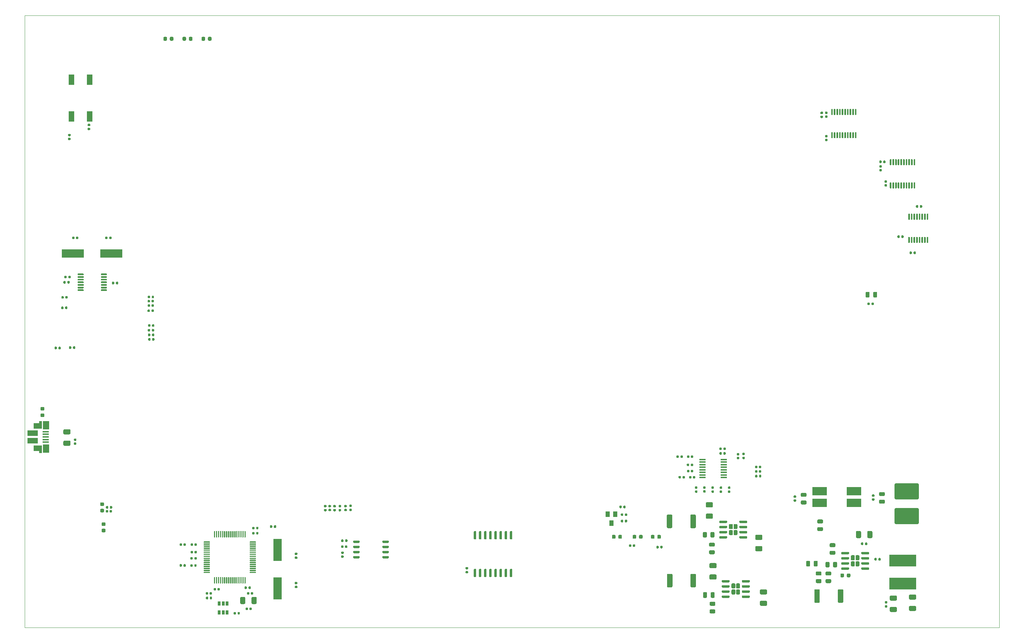
<source format=gbr>
G04 #@! TF.GenerationSoftware,KiCad,Pcbnew,5.1.6-c6e7f7d~87~ubuntu18.04.1*
G04 #@! TF.CreationDate,2020-08-14T22:16:59+05:30*
G04 #@! TF.ProjectId,Aardonyx,41617264-6f6e-4797-982e-6b696361645f,v1.0*
G04 #@! TF.SameCoordinates,Original*
G04 #@! TF.FileFunction,Paste,Top*
G04 #@! TF.FilePolarity,Positive*
%FSLAX46Y46*%
G04 Gerber Fmt 4.6, Leading zero omitted, Abs format (unit mm)*
G04 Created by KiCad (PCBNEW 5.1.6-c6e7f7d~87~ubuntu18.04.1) date 2020-08-14 22:16:59*
%MOMM*%
%LPD*%
G01*
G04 APERTURE LIST*
G04 #@! TA.AperFunction,Profile*
%ADD10C,0.100000*%
G04 #@! TD*
%ADD11R,1.400000X2.600000*%
%ADD12R,1.000000X1.400000*%
%ADD13R,2.500000X1.430000*%
%ADD14R,1.650000X0.400000*%
%ADD15R,1.500000X2.000000*%
%ADD16R,0.700000X1.825000*%
%ADD17R,2.000000X1.350000*%
%ADD18R,5.500000X2.000000*%
%ADD19R,3.660000X2.085000*%
%ADD20R,6.600000X2.850000*%
%ADD21R,0.650000X1.060000*%
%ADD22R,2.000000X5.500000*%
%ADD23R,1.600000X0.410000*%
G04 APERTURE END LIST*
D10*
X43561000Y-162560000D02*
X43561000Y-11684000D01*
X283824680Y-162562540D02*
X43561000Y-162557460D01*
X283824680Y-11684000D02*
X283824680Y-162560000D01*
X43561000Y-11684000D02*
X283824680Y-11684000D01*
G36*
G01*
X47698950Y-109798600D02*
X48211450Y-109798600D01*
G75*
G02*
X48430200Y-110017350I0J-218750D01*
G01*
X48430200Y-110454850D01*
G75*
G02*
X48211450Y-110673600I-218750J0D01*
G01*
X47698950Y-110673600D01*
G75*
G02*
X47480200Y-110454850I0J218750D01*
G01*
X47480200Y-110017350D01*
G75*
G02*
X47698950Y-109798600I218750J0D01*
G01*
G37*
G36*
G01*
X47698950Y-108223600D02*
X48211450Y-108223600D01*
G75*
G02*
X48430200Y-108442350I0J-218750D01*
G01*
X48430200Y-108879850D01*
G75*
G02*
X48211450Y-109098600I-218750J0D01*
G01*
X47698950Y-109098600D01*
G75*
G02*
X47480200Y-108879850I0J218750D01*
G01*
X47480200Y-108442350D01*
G75*
G02*
X47698950Y-108223600I218750J0D01*
G01*
G37*
G36*
G01*
X126140000Y-145075000D02*
X126140000Y-145375000D01*
G75*
G02*
X125990000Y-145525000I-150000J0D01*
G01*
X124690000Y-145525000D01*
G75*
G02*
X124540000Y-145375000I0J150000D01*
G01*
X124540000Y-145075000D01*
G75*
G02*
X124690000Y-144925000I150000J0D01*
G01*
X125990000Y-144925000D01*
G75*
G02*
X126140000Y-145075000I0J-150000D01*
G01*
G37*
G36*
G01*
X126140000Y-143805000D02*
X126140000Y-144105000D01*
G75*
G02*
X125990000Y-144255000I-150000J0D01*
G01*
X124690000Y-144255000D01*
G75*
G02*
X124540000Y-144105000I0J150000D01*
G01*
X124540000Y-143805000D01*
G75*
G02*
X124690000Y-143655000I150000J0D01*
G01*
X125990000Y-143655000D01*
G75*
G02*
X126140000Y-143805000I0J-150000D01*
G01*
G37*
G36*
G01*
X126140000Y-142535000D02*
X126140000Y-142835000D01*
G75*
G02*
X125990000Y-142985000I-150000J0D01*
G01*
X124690000Y-142985000D01*
G75*
G02*
X124540000Y-142835000I0J150000D01*
G01*
X124540000Y-142535000D01*
G75*
G02*
X124690000Y-142385000I150000J0D01*
G01*
X125990000Y-142385000D01*
G75*
G02*
X126140000Y-142535000I0J-150000D01*
G01*
G37*
G36*
G01*
X126140000Y-141265000D02*
X126140000Y-141565000D01*
G75*
G02*
X125990000Y-141715000I-150000J0D01*
G01*
X124690000Y-141715000D01*
G75*
G02*
X124540000Y-141565000I0J150000D01*
G01*
X124540000Y-141265000D01*
G75*
G02*
X124690000Y-141115000I150000J0D01*
G01*
X125990000Y-141115000D01*
G75*
G02*
X126140000Y-141265000I0J-150000D01*
G01*
G37*
G36*
G01*
X133340000Y-141265000D02*
X133340000Y-141565000D01*
G75*
G02*
X133190000Y-141715000I-150000J0D01*
G01*
X131890000Y-141715000D01*
G75*
G02*
X131740000Y-141565000I0J150000D01*
G01*
X131740000Y-141265000D01*
G75*
G02*
X131890000Y-141115000I150000J0D01*
G01*
X133190000Y-141115000D01*
G75*
G02*
X133340000Y-141265000I0J-150000D01*
G01*
G37*
G36*
G01*
X133340000Y-142535000D02*
X133340000Y-142835000D01*
G75*
G02*
X133190000Y-142985000I-150000J0D01*
G01*
X131890000Y-142985000D01*
G75*
G02*
X131740000Y-142835000I0J150000D01*
G01*
X131740000Y-142535000D01*
G75*
G02*
X131890000Y-142385000I150000J0D01*
G01*
X133190000Y-142385000D01*
G75*
G02*
X133340000Y-142535000I0J-150000D01*
G01*
G37*
G36*
G01*
X133340000Y-143805000D02*
X133340000Y-144105000D01*
G75*
G02*
X133190000Y-144255000I-150000J0D01*
G01*
X131890000Y-144255000D01*
G75*
G02*
X131740000Y-144105000I0J150000D01*
G01*
X131740000Y-143805000D01*
G75*
G02*
X131890000Y-143655000I150000J0D01*
G01*
X133190000Y-143655000D01*
G75*
G02*
X133340000Y-143805000I0J-150000D01*
G01*
G37*
G36*
G01*
X133340000Y-145075000D02*
X133340000Y-145375000D01*
G75*
G02*
X133190000Y-145525000I-150000J0D01*
G01*
X131890000Y-145525000D01*
G75*
G02*
X131740000Y-145375000I0J150000D01*
G01*
X131740000Y-145075000D01*
G75*
G02*
X131890000Y-144925000I150000J0D01*
G01*
X133190000Y-144925000D01*
G75*
G02*
X133340000Y-145075000I0J-150000D01*
G01*
G37*
G36*
G01*
X263613000Y-137105000D02*
X258357000Y-137105000D01*
G75*
G02*
X257985000Y-136733000I0J372000D01*
G01*
X257985000Y-133477000D01*
G75*
G02*
X258357000Y-133105000I372000J0D01*
G01*
X263613000Y-133105000D01*
G75*
G02*
X263985000Y-133477000I0J-372000D01*
G01*
X263985000Y-136733000D01*
G75*
G02*
X263613000Y-137105000I-372000J0D01*
G01*
G37*
G36*
G01*
X263613000Y-131005000D02*
X258357000Y-131005000D01*
G75*
G02*
X257985000Y-130633000I0J372000D01*
G01*
X257985000Y-127377000D01*
G75*
G02*
X258357000Y-127005000I372000J0D01*
G01*
X263613000Y-127005000D01*
G75*
G02*
X263985000Y-127377000I0J-372000D01*
G01*
X263985000Y-130633000D01*
G75*
G02*
X263613000Y-131005000I-372000J0D01*
G01*
G37*
G36*
G01*
X251905000Y-82606100D02*
X251905000Y-82951100D01*
G75*
G02*
X251757500Y-83098600I-147500J0D01*
G01*
X251462500Y-83098600D01*
G75*
G02*
X251315000Y-82951100I0J147500D01*
G01*
X251315000Y-82606100D01*
G75*
G02*
X251462500Y-82458600I147500J0D01*
G01*
X251757500Y-82458600D01*
G75*
G02*
X251905000Y-82606100I0J-147500D01*
G01*
G37*
G36*
G01*
X252875000Y-82606100D02*
X252875000Y-82951100D01*
G75*
G02*
X252727500Y-83098600I-147500J0D01*
G01*
X252432500Y-83098600D01*
G75*
G02*
X252285000Y-82951100I0J147500D01*
G01*
X252285000Y-82606100D01*
G75*
G02*
X252432500Y-82458600I147500J0D01*
G01*
X252727500Y-82458600D01*
G75*
G02*
X252875000Y-82606100I0J-147500D01*
G01*
G37*
G36*
G01*
X251820500Y-80061750D02*
X251820500Y-80974250D01*
G75*
G02*
X251576750Y-81218000I-243750J0D01*
G01*
X251089250Y-81218000D01*
G75*
G02*
X250845500Y-80974250I0J243750D01*
G01*
X250845500Y-80061750D01*
G75*
G02*
X251089250Y-79818000I243750J0D01*
G01*
X251576750Y-79818000D01*
G75*
G02*
X251820500Y-80061750I0J-243750D01*
G01*
G37*
G36*
G01*
X253695500Y-80061750D02*
X253695500Y-80974250D01*
G75*
G02*
X253451750Y-81218000I-243750J0D01*
G01*
X252964250Y-81218000D01*
G75*
G02*
X252720500Y-80974250I0J243750D01*
G01*
X252720500Y-80061750D01*
G75*
G02*
X252964250Y-79818000I243750J0D01*
G01*
X253451750Y-79818000D01*
G75*
G02*
X253695500Y-80061750I0J-243750D01*
G01*
G37*
G36*
G01*
X218129200Y-137295800D02*
X218129200Y-138065800D01*
G75*
G02*
X217889200Y-138305800I-240000J0D01*
G01*
X217409200Y-138305800D01*
G75*
G02*
X217169200Y-138065800I0J240000D01*
G01*
X217169200Y-137295800D01*
G75*
G02*
X217409200Y-137055800I240000J0D01*
G01*
X217889200Y-137055800D01*
G75*
G02*
X218129200Y-137295800I0J-240000D01*
G01*
G37*
G36*
G01*
X218129200Y-138795800D02*
X218129200Y-139565800D01*
G75*
G02*
X217889200Y-139805800I-240000J0D01*
G01*
X217409200Y-139805800D01*
G75*
G02*
X217169200Y-139565800I0J240000D01*
G01*
X217169200Y-138795800D01*
G75*
G02*
X217409200Y-138555800I240000J0D01*
G01*
X217889200Y-138555800D01*
G75*
G02*
X218129200Y-138795800I0J-240000D01*
G01*
G37*
G36*
G01*
X219269200Y-137295800D02*
X219269200Y-138065800D01*
G75*
G02*
X219029200Y-138305800I-240000J0D01*
G01*
X218549200Y-138305800D01*
G75*
G02*
X218309200Y-138065800I0J240000D01*
G01*
X218309200Y-137295800D01*
G75*
G02*
X218549200Y-137055800I240000J0D01*
G01*
X219029200Y-137055800D01*
G75*
G02*
X219269200Y-137295800I0J-240000D01*
G01*
G37*
G36*
G01*
X219269200Y-138795800D02*
X219269200Y-139565800D01*
G75*
G02*
X219029200Y-139805800I-240000J0D01*
G01*
X218549200Y-139805800D01*
G75*
G02*
X218309200Y-139565800I0J240000D01*
G01*
X218309200Y-138795800D01*
G75*
G02*
X218549200Y-138555800I240000J0D01*
G01*
X219029200Y-138555800D01*
G75*
G02*
X219269200Y-138795800I0J-240000D01*
G01*
G37*
G36*
G01*
X216719200Y-140185800D02*
X216719200Y-140485800D01*
G75*
G02*
X216569200Y-140635800I-150000J0D01*
G01*
X214919200Y-140635800D01*
G75*
G02*
X214769200Y-140485800I0J150000D01*
G01*
X214769200Y-140185800D01*
G75*
G02*
X214919200Y-140035800I150000J0D01*
G01*
X216569200Y-140035800D01*
G75*
G02*
X216719200Y-140185800I0J-150000D01*
G01*
G37*
G36*
G01*
X216719200Y-138915800D02*
X216719200Y-139215800D01*
G75*
G02*
X216569200Y-139365800I-150000J0D01*
G01*
X214919200Y-139365800D01*
G75*
G02*
X214769200Y-139215800I0J150000D01*
G01*
X214769200Y-138915800D01*
G75*
G02*
X214919200Y-138765800I150000J0D01*
G01*
X216569200Y-138765800D01*
G75*
G02*
X216719200Y-138915800I0J-150000D01*
G01*
G37*
G36*
G01*
X216719200Y-137645800D02*
X216719200Y-137945800D01*
G75*
G02*
X216569200Y-138095800I-150000J0D01*
G01*
X214919200Y-138095800D01*
G75*
G02*
X214769200Y-137945800I0J150000D01*
G01*
X214769200Y-137645800D01*
G75*
G02*
X214919200Y-137495800I150000J0D01*
G01*
X216569200Y-137495800D01*
G75*
G02*
X216719200Y-137645800I0J-150000D01*
G01*
G37*
G36*
G01*
X216719200Y-136375800D02*
X216719200Y-136675800D01*
G75*
G02*
X216569200Y-136825800I-150000J0D01*
G01*
X214919200Y-136825800D01*
G75*
G02*
X214769200Y-136675800I0J150000D01*
G01*
X214769200Y-136375800D01*
G75*
G02*
X214919200Y-136225800I150000J0D01*
G01*
X216569200Y-136225800D01*
G75*
G02*
X216719200Y-136375800I0J-150000D01*
G01*
G37*
G36*
G01*
X221669200Y-136375800D02*
X221669200Y-136675800D01*
G75*
G02*
X221519200Y-136825800I-150000J0D01*
G01*
X219869200Y-136825800D01*
G75*
G02*
X219719200Y-136675800I0J150000D01*
G01*
X219719200Y-136375800D01*
G75*
G02*
X219869200Y-136225800I150000J0D01*
G01*
X221519200Y-136225800D01*
G75*
G02*
X221669200Y-136375800I0J-150000D01*
G01*
G37*
G36*
G01*
X221669200Y-137645800D02*
X221669200Y-137945800D01*
G75*
G02*
X221519200Y-138095800I-150000J0D01*
G01*
X219869200Y-138095800D01*
G75*
G02*
X219719200Y-137945800I0J150000D01*
G01*
X219719200Y-137645800D01*
G75*
G02*
X219869200Y-137495800I150000J0D01*
G01*
X221519200Y-137495800D01*
G75*
G02*
X221669200Y-137645800I0J-150000D01*
G01*
G37*
G36*
G01*
X221669200Y-138915800D02*
X221669200Y-139215800D01*
G75*
G02*
X221519200Y-139365800I-150000J0D01*
G01*
X219869200Y-139365800D01*
G75*
G02*
X219719200Y-139215800I0J150000D01*
G01*
X219719200Y-138915800D01*
G75*
G02*
X219869200Y-138765800I150000J0D01*
G01*
X221519200Y-138765800D01*
G75*
G02*
X221669200Y-138915800I0J-150000D01*
G01*
G37*
G36*
G01*
X221669200Y-140185800D02*
X221669200Y-140485800D01*
G75*
G02*
X221519200Y-140635800I-150000J0D01*
G01*
X219869200Y-140635800D01*
G75*
G02*
X219719200Y-140485800I0J150000D01*
G01*
X219719200Y-140185800D01*
G75*
G02*
X219869200Y-140035800I150000J0D01*
G01*
X221519200Y-140035800D01*
G75*
G02*
X221669200Y-140185800I0J-150000D01*
G01*
G37*
G36*
G01*
X218749000Y-151923200D02*
X218749000Y-152693200D01*
G75*
G02*
X218509000Y-152933200I-240000J0D01*
G01*
X218029000Y-152933200D01*
G75*
G02*
X217789000Y-152693200I0J240000D01*
G01*
X217789000Y-151923200D01*
G75*
G02*
X218029000Y-151683200I240000J0D01*
G01*
X218509000Y-151683200D01*
G75*
G02*
X218749000Y-151923200I0J-240000D01*
G01*
G37*
G36*
G01*
X218749000Y-153423200D02*
X218749000Y-154193200D01*
G75*
G02*
X218509000Y-154433200I-240000J0D01*
G01*
X218029000Y-154433200D01*
G75*
G02*
X217789000Y-154193200I0J240000D01*
G01*
X217789000Y-153423200D01*
G75*
G02*
X218029000Y-153183200I240000J0D01*
G01*
X218509000Y-153183200D01*
G75*
G02*
X218749000Y-153423200I0J-240000D01*
G01*
G37*
G36*
G01*
X219889000Y-151923200D02*
X219889000Y-152693200D01*
G75*
G02*
X219649000Y-152933200I-240000J0D01*
G01*
X219169000Y-152933200D01*
G75*
G02*
X218929000Y-152693200I0J240000D01*
G01*
X218929000Y-151923200D01*
G75*
G02*
X219169000Y-151683200I240000J0D01*
G01*
X219649000Y-151683200D01*
G75*
G02*
X219889000Y-151923200I0J-240000D01*
G01*
G37*
G36*
G01*
X219889000Y-153423200D02*
X219889000Y-154193200D01*
G75*
G02*
X219649000Y-154433200I-240000J0D01*
G01*
X219169000Y-154433200D01*
G75*
G02*
X218929000Y-154193200I0J240000D01*
G01*
X218929000Y-153423200D01*
G75*
G02*
X219169000Y-153183200I240000J0D01*
G01*
X219649000Y-153183200D01*
G75*
G02*
X219889000Y-153423200I0J-240000D01*
G01*
G37*
G36*
G01*
X217339000Y-154813200D02*
X217339000Y-155113200D01*
G75*
G02*
X217189000Y-155263200I-150000J0D01*
G01*
X215539000Y-155263200D01*
G75*
G02*
X215389000Y-155113200I0J150000D01*
G01*
X215389000Y-154813200D01*
G75*
G02*
X215539000Y-154663200I150000J0D01*
G01*
X217189000Y-154663200D01*
G75*
G02*
X217339000Y-154813200I0J-150000D01*
G01*
G37*
G36*
G01*
X217339000Y-153543200D02*
X217339000Y-153843200D01*
G75*
G02*
X217189000Y-153993200I-150000J0D01*
G01*
X215539000Y-153993200D01*
G75*
G02*
X215389000Y-153843200I0J150000D01*
G01*
X215389000Y-153543200D01*
G75*
G02*
X215539000Y-153393200I150000J0D01*
G01*
X217189000Y-153393200D01*
G75*
G02*
X217339000Y-153543200I0J-150000D01*
G01*
G37*
G36*
G01*
X217339000Y-152273200D02*
X217339000Y-152573200D01*
G75*
G02*
X217189000Y-152723200I-150000J0D01*
G01*
X215539000Y-152723200D01*
G75*
G02*
X215389000Y-152573200I0J150000D01*
G01*
X215389000Y-152273200D01*
G75*
G02*
X215539000Y-152123200I150000J0D01*
G01*
X217189000Y-152123200D01*
G75*
G02*
X217339000Y-152273200I0J-150000D01*
G01*
G37*
G36*
G01*
X217339000Y-151003200D02*
X217339000Y-151303200D01*
G75*
G02*
X217189000Y-151453200I-150000J0D01*
G01*
X215539000Y-151453200D01*
G75*
G02*
X215389000Y-151303200I0J150000D01*
G01*
X215389000Y-151003200D01*
G75*
G02*
X215539000Y-150853200I150000J0D01*
G01*
X217189000Y-150853200D01*
G75*
G02*
X217339000Y-151003200I0J-150000D01*
G01*
G37*
G36*
G01*
X222289000Y-151003200D02*
X222289000Y-151303200D01*
G75*
G02*
X222139000Y-151453200I-150000J0D01*
G01*
X220489000Y-151453200D01*
G75*
G02*
X220339000Y-151303200I0J150000D01*
G01*
X220339000Y-151003200D01*
G75*
G02*
X220489000Y-150853200I150000J0D01*
G01*
X222139000Y-150853200D01*
G75*
G02*
X222289000Y-151003200I0J-150000D01*
G01*
G37*
G36*
G01*
X222289000Y-152273200D02*
X222289000Y-152573200D01*
G75*
G02*
X222139000Y-152723200I-150000J0D01*
G01*
X220489000Y-152723200D01*
G75*
G02*
X220339000Y-152573200I0J150000D01*
G01*
X220339000Y-152273200D01*
G75*
G02*
X220489000Y-152123200I150000J0D01*
G01*
X222139000Y-152123200D01*
G75*
G02*
X222289000Y-152273200I0J-150000D01*
G01*
G37*
G36*
G01*
X222289000Y-153543200D02*
X222289000Y-153843200D01*
G75*
G02*
X222139000Y-153993200I-150000J0D01*
G01*
X220489000Y-153993200D01*
G75*
G02*
X220339000Y-153843200I0J150000D01*
G01*
X220339000Y-153543200D01*
G75*
G02*
X220489000Y-153393200I150000J0D01*
G01*
X222139000Y-153393200D01*
G75*
G02*
X222289000Y-153543200I0J-150000D01*
G01*
G37*
G36*
G01*
X222289000Y-154813200D02*
X222289000Y-155113200D01*
G75*
G02*
X222139000Y-155263200I-150000J0D01*
G01*
X220489000Y-155263200D01*
G75*
G02*
X220339000Y-155113200I0J150000D01*
G01*
X220339000Y-154813200D01*
G75*
G02*
X220489000Y-154663200I150000J0D01*
G01*
X222139000Y-154663200D01*
G75*
G02*
X222289000Y-154813200I0J-150000D01*
G01*
G37*
G36*
G01*
X242663800Y-36230200D02*
X242463800Y-36230200D01*
G75*
G02*
X242363800Y-36130200I0J100000D01*
G01*
X242363800Y-34855200D01*
G75*
G02*
X242463800Y-34755200I100000J0D01*
G01*
X242663800Y-34755200D01*
G75*
G02*
X242763800Y-34855200I0J-100000D01*
G01*
X242763800Y-36130200D01*
G75*
G02*
X242663800Y-36230200I-100000J0D01*
G01*
G37*
G36*
G01*
X243313800Y-36230200D02*
X243113800Y-36230200D01*
G75*
G02*
X243013800Y-36130200I0J100000D01*
G01*
X243013800Y-34855200D01*
G75*
G02*
X243113800Y-34755200I100000J0D01*
G01*
X243313800Y-34755200D01*
G75*
G02*
X243413800Y-34855200I0J-100000D01*
G01*
X243413800Y-36130200D01*
G75*
G02*
X243313800Y-36230200I-100000J0D01*
G01*
G37*
G36*
G01*
X243963800Y-36230200D02*
X243763800Y-36230200D01*
G75*
G02*
X243663800Y-36130200I0J100000D01*
G01*
X243663800Y-34855200D01*
G75*
G02*
X243763800Y-34755200I100000J0D01*
G01*
X243963800Y-34755200D01*
G75*
G02*
X244063800Y-34855200I0J-100000D01*
G01*
X244063800Y-36130200D01*
G75*
G02*
X243963800Y-36230200I-100000J0D01*
G01*
G37*
G36*
G01*
X244613800Y-36230200D02*
X244413800Y-36230200D01*
G75*
G02*
X244313800Y-36130200I0J100000D01*
G01*
X244313800Y-34855200D01*
G75*
G02*
X244413800Y-34755200I100000J0D01*
G01*
X244613800Y-34755200D01*
G75*
G02*
X244713800Y-34855200I0J-100000D01*
G01*
X244713800Y-36130200D01*
G75*
G02*
X244613800Y-36230200I-100000J0D01*
G01*
G37*
G36*
G01*
X245263800Y-36230200D02*
X245063800Y-36230200D01*
G75*
G02*
X244963800Y-36130200I0J100000D01*
G01*
X244963800Y-34855200D01*
G75*
G02*
X245063800Y-34755200I100000J0D01*
G01*
X245263800Y-34755200D01*
G75*
G02*
X245363800Y-34855200I0J-100000D01*
G01*
X245363800Y-36130200D01*
G75*
G02*
X245263800Y-36230200I-100000J0D01*
G01*
G37*
G36*
G01*
X245913800Y-36230200D02*
X245713800Y-36230200D01*
G75*
G02*
X245613800Y-36130200I0J100000D01*
G01*
X245613800Y-34855200D01*
G75*
G02*
X245713800Y-34755200I100000J0D01*
G01*
X245913800Y-34755200D01*
G75*
G02*
X246013800Y-34855200I0J-100000D01*
G01*
X246013800Y-36130200D01*
G75*
G02*
X245913800Y-36230200I-100000J0D01*
G01*
G37*
G36*
G01*
X246563800Y-36230200D02*
X246363800Y-36230200D01*
G75*
G02*
X246263800Y-36130200I0J100000D01*
G01*
X246263800Y-34855200D01*
G75*
G02*
X246363800Y-34755200I100000J0D01*
G01*
X246563800Y-34755200D01*
G75*
G02*
X246663800Y-34855200I0J-100000D01*
G01*
X246663800Y-36130200D01*
G75*
G02*
X246563800Y-36230200I-100000J0D01*
G01*
G37*
G36*
G01*
X247213800Y-36230200D02*
X247013800Y-36230200D01*
G75*
G02*
X246913800Y-36130200I0J100000D01*
G01*
X246913800Y-34855200D01*
G75*
G02*
X247013800Y-34755200I100000J0D01*
G01*
X247213800Y-34755200D01*
G75*
G02*
X247313800Y-34855200I0J-100000D01*
G01*
X247313800Y-36130200D01*
G75*
G02*
X247213800Y-36230200I-100000J0D01*
G01*
G37*
G36*
G01*
X247863800Y-36230200D02*
X247663800Y-36230200D01*
G75*
G02*
X247563800Y-36130200I0J100000D01*
G01*
X247563800Y-34855200D01*
G75*
G02*
X247663800Y-34755200I100000J0D01*
G01*
X247863800Y-34755200D01*
G75*
G02*
X247963800Y-34855200I0J-100000D01*
G01*
X247963800Y-36130200D01*
G75*
G02*
X247863800Y-36230200I-100000J0D01*
G01*
G37*
G36*
G01*
X248513800Y-36230200D02*
X248313800Y-36230200D01*
G75*
G02*
X248213800Y-36130200I0J100000D01*
G01*
X248213800Y-34855200D01*
G75*
G02*
X248313800Y-34755200I100000J0D01*
G01*
X248513800Y-34755200D01*
G75*
G02*
X248613800Y-34855200I0J-100000D01*
G01*
X248613800Y-36130200D01*
G75*
G02*
X248513800Y-36230200I-100000J0D01*
G01*
G37*
G36*
G01*
X248513800Y-41955200D02*
X248313800Y-41955200D01*
G75*
G02*
X248213800Y-41855200I0J100000D01*
G01*
X248213800Y-40580200D01*
G75*
G02*
X248313800Y-40480200I100000J0D01*
G01*
X248513800Y-40480200D01*
G75*
G02*
X248613800Y-40580200I0J-100000D01*
G01*
X248613800Y-41855200D01*
G75*
G02*
X248513800Y-41955200I-100000J0D01*
G01*
G37*
G36*
G01*
X247863800Y-41955200D02*
X247663800Y-41955200D01*
G75*
G02*
X247563800Y-41855200I0J100000D01*
G01*
X247563800Y-40580200D01*
G75*
G02*
X247663800Y-40480200I100000J0D01*
G01*
X247863800Y-40480200D01*
G75*
G02*
X247963800Y-40580200I0J-100000D01*
G01*
X247963800Y-41855200D01*
G75*
G02*
X247863800Y-41955200I-100000J0D01*
G01*
G37*
G36*
G01*
X247213800Y-41955200D02*
X247013800Y-41955200D01*
G75*
G02*
X246913800Y-41855200I0J100000D01*
G01*
X246913800Y-40580200D01*
G75*
G02*
X247013800Y-40480200I100000J0D01*
G01*
X247213800Y-40480200D01*
G75*
G02*
X247313800Y-40580200I0J-100000D01*
G01*
X247313800Y-41855200D01*
G75*
G02*
X247213800Y-41955200I-100000J0D01*
G01*
G37*
G36*
G01*
X246563800Y-41955200D02*
X246363800Y-41955200D01*
G75*
G02*
X246263800Y-41855200I0J100000D01*
G01*
X246263800Y-40580200D01*
G75*
G02*
X246363800Y-40480200I100000J0D01*
G01*
X246563800Y-40480200D01*
G75*
G02*
X246663800Y-40580200I0J-100000D01*
G01*
X246663800Y-41855200D01*
G75*
G02*
X246563800Y-41955200I-100000J0D01*
G01*
G37*
G36*
G01*
X245913800Y-41955200D02*
X245713800Y-41955200D01*
G75*
G02*
X245613800Y-41855200I0J100000D01*
G01*
X245613800Y-40580200D01*
G75*
G02*
X245713800Y-40480200I100000J0D01*
G01*
X245913800Y-40480200D01*
G75*
G02*
X246013800Y-40580200I0J-100000D01*
G01*
X246013800Y-41855200D01*
G75*
G02*
X245913800Y-41955200I-100000J0D01*
G01*
G37*
G36*
G01*
X245263800Y-41955200D02*
X245063800Y-41955200D01*
G75*
G02*
X244963800Y-41855200I0J100000D01*
G01*
X244963800Y-40580200D01*
G75*
G02*
X245063800Y-40480200I100000J0D01*
G01*
X245263800Y-40480200D01*
G75*
G02*
X245363800Y-40580200I0J-100000D01*
G01*
X245363800Y-41855200D01*
G75*
G02*
X245263800Y-41955200I-100000J0D01*
G01*
G37*
G36*
G01*
X244613800Y-41955200D02*
X244413800Y-41955200D01*
G75*
G02*
X244313800Y-41855200I0J100000D01*
G01*
X244313800Y-40580200D01*
G75*
G02*
X244413800Y-40480200I100000J0D01*
G01*
X244613800Y-40480200D01*
G75*
G02*
X244713800Y-40580200I0J-100000D01*
G01*
X244713800Y-41855200D01*
G75*
G02*
X244613800Y-41955200I-100000J0D01*
G01*
G37*
G36*
G01*
X243963800Y-41955200D02*
X243763800Y-41955200D01*
G75*
G02*
X243663800Y-41855200I0J100000D01*
G01*
X243663800Y-40580200D01*
G75*
G02*
X243763800Y-40480200I100000J0D01*
G01*
X243963800Y-40480200D01*
G75*
G02*
X244063800Y-40580200I0J-100000D01*
G01*
X244063800Y-41855200D01*
G75*
G02*
X243963800Y-41955200I-100000J0D01*
G01*
G37*
G36*
G01*
X243313800Y-41955200D02*
X243113800Y-41955200D01*
G75*
G02*
X243013800Y-41855200I0J100000D01*
G01*
X243013800Y-40580200D01*
G75*
G02*
X243113800Y-40480200I100000J0D01*
G01*
X243313800Y-40480200D01*
G75*
G02*
X243413800Y-40580200I0J-100000D01*
G01*
X243413800Y-41855200D01*
G75*
G02*
X243313800Y-41955200I-100000J0D01*
G01*
G37*
G36*
G01*
X242663800Y-41955200D02*
X242463800Y-41955200D01*
G75*
G02*
X242363800Y-41855200I0J100000D01*
G01*
X242363800Y-40580200D01*
G75*
G02*
X242463800Y-40480200I100000J0D01*
G01*
X242663800Y-40480200D01*
G75*
G02*
X242763800Y-40580200I0J-100000D01*
G01*
X242763800Y-41855200D01*
G75*
G02*
X242663800Y-41955200I-100000J0D01*
G01*
G37*
G36*
G01*
X257127400Y-48607700D02*
X256927400Y-48607700D01*
G75*
G02*
X256827400Y-48507700I0J100000D01*
G01*
X256827400Y-47232700D01*
G75*
G02*
X256927400Y-47132700I100000J0D01*
G01*
X257127400Y-47132700D01*
G75*
G02*
X257227400Y-47232700I0J-100000D01*
G01*
X257227400Y-48507700D01*
G75*
G02*
X257127400Y-48607700I-100000J0D01*
G01*
G37*
G36*
G01*
X257777400Y-48607700D02*
X257577400Y-48607700D01*
G75*
G02*
X257477400Y-48507700I0J100000D01*
G01*
X257477400Y-47232700D01*
G75*
G02*
X257577400Y-47132700I100000J0D01*
G01*
X257777400Y-47132700D01*
G75*
G02*
X257877400Y-47232700I0J-100000D01*
G01*
X257877400Y-48507700D01*
G75*
G02*
X257777400Y-48607700I-100000J0D01*
G01*
G37*
G36*
G01*
X258427400Y-48607700D02*
X258227400Y-48607700D01*
G75*
G02*
X258127400Y-48507700I0J100000D01*
G01*
X258127400Y-47232700D01*
G75*
G02*
X258227400Y-47132700I100000J0D01*
G01*
X258427400Y-47132700D01*
G75*
G02*
X258527400Y-47232700I0J-100000D01*
G01*
X258527400Y-48507700D01*
G75*
G02*
X258427400Y-48607700I-100000J0D01*
G01*
G37*
G36*
G01*
X259077400Y-48607700D02*
X258877400Y-48607700D01*
G75*
G02*
X258777400Y-48507700I0J100000D01*
G01*
X258777400Y-47232700D01*
G75*
G02*
X258877400Y-47132700I100000J0D01*
G01*
X259077400Y-47132700D01*
G75*
G02*
X259177400Y-47232700I0J-100000D01*
G01*
X259177400Y-48507700D01*
G75*
G02*
X259077400Y-48607700I-100000J0D01*
G01*
G37*
G36*
G01*
X259727400Y-48607700D02*
X259527400Y-48607700D01*
G75*
G02*
X259427400Y-48507700I0J100000D01*
G01*
X259427400Y-47232700D01*
G75*
G02*
X259527400Y-47132700I100000J0D01*
G01*
X259727400Y-47132700D01*
G75*
G02*
X259827400Y-47232700I0J-100000D01*
G01*
X259827400Y-48507700D01*
G75*
G02*
X259727400Y-48607700I-100000J0D01*
G01*
G37*
G36*
G01*
X260377400Y-48607700D02*
X260177400Y-48607700D01*
G75*
G02*
X260077400Y-48507700I0J100000D01*
G01*
X260077400Y-47232700D01*
G75*
G02*
X260177400Y-47132700I100000J0D01*
G01*
X260377400Y-47132700D01*
G75*
G02*
X260477400Y-47232700I0J-100000D01*
G01*
X260477400Y-48507700D01*
G75*
G02*
X260377400Y-48607700I-100000J0D01*
G01*
G37*
G36*
G01*
X261027400Y-48607700D02*
X260827400Y-48607700D01*
G75*
G02*
X260727400Y-48507700I0J100000D01*
G01*
X260727400Y-47232700D01*
G75*
G02*
X260827400Y-47132700I100000J0D01*
G01*
X261027400Y-47132700D01*
G75*
G02*
X261127400Y-47232700I0J-100000D01*
G01*
X261127400Y-48507700D01*
G75*
G02*
X261027400Y-48607700I-100000J0D01*
G01*
G37*
G36*
G01*
X261677400Y-48607700D02*
X261477400Y-48607700D01*
G75*
G02*
X261377400Y-48507700I0J100000D01*
G01*
X261377400Y-47232700D01*
G75*
G02*
X261477400Y-47132700I100000J0D01*
G01*
X261677400Y-47132700D01*
G75*
G02*
X261777400Y-47232700I0J-100000D01*
G01*
X261777400Y-48507700D01*
G75*
G02*
X261677400Y-48607700I-100000J0D01*
G01*
G37*
G36*
G01*
X262327400Y-48607700D02*
X262127400Y-48607700D01*
G75*
G02*
X262027400Y-48507700I0J100000D01*
G01*
X262027400Y-47232700D01*
G75*
G02*
X262127400Y-47132700I100000J0D01*
G01*
X262327400Y-47132700D01*
G75*
G02*
X262427400Y-47232700I0J-100000D01*
G01*
X262427400Y-48507700D01*
G75*
G02*
X262327400Y-48607700I-100000J0D01*
G01*
G37*
G36*
G01*
X262977400Y-48607700D02*
X262777400Y-48607700D01*
G75*
G02*
X262677400Y-48507700I0J100000D01*
G01*
X262677400Y-47232700D01*
G75*
G02*
X262777400Y-47132700I100000J0D01*
G01*
X262977400Y-47132700D01*
G75*
G02*
X263077400Y-47232700I0J-100000D01*
G01*
X263077400Y-48507700D01*
G75*
G02*
X262977400Y-48607700I-100000J0D01*
G01*
G37*
G36*
G01*
X262977400Y-54332700D02*
X262777400Y-54332700D01*
G75*
G02*
X262677400Y-54232700I0J100000D01*
G01*
X262677400Y-52957700D01*
G75*
G02*
X262777400Y-52857700I100000J0D01*
G01*
X262977400Y-52857700D01*
G75*
G02*
X263077400Y-52957700I0J-100000D01*
G01*
X263077400Y-54232700D01*
G75*
G02*
X262977400Y-54332700I-100000J0D01*
G01*
G37*
G36*
G01*
X262327400Y-54332700D02*
X262127400Y-54332700D01*
G75*
G02*
X262027400Y-54232700I0J100000D01*
G01*
X262027400Y-52957700D01*
G75*
G02*
X262127400Y-52857700I100000J0D01*
G01*
X262327400Y-52857700D01*
G75*
G02*
X262427400Y-52957700I0J-100000D01*
G01*
X262427400Y-54232700D01*
G75*
G02*
X262327400Y-54332700I-100000J0D01*
G01*
G37*
G36*
G01*
X261677400Y-54332700D02*
X261477400Y-54332700D01*
G75*
G02*
X261377400Y-54232700I0J100000D01*
G01*
X261377400Y-52957700D01*
G75*
G02*
X261477400Y-52857700I100000J0D01*
G01*
X261677400Y-52857700D01*
G75*
G02*
X261777400Y-52957700I0J-100000D01*
G01*
X261777400Y-54232700D01*
G75*
G02*
X261677400Y-54332700I-100000J0D01*
G01*
G37*
G36*
G01*
X261027400Y-54332700D02*
X260827400Y-54332700D01*
G75*
G02*
X260727400Y-54232700I0J100000D01*
G01*
X260727400Y-52957700D01*
G75*
G02*
X260827400Y-52857700I100000J0D01*
G01*
X261027400Y-52857700D01*
G75*
G02*
X261127400Y-52957700I0J-100000D01*
G01*
X261127400Y-54232700D01*
G75*
G02*
X261027400Y-54332700I-100000J0D01*
G01*
G37*
G36*
G01*
X260377400Y-54332700D02*
X260177400Y-54332700D01*
G75*
G02*
X260077400Y-54232700I0J100000D01*
G01*
X260077400Y-52957700D01*
G75*
G02*
X260177400Y-52857700I100000J0D01*
G01*
X260377400Y-52857700D01*
G75*
G02*
X260477400Y-52957700I0J-100000D01*
G01*
X260477400Y-54232700D01*
G75*
G02*
X260377400Y-54332700I-100000J0D01*
G01*
G37*
G36*
G01*
X259727400Y-54332700D02*
X259527400Y-54332700D01*
G75*
G02*
X259427400Y-54232700I0J100000D01*
G01*
X259427400Y-52957700D01*
G75*
G02*
X259527400Y-52857700I100000J0D01*
G01*
X259727400Y-52857700D01*
G75*
G02*
X259827400Y-52957700I0J-100000D01*
G01*
X259827400Y-54232700D01*
G75*
G02*
X259727400Y-54332700I-100000J0D01*
G01*
G37*
G36*
G01*
X259077400Y-54332700D02*
X258877400Y-54332700D01*
G75*
G02*
X258777400Y-54232700I0J100000D01*
G01*
X258777400Y-52957700D01*
G75*
G02*
X258877400Y-52857700I100000J0D01*
G01*
X259077400Y-52857700D01*
G75*
G02*
X259177400Y-52957700I0J-100000D01*
G01*
X259177400Y-54232700D01*
G75*
G02*
X259077400Y-54332700I-100000J0D01*
G01*
G37*
G36*
G01*
X258427400Y-54332700D02*
X258227400Y-54332700D01*
G75*
G02*
X258127400Y-54232700I0J100000D01*
G01*
X258127400Y-52957700D01*
G75*
G02*
X258227400Y-52857700I100000J0D01*
G01*
X258427400Y-52857700D01*
G75*
G02*
X258527400Y-52957700I0J-100000D01*
G01*
X258527400Y-54232700D01*
G75*
G02*
X258427400Y-54332700I-100000J0D01*
G01*
G37*
G36*
G01*
X257777400Y-54332700D02*
X257577400Y-54332700D01*
G75*
G02*
X257477400Y-54232700I0J100000D01*
G01*
X257477400Y-52957700D01*
G75*
G02*
X257577400Y-52857700I100000J0D01*
G01*
X257777400Y-52857700D01*
G75*
G02*
X257877400Y-52957700I0J-100000D01*
G01*
X257877400Y-54232700D01*
G75*
G02*
X257777400Y-54332700I-100000J0D01*
G01*
G37*
G36*
G01*
X257127400Y-54332700D02*
X256927400Y-54332700D01*
G75*
G02*
X256827400Y-54232700I0J100000D01*
G01*
X256827400Y-52957700D01*
G75*
G02*
X256927400Y-52857700I100000J0D01*
G01*
X257127400Y-52857700D01*
G75*
G02*
X257227400Y-52957700I0J-100000D01*
G01*
X257227400Y-54232700D01*
G75*
G02*
X257127400Y-54332700I-100000J0D01*
G01*
G37*
G36*
G01*
X261654000Y-62044000D02*
X261454000Y-62044000D01*
G75*
G02*
X261354000Y-61944000I0J100000D01*
G01*
X261354000Y-60669000D01*
G75*
G02*
X261454000Y-60569000I100000J0D01*
G01*
X261654000Y-60569000D01*
G75*
G02*
X261754000Y-60669000I0J-100000D01*
G01*
X261754000Y-61944000D01*
G75*
G02*
X261654000Y-62044000I-100000J0D01*
G01*
G37*
G36*
G01*
X262304000Y-62044000D02*
X262104000Y-62044000D01*
G75*
G02*
X262004000Y-61944000I0J100000D01*
G01*
X262004000Y-60669000D01*
G75*
G02*
X262104000Y-60569000I100000J0D01*
G01*
X262304000Y-60569000D01*
G75*
G02*
X262404000Y-60669000I0J-100000D01*
G01*
X262404000Y-61944000D01*
G75*
G02*
X262304000Y-62044000I-100000J0D01*
G01*
G37*
G36*
G01*
X262954000Y-62044000D02*
X262754000Y-62044000D01*
G75*
G02*
X262654000Y-61944000I0J100000D01*
G01*
X262654000Y-60669000D01*
G75*
G02*
X262754000Y-60569000I100000J0D01*
G01*
X262954000Y-60569000D01*
G75*
G02*
X263054000Y-60669000I0J-100000D01*
G01*
X263054000Y-61944000D01*
G75*
G02*
X262954000Y-62044000I-100000J0D01*
G01*
G37*
G36*
G01*
X263604000Y-62044000D02*
X263404000Y-62044000D01*
G75*
G02*
X263304000Y-61944000I0J100000D01*
G01*
X263304000Y-60669000D01*
G75*
G02*
X263404000Y-60569000I100000J0D01*
G01*
X263604000Y-60569000D01*
G75*
G02*
X263704000Y-60669000I0J-100000D01*
G01*
X263704000Y-61944000D01*
G75*
G02*
X263604000Y-62044000I-100000J0D01*
G01*
G37*
G36*
G01*
X264254000Y-62044000D02*
X264054000Y-62044000D01*
G75*
G02*
X263954000Y-61944000I0J100000D01*
G01*
X263954000Y-60669000D01*
G75*
G02*
X264054000Y-60569000I100000J0D01*
G01*
X264254000Y-60569000D01*
G75*
G02*
X264354000Y-60669000I0J-100000D01*
G01*
X264354000Y-61944000D01*
G75*
G02*
X264254000Y-62044000I-100000J0D01*
G01*
G37*
G36*
G01*
X264904000Y-62044000D02*
X264704000Y-62044000D01*
G75*
G02*
X264604000Y-61944000I0J100000D01*
G01*
X264604000Y-60669000D01*
G75*
G02*
X264704000Y-60569000I100000J0D01*
G01*
X264904000Y-60569000D01*
G75*
G02*
X265004000Y-60669000I0J-100000D01*
G01*
X265004000Y-61944000D01*
G75*
G02*
X264904000Y-62044000I-100000J0D01*
G01*
G37*
G36*
G01*
X265554000Y-62044000D02*
X265354000Y-62044000D01*
G75*
G02*
X265254000Y-61944000I0J100000D01*
G01*
X265254000Y-60669000D01*
G75*
G02*
X265354000Y-60569000I100000J0D01*
G01*
X265554000Y-60569000D01*
G75*
G02*
X265654000Y-60669000I0J-100000D01*
G01*
X265654000Y-61944000D01*
G75*
G02*
X265554000Y-62044000I-100000J0D01*
G01*
G37*
G36*
G01*
X266204000Y-62044000D02*
X266004000Y-62044000D01*
G75*
G02*
X265904000Y-61944000I0J100000D01*
G01*
X265904000Y-60669000D01*
G75*
G02*
X266004000Y-60569000I100000J0D01*
G01*
X266204000Y-60569000D01*
G75*
G02*
X266304000Y-60669000I0J-100000D01*
G01*
X266304000Y-61944000D01*
G75*
G02*
X266204000Y-62044000I-100000J0D01*
G01*
G37*
G36*
G01*
X266204000Y-67769000D02*
X266004000Y-67769000D01*
G75*
G02*
X265904000Y-67669000I0J100000D01*
G01*
X265904000Y-66394000D01*
G75*
G02*
X266004000Y-66294000I100000J0D01*
G01*
X266204000Y-66294000D01*
G75*
G02*
X266304000Y-66394000I0J-100000D01*
G01*
X266304000Y-67669000D01*
G75*
G02*
X266204000Y-67769000I-100000J0D01*
G01*
G37*
G36*
G01*
X265554000Y-67769000D02*
X265354000Y-67769000D01*
G75*
G02*
X265254000Y-67669000I0J100000D01*
G01*
X265254000Y-66394000D01*
G75*
G02*
X265354000Y-66294000I100000J0D01*
G01*
X265554000Y-66294000D01*
G75*
G02*
X265654000Y-66394000I0J-100000D01*
G01*
X265654000Y-67669000D01*
G75*
G02*
X265554000Y-67769000I-100000J0D01*
G01*
G37*
G36*
G01*
X264904000Y-67769000D02*
X264704000Y-67769000D01*
G75*
G02*
X264604000Y-67669000I0J100000D01*
G01*
X264604000Y-66394000D01*
G75*
G02*
X264704000Y-66294000I100000J0D01*
G01*
X264904000Y-66294000D01*
G75*
G02*
X265004000Y-66394000I0J-100000D01*
G01*
X265004000Y-67669000D01*
G75*
G02*
X264904000Y-67769000I-100000J0D01*
G01*
G37*
G36*
G01*
X264254000Y-67769000D02*
X264054000Y-67769000D01*
G75*
G02*
X263954000Y-67669000I0J100000D01*
G01*
X263954000Y-66394000D01*
G75*
G02*
X264054000Y-66294000I100000J0D01*
G01*
X264254000Y-66294000D01*
G75*
G02*
X264354000Y-66394000I0J-100000D01*
G01*
X264354000Y-67669000D01*
G75*
G02*
X264254000Y-67769000I-100000J0D01*
G01*
G37*
G36*
G01*
X263604000Y-67769000D02*
X263404000Y-67769000D01*
G75*
G02*
X263304000Y-67669000I0J100000D01*
G01*
X263304000Y-66394000D01*
G75*
G02*
X263404000Y-66294000I100000J0D01*
G01*
X263604000Y-66294000D01*
G75*
G02*
X263704000Y-66394000I0J-100000D01*
G01*
X263704000Y-67669000D01*
G75*
G02*
X263604000Y-67769000I-100000J0D01*
G01*
G37*
G36*
G01*
X262954000Y-67769000D02*
X262754000Y-67769000D01*
G75*
G02*
X262654000Y-67669000I0J100000D01*
G01*
X262654000Y-66394000D01*
G75*
G02*
X262754000Y-66294000I100000J0D01*
G01*
X262954000Y-66294000D01*
G75*
G02*
X263054000Y-66394000I0J-100000D01*
G01*
X263054000Y-67669000D01*
G75*
G02*
X262954000Y-67769000I-100000J0D01*
G01*
G37*
G36*
G01*
X262304000Y-67769000D02*
X262104000Y-67769000D01*
G75*
G02*
X262004000Y-67669000I0J100000D01*
G01*
X262004000Y-66394000D01*
G75*
G02*
X262104000Y-66294000I100000J0D01*
G01*
X262304000Y-66294000D01*
G75*
G02*
X262404000Y-66394000I0J-100000D01*
G01*
X262404000Y-67669000D01*
G75*
G02*
X262304000Y-67769000I-100000J0D01*
G01*
G37*
G36*
G01*
X261654000Y-67769000D02*
X261454000Y-67769000D01*
G75*
G02*
X261354000Y-67669000I0J100000D01*
G01*
X261354000Y-66394000D01*
G75*
G02*
X261454000Y-66294000I100000J0D01*
G01*
X261654000Y-66294000D01*
G75*
G02*
X261754000Y-66394000I0J-100000D01*
G01*
X261754000Y-67669000D01*
G75*
G02*
X261654000Y-67769000I-100000J0D01*
G01*
G37*
G36*
G01*
X248363800Y-147261200D02*
X248363800Y-146491200D01*
G75*
G02*
X248603800Y-146251200I240000J0D01*
G01*
X249083800Y-146251200D01*
G75*
G02*
X249323800Y-146491200I0J-240000D01*
G01*
X249323800Y-147261200D01*
G75*
G02*
X249083800Y-147501200I-240000J0D01*
G01*
X248603800Y-147501200D01*
G75*
G02*
X248363800Y-147261200I0J240000D01*
G01*
G37*
G36*
G01*
X248363800Y-145761200D02*
X248363800Y-144991200D01*
G75*
G02*
X248603800Y-144751200I240000J0D01*
G01*
X249083800Y-144751200D01*
G75*
G02*
X249323800Y-144991200I0J-240000D01*
G01*
X249323800Y-145761200D01*
G75*
G02*
X249083800Y-146001200I-240000J0D01*
G01*
X248603800Y-146001200D01*
G75*
G02*
X248363800Y-145761200I0J240000D01*
G01*
G37*
G36*
G01*
X247223800Y-147261200D02*
X247223800Y-146491200D01*
G75*
G02*
X247463800Y-146251200I240000J0D01*
G01*
X247943800Y-146251200D01*
G75*
G02*
X248183800Y-146491200I0J-240000D01*
G01*
X248183800Y-147261200D01*
G75*
G02*
X247943800Y-147501200I-240000J0D01*
G01*
X247463800Y-147501200D01*
G75*
G02*
X247223800Y-147261200I0J240000D01*
G01*
G37*
G36*
G01*
X247223800Y-145761200D02*
X247223800Y-144991200D01*
G75*
G02*
X247463800Y-144751200I240000J0D01*
G01*
X247943800Y-144751200D01*
G75*
G02*
X248183800Y-144991200I0J-240000D01*
G01*
X248183800Y-145761200D01*
G75*
G02*
X247943800Y-146001200I-240000J0D01*
G01*
X247463800Y-146001200D01*
G75*
G02*
X247223800Y-145761200I0J240000D01*
G01*
G37*
G36*
G01*
X249773800Y-144371200D02*
X249773800Y-144071200D01*
G75*
G02*
X249923800Y-143921200I150000J0D01*
G01*
X251573800Y-143921200D01*
G75*
G02*
X251723800Y-144071200I0J-150000D01*
G01*
X251723800Y-144371200D01*
G75*
G02*
X251573800Y-144521200I-150000J0D01*
G01*
X249923800Y-144521200D01*
G75*
G02*
X249773800Y-144371200I0J150000D01*
G01*
G37*
G36*
G01*
X249773800Y-145641200D02*
X249773800Y-145341200D01*
G75*
G02*
X249923800Y-145191200I150000J0D01*
G01*
X251573800Y-145191200D01*
G75*
G02*
X251723800Y-145341200I0J-150000D01*
G01*
X251723800Y-145641200D01*
G75*
G02*
X251573800Y-145791200I-150000J0D01*
G01*
X249923800Y-145791200D01*
G75*
G02*
X249773800Y-145641200I0J150000D01*
G01*
G37*
G36*
G01*
X249773800Y-146911200D02*
X249773800Y-146611200D01*
G75*
G02*
X249923800Y-146461200I150000J0D01*
G01*
X251573800Y-146461200D01*
G75*
G02*
X251723800Y-146611200I0J-150000D01*
G01*
X251723800Y-146911200D01*
G75*
G02*
X251573800Y-147061200I-150000J0D01*
G01*
X249923800Y-147061200D01*
G75*
G02*
X249773800Y-146911200I0J150000D01*
G01*
G37*
G36*
G01*
X249773800Y-148181200D02*
X249773800Y-147881200D01*
G75*
G02*
X249923800Y-147731200I150000J0D01*
G01*
X251573800Y-147731200D01*
G75*
G02*
X251723800Y-147881200I0J-150000D01*
G01*
X251723800Y-148181200D01*
G75*
G02*
X251573800Y-148331200I-150000J0D01*
G01*
X249923800Y-148331200D01*
G75*
G02*
X249773800Y-148181200I0J150000D01*
G01*
G37*
G36*
G01*
X244823800Y-148181200D02*
X244823800Y-147881200D01*
G75*
G02*
X244973800Y-147731200I150000J0D01*
G01*
X246623800Y-147731200D01*
G75*
G02*
X246773800Y-147881200I0J-150000D01*
G01*
X246773800Y-148181200D01*
G75*
G02*
X246623800Y-148331200I-150000J0D01*
G01*
X244973800Y-148331200D01*
G75*
G02*
X244823800Y-148181200I0J150000D01*
G01*
G37*
G36*
G01*
X244823800Y-146911200D02*
X244823800Y-146611200D01*
G75*
G02*
X244973800Y-146461200I150000J0D01*
G01*
X246623800Y-146461200D01*
G75*
G02*
X246773800Y-146611200I0J-150000D01*
G01*
X246773800Y-146911200D01*
G75*
G02*
X246623800Y-147061200I-150000J0D01*
G01*
X244973800Y-147061200D01*
G75*
G02*
X244823800Y-146911200I0J150000D01*
G01*
G37*
G36*
G01*
X244823800Y-145641200D02*
X244823800Y-145341200D01*
G75*
G02*
X244973800Y-145191200I150000J0D01*
G01*
X246623800Y-145191200D01*
G75*
G02*
X246773800Y-145341200I0J-150000D01*
G01*
X246773800Y-145641200D01*
G75*
G02*
X246623800Y-145791200I-150000J0D01*
G01*
X244973800Y-145791200D01*
G75*
G02*
X244823800Y-145641200I0J150000D01*
G01*
G37*
G36*
G01*
X244823800Y-144371200D02*
X244823800Y-144071200D01*
G75*
G02*
X244973800Y-143921200I150000J0D01*
G01*
X246623800Y-143921200D01*
G75*
G02*
X246773800Y-144071200I0J-150000D01*
G01*
X246773800Y-144371200D01*
G75*
G02*
X246623800Y-144521200I-150000J0D01*
G01*
X244973800Y-144521200D01*
G75*
G02*
X244823800Y-144371200I0J150000D01*
G01*
G37*
G36*
G01*
X62373800Y-75620000D02*
X62373800Y-75420000D01*
G75*
G02*
X62473800Y-75320000I100000J0D01*
G01*
X63748800Y-75320000D01*
G75*
G02*
X63848800Y-75420000I0J-100000D01*
G01*
X63848800Y-75620000D01*
G75*
G02*
X63748800Y-75720000I-100000J0D01*
G01*
X62473800Y-75720000D01*
G75*
G02*
X62373800Y-75620000I0J100000D01*
G01*
G37*
G36*
G01*
X62373800Y-76270000D02*
X62373800Y-76070000D01*
G75*
G02*
X62473800Y-75970000I100000J0D01*
G01*
X63748800Y-75970000D01*
G75*
G02*
X63848800Y-76070000I0J-100000D01*
G01*
X63848800Y-76270000D01*
G75*
G02*
X63748800Y-76370000I-100000J0D01*
G01*
X62473800Y-76370000D01*
G75*
G02*
X62373800Y-76270000I0J100000D01*
G01*
G37*
G36*
G01*
X62373800Y-76920000D02*
X62373800Y-76720000D01*
G75*
G02*
X62473800Y-76620000I100000J0D01*
G01*
X63748800Y-76620000D01*
G75*
G02*
X63848800Y-76720000I0J-100000D01*
G01*
X63848800Y-76920000D01*
G75*
G02*
X63748800Y-77020000I-100000J0D01*
G01*
X62473800Y-77020000D01*
G75*
G02*
X62373800Y-76920000I0J100000D01*
G01*
G37*
G36*
G01*
X62373800Y-77570000D02*
X62373800Y-77370000D01*
G75*
G02*
X62473800Y-77270000I100000J0D01*
G01*
X63748800Y-77270000D01*
G75*
G02*
X63848800Y-77370000I0J-100000D01*
G01*
X63848800Y-77570000D01*
G75*
G02*
X63748800Y-77670000I-100000J0D01*
G01*
X62473800Y-77670000D01*
G75*
G02*
X62373800Y-77570000I0J100000D01*
G01*
G37*
G36*
G01*
X62373800Y-78220000D02*
X62373800Y-78020000D01*
G75*
G02*
X62473800Y-77920000I100000J0D01*
G01*
X63748800Y-77920000D01*
G75*
G02*
X63848800Y-78020000I0J-100000D01*
G01*
X63848800Y-78220000D01*
G75*
G02*
X63748800Y-78320000I-100000J0D01*
G01*
X62473800Y-78320000D01*
G75*
G02*
X62373800Y-78220000I0J100000D01*
G01*
G37*
G36*
G01*
X62373800Y-78870000D02*
X62373800Y-78670000D01*
G75*
G02*
X62473800Y-78570000I100000J0D01*
G01*
X63748800Y-78570000D01*
G75*
G02*
X63848800Y-78670000I0J-100000D01*
G01*
X63848800Y-78870000D01*
G75*
G02*
X63748800Y-78970000I-100000J0D01*
G01*
X62473800Y-78970000D01*
G75*
G02*
X62373800Y-78870000I0J100000D01*
G01*
G37*
G36*
G01*
X62373800Y-79520000D02*
X62373800Y-79320000D01*
G75*
G02*
X62473800Y-79220000I100000J0D01*
G01*
X63748800Y-79220000D01*
G75*
G02*
X63848800Y-79320000I0J-100000D01*
G01*
X63848800Y-79520000D01*
G75*
G02*
X63748800Y-79620000I-100000J0D01*
G01*
X62473800Y-79620000D01*
G75*
G02*
X62373800Y-79520000I0J100000D01*
G01*
G37*
G36*
G01*
X56648800Y-79520000D02*
X56648800Y-79320000D01*
G75*
G02*
X56748800Y-79220000I100000J0D01*
G01*
X58023800Y-79220000D01*
G75*
G02*
X58123800Y-79320000I0J-100000D01*
G01*
X58123800Y-79520000D01*
G75*
G02*
X58023800Y-79620000I-100000J0D01*
G01*
X56748800Y-79620000D01*
G75*
G02*
X56648800Y-79520000I0J100000D01*
G01*
G37*
G36*
G01*
X56648800Y-78870000D02*
X56648800Y-78670000D01*
G75*
G02*
X56748800Y-78570000I100000J0D01*
G01*
X58023800Y-78570000D01*
G75*
G02*
X58123800Y-78670000I0J-100000D01*
G01*
X58123800Y-78870000D01*
G75*
G02*
X58023800Y-78970000I-100000J0D01*
G01*
X56748800Y-78970000D01*
G75*
G02*
X56648800Y-78870000I0J100000D01*
G01*
G37*
G36*
G01*
X56648800Y-78220000D02*
X56648800Y-78020000D01*
G75*
G02*
X56748800Y-77920000I100000J0D01*
G01*
X58023800Y-77920000D01*
G75*
G02*
X58123800Y-78020000I0J-100000D01*
G01*
X58123800Y-78220000D01*
G75*
G02*
X58023800Y-78320000I-100000J0D01*
G01*
X56748800Y-78320000D01*
G75*
G02*
X56648800Y-78220000I0J100000D01*
G01*
G37*
G36*
G01*
X56648800Y-77570000D02*
X56648800Y-77370000D01*
G75*
G02*
X56748800Y-77270000I100000J0D01*
G01*
X58023800Y-77270000D01*
G75*
G02*
X58123800Y-77370000I0J-100000D01*
G01*
X58123800Y-77570000D01*
G75*
G02*
X58023800Y-77670000I-100000J0D01*
G01*
X56748800Y-77670000D01*
G75*
G02*
X56648800Y-77570000I0J100000D01*
G01*
G37*
G36*
G01*
X56648800Y-76920000D02*
X56648800Y-76720000D01*
G75*
G02*
X56748800Y-76620000I100000J0D01*
G01*
X58023800Y-76620000D01*
G75*
G02*
X58123800Y-76720000I0J-100000D01*
G01*
X58123800Y-76920000D01*
G75*
G02*
X58023800Y-77020000I-100000J0D01*
G01*
X56748800Y-77020000D01*
G75*
G02*
X56648800Y-76920000I0J100000D01*
G01*
G37*
G36*
G01*
X56648800Y-76270000D02*
X56648800Y-76070000D01*
G75*
G02*
X56748800Y-75970000I100000J0D01*
G01*
X58023800Y-75970000D01*
G75*
G02*
X58123800Y-76070000I0J-100000D01*
G01*
X58123800Y-76270000D01*
G75*
G02*
X58023800Y-76370000I-100000J0D01*
G01*
X56748800Y-76370000D01*
G75*
G02*
X56648800Y-76270000I0J100000D01*
G01*
G37*
G36*
G01*
X56648800Y-75620000D02*
X56648800Y-75420000D01*
G75*
G02*
X56748800Y-75320000I100000J0D01*
G01*
X58023800Y-75320000D01*
G75*
G02*
X58123800Y-75420000I0J-100000D01*
G01*
X58123800Y-75620000D01*
G75*
G02*
X58023800Y-75720000I-100000J0D01*
G01*
X56748800Y-75720000D01*
G75*
G02*
X56648800Y-75620000I0J100000D01*
G01*
G37*
D11*
X55128600Y-36630200D03*
X55128600Y-27530200D03*
X59628600Y-36630200D03*
X59628600Y-27530200D03*
G36*
G01*
X54417300Y-41855800D02*
X54762300Y-41855800D01*
G75*
G02*
X54909800Y-42003300I0J-147500D01*
G01*
X54909800Y-42298300D01*
G75*
G02*
X54762300Y-42445800I-147500J0D01*
G01*
X54417300Y-42445800D01*
G75*
G02*
X54269800Y-42298300I0J147500D01*
G01*
X54269800Y-42003300D01*
G75*
G02*
X54417300Y-41855800I147500J0D01*
G01*
G37*
G36*
G01*
X54417300Y-40885800D02*
X54762300Y-40885800D01*
G75*
G02*
X54909800Y-41033300I0J-147500D01*
G01*
X54909800Y-41328300D01*
G75*
G02*
X54762300Y-41475800I-147500J0D01*
G01*
X54417300Y-41475800D01*
G75*
G02*
X54269800Y-41328300I0J147500D01*
G01*
X54269800Y-41033300D01*
G75*
G02*
X54417300Y-40885800I147500J0D01*
G01*
G37*
G36*
G01*
X117832500Y-132950000D02*
X117487500Y-132950000D01*
G75*
G02*
X117340000Y-132802500I0J147500D01*
G01*
X117340000Y-132507500D01*
G75*
G02*
X117487500Y-132360000I147500J0D01*
G01*
X117832500Y-132360000D01*
G75*
G02*
X117980000Y-132507500I0J-147500D01*
G01*
X117980000Y-132802500D01*
G75*
G02*
X117832500Y-132950000I-147500J0D01*
G01*
G37*
G36*
G01*
X117832500Y-133920000D02*
X117487500Y-133920000D01*
G75*
G02*
X117340000Y-133772500I0J147500D01*
G01*
X117340000Y-133477500D01*
G75*
G02*
X117487500Y-133330000I147500J0D01*
G01*
X117832500Y-133330000D01*
G75*
G02*
X117980000Y-133477500I0J-147500D01*
G01*
X117980000Y-133772500D01*
G75*
G02*
X117832500Y-133920000I-147500J0D01*
G01*
G37*
G36*
G01*
X122832500Y-132930000D02*
X122487500Y-132930000D01*
G75*
G02*
X122340000Y-132782500I0J147500D01*
G01*
X122340000Y-132487500D01*
G75*
G02*
X122487500Y-132340000I147500J0D01*
G01*
X122832500Y-132340000D01*
G75*
G02*
X122980000Y-132487500I0J-147500D01*
G01*
X122980000Y-132782500D01*
G75*
G02*
X122832500Y-132930000I-147500J0D01*
G01*
G37*
G36*
G01*
X122832500Y-133900000D02*
X122487500Y-133900000D01*
G75*
G02*
X122340000Y-133752500I0J147500D01*
G01*
X122340000Y-133457500D01*
G75*
G02*
X122487500Y-133310000I147500J0D01*
G01*
X122832500Y-133310000D01*
G75*
G02*
X122980000Y-133457500I0J-147500D01*
G01*
X122980000Y-133752500D01*
G75*
G02*
X122832500Y-133900000I-147500J0D01*
G01*
G37*
G36*
G01*
X118932500Y-132930000D02*
X118587500Y-132930000D01*
G75*
G02*
X118440000Y-132782500I0J147500D01*
G01*
X118440000Y-132487500D01*
G75*
G02*
X118587500Y-132340000I147500J0D01*
G01*
X118932500Y-132340000D01*
G75*
G02*
X119080000Y-132487500I0J-147500D01*
G01*
X119080000Y-132782500D01*
G75*
G02*
X118932500Y-132930000I-147500J0D01*
G01*
G37*
G36*
G01*
X118932500Y-133900000D02*
X118587500Y-133900000D01*
G75*
G02*
X118440000Y-133752500I0J147500D01*
G01*
X118440000Y-133457500D01*
G75*
G02*
X118587500Y-133310000I147500J0D01*
G01*
X118932500Y-133310000D01*
G75*
G02*
X119080000Y-133457500I0J-147500D01*
G01*
X119080000Y-133752500D01*
G75*
G02*
X118932500Y-133900000I-147500J0D01*
G01*
G37*
G36*
G01*
X121442500Y-132950000D02*
X121097500Y-132950000D01*
G75*
G02*
X120950000Y-132802500I0J147500D01*
G01*
X120950000Y-132507500D01*
G75*
G02*
X121097500Y-132360000I147500J0D01*
G01*
X121442500Y-132360000D01*
G75*
G02*
X121590000Y-132507500I0J-147500D01*
G01*
X121590000Y-132802500D01*
G75*
G02*
X121442500Y-132950000I-147500J0D01*
G01*
G37*
G36*
G01*
X121442500Y-133920000D02*
X121097500Y-133920000D01*
G75*
G02*
X120950000Y-133772500I0J147500D01*
G01*
X120950000Y-133477500D01*
G75*
G02*
X121097500Y-133330000I147500J0D01*
G01*
X121442500Y-133330000D01*
G75*
G02*
X121590000Y-133477500I0J-147500D01*
G01*
X121590000Y-133772500D01*
G75*
G02*
X121442500Y-133920000I-147500J0D01*
G01*
G37*
G36*
G01*
X124072500Y-132875000D02*
X123727500Y-132875000D01*
G75*
G02*
X123580000Y-132727500I0J147500D01*
G01*
X123580000Y-132432500D01*
G75*
G02*
X123727500Y-132285000I147500J0D01*
G01*
X124072500Y-132285000D01*
G75*
G02*
X124220000Y-132432500I0J-147500D01*
G01*
X124220000Y-132727500D01*
G75*
G02*
X124072500Y-132875000I-147500J0D01*
G01*
G37*
G36*
G01*
X124072500Y-133845000D02*
X123727500Y-133845000D01*
G75*
G02*
X123580000Y-133697500I0J147500D01*
G01*
X123580000Y-133402500D01*
G75*
G02*
X123727500Y-133255000I147500J0D01*
G01*
X124072500Y-133255000D01*
G75*
G02*
X124220000Y-133402500I0J-147500D01*
G01*
X124220000Y-133697500D01*
G75*
G02*
X124072500Y-133845000I-147500J0D01*
G01*
G37*
G36*
G01*
X120122500Y-132960000D02*
X119777500Y-132960000D01*
G75*
G02*
X119630000Y-132812500I0J147500D01*
G01*
X119630000Y-132517500D01*
G75*
G02*
X119777500Y-132370000I147500J0D01*
G01*
X120122500Y-132370000D01*
G75*
G02*
X120270000Y-132517500I0J-147500D01*
G01*
X120270000Y-132812500D01*
G75*
G02*
X120122500Y-132960000I-147500J0D01*
G01*
G37*
G36*
G01*
X120122500Y-133930000D02*
X119777500Y-133930000D01*
G75*
G02*
X119630000Y-133782500I0J147500D01*
G01*
X119630000Y-133487500D01*
G75*
G02*
X119777500Y-133340000I147500J0D01*
G01*
X120122500Y-133340000D01*
G75*
G02*
X120270000Y-133487500I0J-147500D01*
G01*
X120270000Y-133782500D01*
G75*
G02*
X120122500Y-133930000I-147500J0D01*
G01*
G37*
G36*
G01*
X74462000Y-83028500D02*
X74462000Y-83373500D01*
G75*
G02*
X74314500Y-83521000I-147500J0D01*
G01*
X74019500Y-83521000D01*
G75*
G02*
X73872000Y-83373500I0J147500D01*
G01*
X73872000Y-83028500D01*
G75*
G02*
X74019500Y-82881000I147500J0D01*
G01*
X74314500Y-82881000D01*
G75*
G02*
X74462000Y-83028500I0J-147500D01*
G01*
G37*
G36*
G01*
X75432000Y-83028500D02*
X75432000Y-83373500D01*
G75*
G02*
X75284500Y-83521000I-147500J0D01*
G01*
X74989500Y-83521000D01*
G75*
G02*
X74842000Y-83373500I0J147500D01*
G01*
X74842000Y-83028500D01*
G75*
G02*
X74989500Y-82881000I147500J0D01*
G01*
X75284500Y-82881000D01*
G75*
G02*
X75432000Y-83028500I0J-147500D01*
G01*
G37*
G36*
G01*
X74452000Y-84308500D02*
X74452000Y-84653500D01*
G75*
G02*
X74304500Y-84801000I-147500J0D01*
G01*
X74009500Y-84801000D01*
G75*
G02*
X73862000Y-84653500I0J147500D01*
G01*
X73862000Y-84308500D01*
G75*
G02*
X74009500Y-84161000I147500J0D01*
G01*
X74304500Y-84161000D01*
G75*
G02*
X74452000Y-84308500I0J-147500D01*
G01*
G37*
G36*
G01*
X75422000Y-84308500D02*
X75422000Y-84653500D01*
G75*
G02*
X75274500Y-84801000I-147500J0D01*
G01*
X74979500Y-84801000D01*
G75*
G02*
X74832000Y-84653500I0J147500D01*
G01*
X74832000Y-84308500D01*
G75*
G02*
X74979500Y-84161000I147500J0D01*
G01*
X75274500Y-84161000D01*
G75*
G02*
X75422000Y-84308500I0J-147500D01*
G01*
G37*
G36*
G01*
X74502000Y-80918500D02*
X74502000Y-81263500D01*
G75*
G02*
X74354500Y-81411000I-147500J0D01*
G01*
X74059500Y-81411000D01*
G75*
G02*
X73912000Y-81263500I0J147500D01*
G01*
X73912000Y-80918500D01*
G75*
G02*
X74059500Y-80771000I147500J0D01*
G01*
X74354500Y-80771000D01*
G75*
G02*
X74502000Y-80918500I0J-147500D01*
G01*
G37*
G36*
G01*
X75472000Y-80918500D02*
X75472000Y-81263500D01*
G75*
G02*
X75324500Y-81411000I-147500J0D01*
G01*
X75029500Y-81411000D01*
G75*
G02*
X74882000Y-81263500I0J147500D01*
G01*
X74882000Y-80918500D01*
G75*
G02*
X75029500Y-80771000I147500J0D01*
G01*
X75324500Y-80771000D01*
G75*
G02*
X75472000Y-80918500I0J-147500D01*
G01*
G37*
G36*
G01*
X74462000Y-81938500D02*
X74462000Y-82283500D01*
G75*
G02*
X74314500Y-82431000I-147500J0D01*
G01*
X74019500Y-82431000D01*
G75*
G02*
X73872000Y-82283500I0J147500D01*
G01*
X73872000Y-81938500D01*
G75*
G02*
X74019500Y-81791000I147500J0D01*
G01*
X74314500Y-81791000D01*
G75*
G02*
X74462000Y-81938500I0J-147500D01*
G01*
G37*
G36*
G01*
X75432000Y-81938500D02*
X75432000Y-82283500D01*
G75*
G02*
X75284500Y-82431000I-147500J0D01*
G01*
X74989500Y-82431000D01*
G75*
G02*
X74842000Y-82283500I0J147500D01*
G01*
X74842000Y-81938500D01*
G75*
G02*
X74989500Y-81791000I147500J0D01*
G01*
X75284500Y-81791000D01*
G75*
G02*
X75432000Y-81938500I0J-147500D01*
G01*
G37*
G36*
G01*
X74579000Y-87957500D02*
X74579000Y-88302500D01*
G75*
G02*
X74431500Y-88450000I-147500J0D01*
G01*
X74136500Y-88450000D01*
G75*
G02*
X73989000Y-88302500I0J147500D01*
G01*
X73989000Y-87957500D01*
G75*
G02*
X74136500Y-87810000I147500J0D01*
G01*
X74431500Y-87810000D01*
G75*
G02*
X74579000Y-87957500I0J-147500D01*
G01*
G37*
G36*
G01*
X75549000Y-87957500D02*
X75549000Y-88302500D01*
G75*
G02*
X75401500Y-88450000I-147500J0D01*
G01*
X75106500Y-88450000D01*
G75*
G02*
X74959000Y-88302500I0J147500D01*
G01*
X74959000Y-87957500D01*
G75*
G02*
X75106500Y-87810000I147500J0D01*
G01*
X75401500Y-87810000D01*
G75*
G02*
X75549000Y-87957500I0J-147500D01*
G01*
G37*
G36*
G01*
X74524000Y-89107500D02*
X74524000Y-89452500D01*
G75*
G02*
X74376500Y-89600000I-147500J0D01*
G01*
X74081500Y-89600000D01*
G75*
G02*
X73934000Y-89452500I0J147500D01*
G01*
X73934000Y-89107500D01*
G75*
G02*
X74081500Y-88960000I147500J0D01*
G01*
X74376500Y-88960000D01*
G75*
G02*
X74524000Y-89107500I0J-147500D01*
G01*
G37*
G36*
G01*
X75494000Y-89107500D02*
X75494000Y-89452500D01*
G75*
G02*
X75346500Y-89600000I-147500J0D01*
G01*
X75051500Y-89600000D01*
G75*
G02*
X74904000Y-89452500I0J147500D01*
G01*
X74904000Y-89107500D01*
G75*
G02*
X75051500Y-88960000I147500J0D01*
G01*
X75346500Y-88960000D01*
G75*
G02*
X75494000Y-89107500I0J-147500D01*
G01*
G37*
G36*
G01*
X74600000Y-91367500D02*
X74600000Y-91712500D01*
G75*
G02*
X74452500Y-91860000I-147500J0D01*
G01*
X74157500Y-91860000D01*
G75*
G02*
X74010000Y-91712500I0J147500D01*
G01*
X74010000Y-91367500D01*
G75*
G02*
X74157500Y-91220000I147500J0D01*
G01*
X74452500Y-91220000D01*
G75*
G02*
X74600000Y-91367500I0J-147500D01*
G01*
G37*
G36*
G01*
X75570000Y-91367500D02*
X75570000Y-91712500D01*
G75*
G02*
X75422500Y-91860000I-147500J0D01*
G01*
X75127500Y-91860000D01*
G75*
G02*
X74980000Y-91712500I0J147500D01*
G01*
X74980000Y-91367500D01*
G75*
G02*
X75127500Y-91220000I147500J0D01*
G01*
X75422500Y-91220000D01*
G75*
G02*
X75570000Y-91367500I0J-147500D01*
G01*
G37*
G36*
G01*
X74580000Y-90267500D02*
X74580000Y-90612500D01*
G75*
G02*
X74432500Y-90760000I-147500J0D01*
G01*
X74137500Y-90760000D01*
G75*
G02*
X73990000Y-90612500I0J147500D01*
G01*
X73990000Y-90267500D01*
G75*
G02*
X74137500Y-90120000I147500J0D01*
G01*
X74432500Y-90120000D01*
G75*
G02*
X74580000Y-90267500I0J-147500D01*
G01*
G37*
G36*
G01*
X75550000Y-90267500D02*
X75550000Y-90612500D01*
G75*
G02*
X75402500Y-90760000I-147500J0D01*
G01*
X75107500Y-90760000D01*
G75*
G02*
X74960000Y-90612500I0J147500D01*
G01*
X74960000Y-90267500D01*
G75*
G02*
X75107500Y-90120000I147500J0D01*
G01*
X75402500Y-90120000D01*
G75*
G02*
X75550000Y-90267500I0J-147500D01*
G01*
G37*
G36*
G01*
X88788600Y-153980100D02*
X88788600Y-154325100D01*
G75*
G02*
X88641100Y-154472600I-147500J0D01*
G01*
X88346100Y-154472600D01*
G75*
G02*
X88198600Y-154325100I0J147500D01*
G01*
X88198600Y-153980100D01*
G75*
G02*
X88346100Y-153832600I147500J0D01*
G01*
X88641100Y-153832600D01*
G75*
G02*
X88788600Y-153980100I0J-147500D01*
G01*
G37*
G36*
G01*
X89758600Y-153980100D02*
X89758600Y-154325100D01*
G75*
G02*
X89611100Y-154472600I-147500J0D01*
G01*
X89316100Y-154472600D01*
G75*
G02*
X89168600Y-154325100I0J147500D01*
G01*
X89168600Y-153980100D01*
G75*
G02*
X89316100Y-153832600I147500J0D01*
G01*
X89611100Y-153832600D01*
G75*
G02*
X89758600Y-153980100I0J-147500D01*
G01*
G37*
G36*
G01*
X89191600Y-155468100D02*
X89191600Y-155123100D01*
G75*
G02*
X89339100Y-154975600I147500J0D01*
G01*
X89634100Y-154975600D01*
G75*
G02*
X89781600Y-155123100I0J-147500D01*
G01*
X89781600Y-155468100D01*
G75*
G02*
X89634100Y-155615600I-147500J0D01*
G01*
X89339100Y-155615600D01*
G75*
G02*
X89191600Y-155468100I0J147500D01*
G01*
G37*
G36*
G01*
X88221600Y-155468100D02*
X88221600Y-155123100D01*
G75*
G02*
X88369100Y-154975600I147500J0D01*
G01*
X88664100Y-154975600D01*
G75*
G02*
X88811600Y-155123100I0J-147500D01*
G01*
X88811600Y-155468100D01*
G75*
G02*
X88664100Y-155615600I-147500J0D01*
G01*
X88369100Y-155615600D01*
G75*
G02*
X88221600Y-155468100I0J147500D01*
G01*
G37*
G36*
G01*
X100621600Y-139491500D02*
X100621600Y-139146500D01*
G75*
G02*
X100769100Y-138999000I147500J0D01*
G01*
X101064100Y-138999000D01*
G75*
G02*
X101211600Y-139146500I0J-147500D01*
G01*
X101211600Y-139491500D01*
G75*
G02*
X101064100Y-139639000I-147500J0D01*
G01*
X100769100Y-139639000D01*
G75*
G02*
X100621600Y-139491500I0J147500D01*
G01*
G37*
G36*
G01*
X99651600Y-139491500D02*
X99651600Y-139146500D01*
G75*
G02*
X99799100Y-138999000I147500J0D01*
G01*
X100094100Y-138999000D01*
G75*
G02*
X100241600Y-139146500I0J-147500D01*
G01*
X100241600Y-139491500D01*
G75*
G02*
X100094100Y-139639000I-147500J0D01*
G01*
X99799100Y-139639000D01*
G75*
G02*
X99651600Y-139491500I0J147500D01*
G01*
G37*
G36*
G01*
X59583100Y-39002200D02*
X59238100Y-39002200D01*
G75*
G02*
X59090600Y-38854700I0J147500D01*
G01*
X59090600Y-38559700D01*
G75*
G02*
X59238100Y-38412200I147500J0D01*
G01*
X59583100Y-38412200D01*
G75*
G02*
X59730600Y-38559700I0J-147500D01*
G01*
X59730600Y-38854700D01*
G75*
G02*
X59583100Y-39002200I-147500J0D01*
G01*
G37*
G36*
G01*
X59583100Y-39972200D02*
X59238100Y-39972200D01*
G75*
G02*
X59090600Y-39824700I0J147500D01*
G01*
X59090600Y-39529700D01*
G75*
G02*
X59238100Y-39382200I147500J0D01*
G01*
X59583100Y-39382200D01*
G75*
G02*
X59730600Y-39529700I0J-147500D01*
G01*
X59730600Y-39824700D01*
G75*
G02*
X59583100Y-39972200I-147500J0D01*
G01*
G37*
G36*
G01*
X64156800Y-133753300D02*
X64156800Y-134098300D01*
G75*
G02*
X64009300Y-134245800I-147500J0D01*
G01*
X63714300Y-134245800D01*
G75*
G02*
X63566800Y-134098300I0J147500D01*
G01*
X63566800Y-133753300D01*
G75*
G02*
X63714300Y-133605800I147500J0D01*
G01*
X64009300Y-133605800D01*
G75*
G02*
X64156800Y-133753300I0J-147500D01*
G01*
G37*
G36*
G01*
X65126800Y-133753300D02*
X65126800Y-134098300D01*
G75*
G02*
X64979300Y-134245800I-147500J0D01*
G01*
X64684300Y-134245800D01*
G75*
G02*
X64536800Y-134098300I0J147500D01*
G01*
X64536800Y-133753300D01*
G75*
G02*
X64684300Y-133605800I147500J0D01*
G01*
X64979300Y-133605800D01*
G75*
G02*
X65126800Y-133753300I0J-147500D01*
G01*
G37*
G36*
G01*
X64183800Y-132765300D02*
X64183800Y-133110300D01*
G75*
G02*
X64036300Y-133257800I-147500J0D01*
G01*
X63741300Y-133257800D01*
G75*
G02*
X63593800Y-133110300I0J147500D01*
G01*
X63593800Y-132765300D01*
G75*
G02*
X63741300Y-132617800I147500J0D01*
G01*
X64036300Y-132617800D01*
G75*
G02*
X64183800Y-132765300I0J-147500D01*
G01*
G37*
G36*
G01*
X65153800Y-132765300D02*
X65153800Y-133110300D01*
G75*
G02*
X65006300Y-133257800I-147500J0D01*
G01*
X64711300Y-133257800D01*
G75*
G02*
X64563800Y-133110300I0J147500D01*
G01*
X64563800Y-132765300D01*
G75*
G02*
X64711300Y-132617800I147500J0D01*
G01*
X65006300Y-132617800D01*
G75*
G02*
X65153800Y-132765300I0J-147500D01*
G01*
G37*
G36*
G01*
X241335100Y-35963000D02*
X240990100Y-35963000D01*
G75*
G02*
X240842600Y-35815500I0J147500D01*
G01*
X240842600Y-35520500D01*
G75*
G02*
X240990100Y-35373000I147500J0D01*
G01*
X241335100Y-35373000D01*
G75*
G02*
X241482600Y-35520500I0J-147500D01*
G01*
X241482600Y-35815500D01*
G75*
G02*
X241335100Y-35963000I-147500J0D01*
G01*
G37*
G36*
G01*
X241335100Y-36933000D02*
X240990100Y-36933000D01*
G75*
G02*
X240842600Y-36785500I0J147500D01*
G01*
X240842600Y-36490500D01*
G75*
G02*
X240990100Y-36343000I147500J0D01*
G01*
X241335100Y-36343000D01*
G75*
G02*
X241482600Y-36490500I0J-147500D01*
G01*
X241482600Y-36785500D01*
G75*
G02*
X241335100Y-36933000I-147500J0D01*
G01*
G37*
G36*
G01*
X199858000Y-142575500D02*
X199858000Y-142920500D01*
G75*
G02*
X199710500Y-143068000I-147500J0D01*
G01*
X199415500Y-143068000D01*
G75*
G02*
X199268000Y-142920500I0J147500D01*
G01*
X199268000Y-142575500D01*
G75*
G02*
X199415500Y-142428000I147500J0D01*
G01*
X199710500Y-142428000D01*
G75*
G02*
X199858000Y-142575500I0J-147500D01*
G01*
G37*
G36*
G01*
X200828000Y-142575500D02*
X200828000Y-142920500D01*
G75*
G02*
X200680500Y-143068000I-147500J0D01*
G01*
X200385500Y-143068000D01*
G75*
G02*
X200238000Y-142920500I0J147500D01*
G01*
X200238000Y-142575500D01*
G75*
G02*
X200385500Y-142428000I147500J0D01*
G01*
X200680500Y-142428000D01*
G75*
G02*
X200828000Y-142575500I0J-147500D01*
G01*
G37*
G36*
G01*
X239724250Y-149742500D02*
X238811750Y-149742500D01*
G75*
G02*
X238568000Y-149498750I0J243750D01*
G01*
X238568000Y-149011250D01*
G75*
G02*
X238811750Y-148767500I243750J0D01*
G01*
X239724250Y-148767500D01*
G75*
G02*
X239968000Y-149011250I0J-243750D01*
G01*
X239968000Y-149498750D01*
G75*
G02*
X239724250Y-149742500I-243750J0D01*
G01*
G37*
G36*
G01*
X239724250Y-151617500D02*
X238811750Y-151617500D01*
G75*
G02*
X238568000Y-151373750I0J243750D01*
G01*
X238568000Y-150886250D01*
G75*
G02*
X238811750Y-150642500I243750J0D01*
G01*
X239724250Y-150642500D01*
G75*
G02*
X239968000Y-150886250I0J-243750D01*
G01*
X239968000Y-151373750D01*
G75*
G02*
X239724250Y-151617500I-243750J0D01*
G01*
G37*
G36*
G01*
X237167000Y-146355750D02*
X237167000Y-147268250D01*
G75*
G02*
X236923250Y-147512000I-243750J0D01*
G01*
X236435750Y-147512000D01*
G75*
G02*
X236192000Y-147268250I0J243750D01*
G01*
X236192000Y-146355750D01*
G75*
G02*
X236435750Y-146112000I243750J0D01*
G01*
X236923250Y-146112000D01*
G75*
G02*
X237167000Y-146355750I0J-243750D01*
G01*
G37*
G36*
G01*
X239042000Y-146355750D02*
X239042000Y-147268250D01*
G75*
G02*
X238798250Y-147512000I-243750J0D01*
G01*
X238310750Y-147512000D01*
G75*
G02*
X238067000Y-147268250I0J243750D01*
G01*
X238067000Y-146355750D01*
G75*
G02*
X238310750Y-146112000I243750J0D01*
G01*
X238798250Y-146112000D01*
G75*
G02*
X239042000Y-146355750I0J-243750D01*
G01*
G37*
G36*
G01*
X53539600Y-83941700D02*
X53539600Y-83596700D01*
G75*
G02*
X53687100Y-83449200I147500J0D01*
G01*
X53982100Y-83449200D01*
G75*
G02*
X54129600Y-83596700I0J-147500D01*
G01*
X54129600Y-83941700D01*
G75*
G02*
X53982100Y-84089200I-147500J0D01*
G01*
X53687100Y-84089200D01*
G75*
G02*
X53539600Y-83941700I0J147500D01*
G01*
G37*
G36*
G01*
X52569600Y-83941700D02*
X52569600Y-83596700D01*
G75*
G02*
X52717100Y-83449200I147500J0D01*
G01*
X53012100Y-83449200D01*
G75*
G02*
X53159600Y-83596700I0J-147500D01*
G01*
X53159600Y-83941700D01*
G75*
G02*
X53012100Y-84089200I-147500J0D01*
G01*
X52717100Y-84089200D01*
G75*
G02*
X52569600Y-83941700I0J147500D01*
G01*
G37*
G36*
G01*
X53590400Y-81350500D02*
X53590400Y-81005500D01*
G75*
G02*
X53737900Y-80858000I147500J0D01*
G01*
X54032900Y-80858000D01*
G75*
G02*
X54180400Y-81005500I0J-147500D01*
G01*
X54180400Y-81350500D01*
G75*
G02*
X54032900Y-81498000I-147500J0D01*
G01*
X53737900Y-81498000D01*
G75*
G02*
X53590400Y-81350500I0J147500D01*
G01*
G37*
G36*
G01*
X52620400Y-81350500D02*
X52620400Y-81005500D01*
G75*
G02*
X52767900Y-80858000I147500J0D01*
G01*
X53062900Y-80858000D01*
G75*
G02*
X53210400Y-81005500I0J-147500D01*
G01*
X53210400Y-81350500D01*
G75*
G02*
X53062900Y-81498000I-147500J0D01*
G01*
X52767900Y-81498000D01*
G75*
G02*
X52620400Y-81350500I0J147500D01*
G01*
G37*
G36*
G01*
X65674600Y-77500700D02*
X65674600Y-77845700D01*
G75*
G02*
X65527100Y-77993200I-147500J0D01*
G01*
X65232100Y-77993200D01*
G75*
G02*
X65084600Y-77845700I0J147500D01*
G01*
X65084600Y-77500700D01*
G75*
G02*
X65232100Y-77353200I147500J0D01*
G01*
X65527100Y-77353200D01*
G75*
G02*
X65674600Y-77500700I0J-147500D01*
G01*
G37*
G36*
G01*
X66644600Y-77500700D02*
X66644600Y-77845700D01*
G75*
G02*
X66497100Y-77993200I-147500J0D01*
G01*
X66202100Y-77993200D01*
G75*
G02*
X66054600Y-77845700I0J147500D01*
G01*
X66054600Y-77500700D01*
G75*
G02*
X66202100Y-77353200I147500J0D01*
G01*
X66497100Y-77353200D01*
G75*
G02*
X66644600Y-77500700I0J-147500D01*
G01*
G37*
G36*
G01*
X54088800Y-77642500D02*
X54088800Y-77297500D01*
G75*
G02*
X54236300Y-77150000I147500J0D01*
G01*
X54531300Y-77150000D01*
G75*
G02*
X54678800Y-77297500I0J-147500D01*
G01*
X54678800Y-77642500D01*
G75*
G02*
X54531300Y-77790000I-147500J0D01*
G01*
X54236300Y-77790000D01*
G75*
G02*
X54088800Y-77642500I0J147500D01*
G01*
G37*
G36*
G01*
X53118800Y-77642500D02*
X53118800Y-77297500D01*
G75*
G02*
X53266300Y-77150000I147500J0D01*
G01*
X53561300Y-77150000D01*
G75*
G02*
X53708800Y-77297500I0J-147500D01*
G01*
X53708800Y-77642500D01*
G75*
G02*
X53561300Y-77790000I-147500J0D01*
G01*
X53266300Y-77790000D01*
G75*
G02*
X53118800Y-77642500I0J147500D01*
G01*
G37*
G36*
G01*
X55080400Y-93401100D02*
X55080400Y-93746100D01*
G75*
G02*
X54932900Y-93893600I-147500J0D01*
G01*
X54637900Y-93893600D01*
G75*
G02*
X54490400Y-93746100I0J147500D01*
G01*
X54490400Y-93401100D01*
G75*
G02*
X54637900Y-93253600I147500J0D01*
G01*
X54932900Y-93253600D01*
G75*
G02*
X55080400Y-93401100I0J-147500D01*
G01*
G37*
G36*
G01*
X56050400Y-93401100D02*
X56050400Y-93746100D01*
G75*
G02*
X55902900Y-93893600I-147500J0D01*
G01*
X55607900Y-93893600D01*
G75*
G02*
X55460400Y-93746100I0J147500D01*
G01*
X55460400Y-93401100D01*
G75*
G02*
X55607900Y-93253600I147500J0D01*
G01*
X55902900Y-93253600D01*
G75*
G02*
X56050400Y-93401100I0J-147500D01*
G01*
G37*
G36*
G01*
X51904400Y-93847700D02*
X51904400Y-93502700D01*
G75*
G02*
X52051900Y-93355200I147500J0D01*
G01*
X52346900Y-93355200D01*
G75*
G02*
X52494400Y-93502700I0J-147500D01*
G01*
X52494400Y-93847700D01*
G75*
G02*
X52346900Y-93995200I-147500J0D01*
G01*
X52051900Y-93995200D01*
G75*
G02*
X51904400Y-93847700I0J147500D01*
G01*
G37*
G36*
G01*
X50934400Y-93847700D02*
X50934400Y-93502700D01*
G75*
G02*
X51081900Y-93355200I147500J0D01*
G01*
X51376900Y-93355200D01*
G75*
G02*
X51524400Y-93502700I0J-147500D01*
G01*
X51524400Y-93847700D01*
G75*
G02*
X51376900Y-93995200I-147500J0D01*
G01*
X51081900Y-93995200D01*
G75*
G02*
X50934400Y-93847700I0J147500D01*
G01*
G37*
G36*
G01*
X82334600Y-147096700D02*
X82334600Y-147441700D01*
G75*
G02*
X82187100Y-147589200I-147500J0D01*
G01*
X81892100Y-147589200D01*
G75*
G02*
X81744600Y-147441700I0J147500D01*
G01*
X81744600Y-147096700D01*
G75*
G02*
X81892100Y-146949200I147500J0D01*
G01*
X82187100Y-146949200D01*
G75*
G02*
X82334600Y-147096700I0J-147500D01*
G01*
G37*
G36*
G01*
X83304600Y-147096700D02*
X83304600Y-147441700D01*
G75*
G02*
X83157100Y-147589200I-147500J0D01*
G01*
X82862100Y-147589200D01*
G75*
G02*
X82714600Y-147441700I0J147500D01*
G01*
X82714600Y-147096700D01*
G75*
G02*
X82862100Y-146949200I147500J0D01*
G01*
X83157100Y-146949200D01*
G75*
G02*
X83304600Y-147096700I0J-147500D01*
G01*
G37*
G36*
G01*
X85001600Y-147111100D02*
X85001600Y-147456100D01*
G75*
G02*
X84854100Y-147603600I-147500J0D01*
G01*
X84559100Y-147603600D01*
G75*
G02*
X84411600Y-147456100I0J147500D01*
G01*
X84411600Y-147111100D01*
G75*
G02*
X84559100Y-146963600I147500J0D01*
G01*
X84854100Y-146963600D01*
G75*
G02*
X85001600Y-147111100I0J-147500D01*
G01*
G37*
G36*
G01*
X85971600Y-147111100D02*
X85971600Y-147456100D01*
G75*
G02*
X85824100Y-147603600I-147500J0D01*
G01*
X85529100Y-147603600D01*
G75*
G02*
X85381600Y-147456100I0J147500D01*
G01*
X85381600Y-147111100D01*
G75*
G02*
X85529100Y-146963600I147500J0D01*
G01*
X85824100Y-146963600D01*
G75*
G02*
X85971600Y-147111100I0J-147500D01*
G01*
G37*
G36*
G01*
X82356600Y-141951100D02*
X82356600Y-142296100D01*
G75*
G02*
X82209100Y-142443600I-147500J0D01*
G01*
X81914100Y-142443600D01*
G75*
G02*
X81766600Y-142296100I0J147500D01*
G01*
X81766600Y-141951100D01*
G75*
G02*
X81914100Y-141803600I147500J0D01*
G01*
X82209100Y-141803600D01*
G75*
G02*
X82356600Y-141951100I0J-147500D01*
G01*
G37*
G36*
G01*
X83326600Y-141951100D02*
X83326600Y-142296100D01*
G75*
G02*
X83179100Y-142443600I-147500J0D01*
G01*
X82884100Y-142443600D01*
G75*
G02*
X82736600Y-142296100I0J147500D01*
G01*
X82736600Y-141951100D01*
G75*
G02*
X82884100Y-141803600I147500J0D01*
G01*
X83179100Y-141803600D01*
G75*
G02*
X83326600Y-141951100I0J-147500D01*
G01*
G37*
G36*
G01*
X85076600Y-141951100D02*
X85076600Y-142296100D01*
G75*
G02*
X84929100Y-142443600I-147500J0D01*
G01*
X84634100Y-142443600D01*
G75*
G02*
X84486600Y-142296100I0J147500D01*
G01*
X84486600Y-141951100D01*
G75*
G02*
X84634100Y-141803600I147500J0D01*
G01*
X84929100Y-141803600D01*
G75*
G02*
X85076600Y-141951100I0J-147500D01*
G01*
G37*
G36*
G01*
X86046600Y-141951100D02*
X86046600Y-142296100D01*
G75*
G02*
X85899100Y-142443600I-147500J0D01*
G01*
X85604100Y-142443600D01*
G75*
G02*
X85456600Y-142296100I0J147500D01*
G01*
X85456600Y-141951100D01*
G75*
G02*
X85604100Y-141803600I147500J0D01*
G01*
X85899100Y-141803600D01*
G75*
G02*
X86046600Y-141951100I0J-147500D01*
G01*
G37*
G36*
G01*
X85016600Y-145341100D02*
X85016600Y-145686100D01*
G75*
G02*
X84869100Y-145833600I-147500J0D01*
G01*
X84574100Y-145833600D01*
G75*
G02*
X84426600Y-145686100I0J147500D01*
G01*
X84426600Y-145341100D01*
G75*
G02*
X84574100Y-145193600I147500J0D01*
G01*
X84869100Y-145193600D01*
G75*
G02*
X85016600Y-145341100I0J-147500D01*
G01*
G37*
G36*
G01*
X85986600Y-145341100D02*
X85986600Y-145686100D01*
G75*
G02*
X85839100Y-145833600I-147500J0D01*
G01*
X85544100Y-145833600D01*
G75*
G02*
X85396600Y-145686100I0J147500D01*
G01*
X85396600Y-145341100D01*
G75*
G02*
X85544100Y-145193600I147500J0D01*
G01*
X85839100Y-145193600D01*
G75*
G02*
X85986600Y-145341100I0J-147500D01*
G01*
G37*
G36*
G01*
X85076600Y-143811100D02*
X85076600Y-144156100D01*
G75*
G02*
X84929100Y-144303600I-147500J0D01*
G01*
X84634100Y-144303600D01*
G75*
G02*
X84486600Y-144156100I0J147500D01*
G01*
X84486600Y-143811100D01*
G75*
G02*
X84634100Y-143663600I147500J0D01*
G01*
X84929100Y-143663600D01*
G75*
G02*
X85076600Y-143811100I0J-147500D01*
G01*
G37*
G36*
G01*
X86046600Y-143811100D02*
X86046600Y-144156100D01*
G75*
G02*
X85899100Y-144303600I-147500J0D01*
G01*
X85604100Y-144303600D01*
G75*
G02*
X85456600Y-144156100I0J147500D01*
G01*
X85456600Y-143811100D01*
G75*
G02*
X85604100Y-143663600I147500J0D01*
G01*
X85899100Y-143663600D01*
G75*
G02*
X86046600Y-143811100I0J-147500D01*
G01*
G37*
G36*
G01*
X100621600Y-138221500D02*
X100621600Y-137876500D01*
G75*
G02*
X100769100Y-137729000I147500J0D01*
G01*
X101064100Y-137729000D01*
G75*
G02*
X101211600Y-137876500I0J-147500D01*
G01*
X101211600Y-138221500D01*
G75*
G02*
X101064100Y-138369000I-147500J0D01*
G01*
X100769100Y-138369000D01*
G75*
G02*
X100621600Y-138221500I0J147500D01*
G01*
G37*
G36*
G01*
X99651600Y-138221500D02*
X99651600Y-137876500D01*
G75*
G02*
X99799100Y-137729000I147500J0D01*
G01*
X100094100Y-137729000D01*
G75*
G02*
X100241600Y-137876500I0J-147500D01*
G01*
X100241600Y-138221500D01*
G75*
G02*
X100094100Y-138369000I-147500J0D01*
G01*
X99799100Y-138369000D01*
G75*
G02*
X99651600Y-138221500I0J147500D01*
G01*
G37*
D12*
X188214000Y-136863000D03*
X187264000Y-134663000D03*
X189164000Y-134663000D03*
G36*
G01*
X191122800Y-136149300D02*
X191122800Y-136494300D01*
G75*
G02*
X190975300Y-136641800I-147500J0D01*
G01*
X190680300Y-136641800D01*
G75*
G02*
X190532800Y-136494300I0J147500D01*
G01*
X190532800Y-136149300D01*
G75*
G02*
X190680300Y-136001800I147500J0D01*
G01*
X190975300Y-136001800D01*
G75*
G02*
X191122800Y-136149300I0J-147500D01*
G01*
G37*
G36*
G01*
X192092800Y-136149300D02*
X192092800Y-136494300D01*
G75*
G02*
X191945300Y-136641800I-147500J0D01*
G01*
X191650300Y-136641800D01*
G75*
G02*
X191502800Y-136494300I0J147500D01*
G01*
X191502800Y-136149300D01*
G75*
G02*
X191650300Y-136001800I147500J0D01*
G01*
X191945300Y-136001800D01*
G75*
G02*
X192092800Y-136149300I0J-147500D01*
G01*
G37*
G36*
G01*
X212522750Y-143530500D02*
X213435250Y-143530500D01*
G75*
G02*
X213679000Y-143774250I0J-243750D01*
G01*
X213679000Y-144261750D01*
G75*
G02*
X213435250Y-144505500I-243750J0D01*
G01*
X212522750Y-144505500D01*
G75*
G02*
X212279000Y-144261750I0J243750D01*
G01*
X212279000Y-143774250D01*
G75*
G02*
X212522750Y-143530500I243750J0D01*
G01*
G37*
G36*
G01*
X212522750Y-141655500D02*
X213435250Y-141655500D01*
G75*
G02*
X213679000Y-141899250I0J-243750D01*
G01*
X213679000Y-142386750D01*
G75*
G02*
X213435250Y-142630500I-243750J0D01*
G01*
X212522750Y-142630500D01*
G75*
G02*
X212279000Y-142386750I0J243750D01*
G01*
X212279000Y-141899250D01*
G75*
G02*
X212522750Y-141655500I243750J0D01*
G01*
G37*
G36*
G01*
X212618500Y-140156250D02*
X212618500Y-139243750D01*
G75*
G02*
X212862250Y-139000000I243750J0D01*
G01*
X213349750Y-139000000D01*
G75*
G02*
X213593500Y-139243750I0J-243750D01*
G01*
X213593500Y-140156250D01*
G75*
G02*
X213349750Y-140400000I-243750J0D01*
G01*
X212862250Y-140400000D01*
G75*
G02*
X212618500Y-140156250I0J243750D01*
G01*
G37*
G36*
G01*
X210743500Y-140156250D02*
X210743500Y-139243750D01*
G75*
G02*
X210987250Y-139000000I243750J0D01*
G01*
X211474750Y-139000000D01*
G75*
G02*
X211718500Y-139243750I0J-243750D01*
G01*
X211718500Y-140156250D01*
G75*
G02*
X211474750Y-140400000I-243750J0D01*
G01*
X210987250Y-140400000D01*
G75*
G02*
X210743500Y-140156250I0J243750D01*
G01*
G37*
G36*
G01*
X193484000Y-142539500D02*
X193484000Y-142194500D01*
G75*
G02*
X193631500Y-142047000I147500J0D01*
G01*
X193926500Y-142047000D01*
G75*
G02*
X194074000Y-142194500I0J-147500D01*
G01*
X194074000Y-142539500D01*
G75*
G02*
X193926500Y-142687000I-147500J0D01*
G01*
X193631500Y-142687000D01*
G75*
G02*
X193484000Y-142539500I0J147500D01*
G01*
G37*
G36*
G01*
X192514000Y-142539500D02*
X192514000Y-142194500D01*
G75*
G02*
X192661500Y-142047000I147500J0D01*
G01*
X192956500Y-142047000D01*
G75*
G02*
X193104000Y-142194500I0J-147500D01*
G01*
X193104000Y-142539500D01*
G75*
G02*
X192956500Y-142687000I-147500J0D01*
G01*
X192661500Y-142687000D01*
G75*
G02*
X192514000Y-142539500I0J147500D01*
G01*
G37*
G36*
G01*
X212649750Y-158105500D02*
X213562250Y-158105500D01*
G75*
G02*
X213806000Y-158349250I0J-243750D01*
G01*
X213806000Y-158836750D01*
G75*
G02*
X213562250Y-159080500I-243750J0D01*
G01*
X212649750Y-159080500D01*
G75*
G02*
X212406000Y-158836750I0J243750D01*
G01*
X212406000Y-158349250D01*
G75*
G02*
X212649750Y-158105500I243750J0D01*
G01*
G37*
G36*
G01*
X212649750Y-156230500D02*
X213562250Y-156230500D01*
G75*
G02*
X213806000Y-156474250I0J-243750D01*
G01*
X213806000Y-156961750D01*
G75*
G02*
X213562250Y-157205500I-243750J0D01*
G01*
X212649750Y-157205500D01*
G75*
G02*
X212406000Y-156961750I0J243750D01*
G01*
X212406000Y-156474250D01*
G75*
G02*
X212649750Y-156230500I243750J0D01*
G01*
G37*
G36*
G01*
X212667000Y-155015250D02*
X212667000Y-154102750D01*
G75*
G02*
X212910750Y-153859000I243750J0D01*
G01*
X213398250Y-153859000D01*
G75*
G02*
X213642000Y-154102750I0J-243750D01*
G01*
X213642000Y-155015250D01*
G75*
G02*
X213398250Y-155259000I-243750J0D01*
G01*
X212910750Y-155259000D01*
G75*
G02*
X212667000Y-155015250I0J243750D01*
G01*
G37*
G36*
G01*
X210792000Y-155015250D02*
X210792000Y-154102750D01*
G75*
G02*
X211035750Y-153859000I243750J0D01*
G01*
X211523250Y-153859000D01*
G75*
G02*
X211767000Y-154102750I0J-243750D01*
G01*
X211767000Y-155015250D01*
G75*
G02*
X211523250Y-155259000I-243750J0D01*
G01*
X211035750Y-155259000D01*
G75*
G02*
X210792000Y-155015250I0J243750D01*
G01*
G37*
G36*
G01*
X239192750Y-137815500D02*
X240105250Y-137815500D01*
G75*
G02*
X240349000Y-138059250I0J-243750D01*
G01*
X240349000Y-138546750D01*
G75*
G02*
X240105250Y-138790500I-243750J0D01*
G01*
X239192750Y-138790500D01*
G75*
G02*
X238949000Y-138546750I0J243750D01*
G01*
X238949000Y-138059250D01*
G75*
G02*
X239192750Y-137815500I243750J0D01*
G01*
G37*
G36*
G01*
X239192750Y-135940500D02*
X240105250Y-135940500D01*
G75*
G02*
X240349000Y-136184250I0J-243750D01*
G01*
X240349000Y-136671750D01*
G75*
G02*
X240105250Y-136915500I-243750J0D01*
G01*
X239192750Y-136915500D01*
G75*
G02*
X238949000Y-136671750I0J243750D01*
G01*
X238949000Y-136184250D01*
G75*
G02*
X239192750Y-135940500I243750J0D01*
G01*
G37*
G36*
G01*
X207655800Y-137823001D02*
X207655800Y-134972999D01*
G75*
G02*
X207905799Y-134723000I249999J0D01*
G01*
X208755801Y-134723000D01*
G75*
G02*
X209005800Y-134972999I0J-249999D01*
G01*
X209005800Y-137823001D01*
G75*
G02*
X208755801Y-138073000I-249999J0D01*
G01*
X207905799Y-138073000D01*
G75*
G02*
X207655800Y-137823001I0J249999D01*
G01*
G37*
G36*
G01*
X201855800Y-137823001D02*
X201855800Y-134972999D01*
G75*
G02*
X202105799Y-134723000I249999J0D01*
G01*
X202955801Y-134723000D01*
G75*
G02*
X203205800Y-134972999I0J-249999D01*
G01*
X203205800Y-137823001D01*
G75*
G02*
X202955801Y-138073000I-249999J0D01*
G01*
X202105799Y-138073000D01*
G75*
G02*
X201855800Y-137823001I0J249999D01*
G01*
G37*
G36*
G01*
X207690000Y-152428001D02*
X207690000Y-149577999D01*
G75*
G02*
X207939999Y-149328000I249999J0D01*
G01*
X208790001Y-149328000D01*
G75*
G02*
X209040000Y-149577999I0J-249999D01*
G01*
X209040000Y-152428001D01*
G75*
G02*
X208790001Y-152678000I-249999J0D01*
G01*
X207939999Y-152678000D01*
G75*
G02*
X207690000Y-152428001I0J249999D01*
G01*
G37*
G36*
G01*
X201890000Y-152428001D02*
X201890000Y-149577999D01*
G75*
G02*
X202139999Y-149328000I249999J0D01*
G01*
X202990001Y-149328000D01*
G75*
G02*
X203240000Y-149577999I0J-249999D01*
G01*
X203240000Y-152428001D01*
G75*
G02*
X202990001Y-152678000I-249999J0D01*
G01*
X202139999Y-152678000D01*
G75*
G02*
X201890000Y-152428001I0J249999D01*
G01*
G37*
D13*
X45579600Y-116555800D03*
X45579600Y-114635800D03*
D14*
X48729600Y-116895800D03*
X48729600Y-116245800D03*
X48729600Y-115595800D03*
X48729600Y-114945800D03*
X48729600Y-114295800D03*
D15*
X48849600Y-118495800D03*
X48829600Y-112745800D03*
D16*
X47529600Y-118595800D03*
X47529600Y-112645800D03*
D17*
X46779600Y-112865800D03*
X46779600Y-118345800D03*
G36*
G01*
X104990400Y-137865900D02*
X104990400Y-137520900D01*
G75*
G02*
X105137900Y-137373400I147500J0D01*
G01*
X105432900Y-137373400D01*
G75*
G02*
X105580400Y-137520900I0J-147500D01*
G01*
X105580400Y-137865900D01*
G75*
G02*
X105432900Y-138013400I-147500J0D01*
G01*
X105137900Y-138013400D01*
G75*
G02*
X104990400Y-137865900I0J147500D01*
G01*
G37*
G36*
G01*
X104020400Y-137865900D02*
X104020400Y-137520900D01*
G75*
G02*
X104167900Y-137373400I147500J0D01*
G01*
X104462900Y-137373400D01*
G75*
G02*
X104610400Y-137520900I0J-147500D01*
G01*
X104610400Y-137865900D01*
G75*
G02*
X104462900Y-138013400I-147500J0D01*
G01*
X104167900Y-138013400D01*
G75*
G02*
X104020400Y-137865900I0J147500D01*
G01*
G37*
G36*
G01*
X98590600Y-157790100D02*
X98590600Y-158135100D01*
G75*
G02*
X98443100Y-158282600I-147500J0D01*
G01*
X98148100Y-158282600D01*
G75*
G02*
X98000600Y-158135100I0J147500D01*
G01*
X98000600Y-157790100D01*
G75*
G02*
X98148100Y-157642600I147500J0D01*
G01*
X98443100Y-157642600D01*
G75*
G02*
X98590600Y-157790100I0J-147500D01*
G01*
G37*
G36*
G01*
X99560600Y-157790100D02*
X99560600Y-158135100D01*
G75*
G02*
X99413100Y-158282600I-147500J0D01*
G01*
X99118100Y-158282600D01*
G75*
G02*
X98970600Y-158135100I0J147500D01*
G01*
X98970600Y-157790100D01*
G75*
G02*
X99118100Y-157642600I147500J0D01*
G01*
X99413100Y-157642600D01*
G75*
G02*
X99560600Y-157790100I0J-147500D01*
G01*
G37*
G36*
G01*
X56191700Y-116563600D02*
X55846700Y-116563600D01*
G75*
G02*
X55699200Y-116416100I0J147500D01*
G01*
X55699200Y-116121100D01*
G75*
G02*
X55846700Y-115973600I147500J0D01*
G01*
X56191700Y-115973600D01*
G75*
G02*
X56339200Y-116121100I0J-147500D01*
G01*
X56339200Y-116416100D01*
G75*
G02*
X56191700Y-116563600I-147500J0D01*
G01*
G37*
G36*
G01*
X56191700Y-117533600D02*
X55846700Y-117533600D01*
G75*
G02*
X55699200Y-117386100I0J147500D01*
G01*
X55699200Y-117091100D01*
G75*
G02*
X55846700Y-116943600I147500J0D01*
G01*
X56191700Y-116943600D01*
G75*
G02*
X56339200Y-117091100I0J-147500D01*
G01*
X56339200Y-117386100D01*
G75*
G02*
X56191700Y-117533600I-147500J0D01*
G01*
G37*
G36*
G01*
X78661400Y-17193750D02*
X78661400Y-17706250D01*
G75*
G02*
X78442650Y-17925000I-218750J0D01*
G01*
X78005150Y-17925000D01*
G75*
G02*
X77786400Y-17706250I0J218750D01*
G01*
X77786400Y-17193750D01*
G75*
G02*
X78005150Y-16975000I218750J0D01*
G01*
X78442650Y-16975000D01*
G75*
G02*
X78661400Y-17193750I0J-218750D01*
G01*
G37*
G36*
G01*
X80236400Y-17193750D02*
X80236400Y-17706250D01*
G75*
G02*
X80017650Y-17925000I-218750J0D01*
G01*
X79580150Y-17925000D01*
G75*
G02*
X79361400Y-17706250I0J218750D01*
G01*
X79361400Y-17193750D01*
G75*
G02*
X79580150Y-16975000I218750J0D01*
G01*
X80017650Y-16975000D01*
G75*
G02*
X80236400Y-17193750I0J-218750D01*
G01*
G37*
G36*
G01*
X83360400Y-17193750D02*
X83360400Y-17706250D01*
G75*
G02*
X83141650Y-17925000I-218750J0D01*
G01*
X82704150Y-17925000D01*
G75*
G02*
X82485400Y-17706250I0J218750D01*
G01*
X82485400Y-17193750D01*
G75*
G02*
X82704150Y-16975000I218750J0D01*
G01*
X83141650Y-16975000D01*
G75*
G02*
X83360400Y-17193750I0J-218750D01*
G01*
G37*
G36*
G01*
X84935400Y-17193750D02*
X84935400Y-17706250D01*
G75*
G02*
X84716650Y-17925000I-218750J0D01*
G01*
X84279150Y-17925000D01*
G75*
G02*
X84060400Y-17706250I0J218750D01*
G01*
X84060400Y-17193750D01*
G75*
G02*
X84279150Y-16975000I218750J0D01*
G01*
X84716650Y-16975000D01*
G75*
G02*
X84935400Y-17193750I0J-218750D01*
G01*
G37*
G36*
G01*
X88059400Y-17193750D02*
X88059400Y-17706250D01*
G75*
G02*
X87840650Y-17925000I-218750J0D01*
G01*
X87403150Y-17925000D01*
G75*
G02*
X87184400Y-17706250I0J218750D01*
G01*
X87184400Y-17193750D01*
G75*
G02*
X87403150Y-16975000I218750J0D01*
G01*
X87840650Y-16975000D01*
G75*
G02*
X88059400Y-17193750I0J-218750D01*
G01*
G37*
G36*
G01*
X89634400Y-17193750D02*
X89634400Y-17706250D01*
G75*
G02*
X89415650Y-17925000I-218750J0D01*
G01*
X88978150Y-17925000D01*
G75*
G02*
X88759400Y-17706250I0J218750D01*
G01*
X88759400Y-17193750D01*
G75*
G02*
X88978150Y-16975000I218750J0D01*
G01*
X89415650Y-16975000D01*
G75*
G02*
X89634400Y-17193750I0J-218750D01*
G01*
G37*
G36*
G01*
X189910100Y-140464250D02*
X189910100Y-139951750D01*
G75*
G02*
X190128850Y-139733000I218750J0D01*
G01*
X190566350Y-139733000D01*
G75*
G02*
X190785100Y-139951750I0J-218750D01*
G01*
X190785100Y-140464250D01*
G75*
G02*
X190566350Y-140683000I-218750J0D01*
G01*
X190128850Y-140683000D01*
G75*
G02*
X189910100Y-140464250I0J218750D01*
G01*
G37*
G36*
G01*
X188335100Y-140464250D02*
X188335100Y-139951750D01*
G75*
G02*
X188553850Y-139733000I218750J0D01*
G01*
X188991350Y-139733000D01*
G75*
G02*
X189210100Y-139951750I0J-218750D01*
G01*
X189210100Y-140464250D01*
G75*
G02*
X188991350Y-140683000I-218750J0D01*
G01*
X188553850Y-140683000D01*
G75*
G02*
X188335100Y-140464250I0J218750D01*
G01*
G37*
G36*
G01*
X195015500Y-140464250D02*
X195015500Y-139951750D01*
G75*
G02*
X195234250Y-139733000I218750J0D01*
G01*
X195671750Y-139733000D01*
G75*
G02*
X195890500Y-139951750I0J-218750D01*
G01*
X195890500Y-140464250D01*
G75*
G02*
X195671750Y-140683000I-218750J0D01*
G01*
X195234250Y-140683000D01*
G75*
G02*
X195015500Y-140464250I0J218750D01*
G01*
G37*
G36*
G01*
X193440500Y-140464250D02*
X193440500Y-139951750D01*
G75*
G02*
X193659250Y-139733000I218750J0D01*
G01*
X194096750Y-139733000D01*
G75*
G02*
X194315500Y-139951750I0J-218750D01*
G01*
X194315500Y-140464250D01*
G75*
G02*
X194096750Y-140683000I-218750J0D01*
G01*
X193659250Y-140683000D01*
G75*
G02*
X193440500Y-140464250I0J218750D01*
G01*
G37*
G36*
G01*
X199511500Y-140464250D02*
X199511500Y-139951750D01*
G75*
G02*
X199730250Y-139733000I218750J0D01*
G01*
X200167750Y-139733000D01*
G75*
G02*
X200386500Y-139951750I0J-218750D01*
G01*
X200386500Y-140464250D01*
G75*
G02*
X200167750Y-140683000I-218750J0D01*
G01*
X199730250Y-140683000D01*
G75*
G02*
X199511500Y-140464250I0J218750D01*
G01*
G37*
G36*
G01*
X197936500Y-140464250D02*
X197936500Y-139951750D01*
G75*
G02*
X198155250Y-139733000I218750J0D01*
G01*
X198592750Y-139733000D01*
G75*
G02*
X198811500Y-139951750I0J-218750D01*
G01*
X198811500Y-140464250D01*
G75*
G02*
X198592750Y-140683000I-218750J0D01*
G01*
X198155250Y-140683000D01*
G75*
G02*
X197936500Y-140464250I0J218750D01*
G01*
G37*
G36*
G01*
X62771550Y-138221800D02*
X63284050Y-138221800D01*
G75*
G02*
X63502800Y-138440550I0J-218750D01*
G01*
X63502800Y-138878050D01*
G75*
G02*
X63284050Y-139096800I-218750J0D01*
G01*
X62771550Y-139096800D01*
G75*
G02*
X62552800Y-138878050I0J218750D01*
G01*
X62552800Y-138440550D01*
G75*
G02*
X62771550Y-138221800I218750J0D01*
G01*
G37*
G36*
G01*
X62771550Y-136646800D02*
X63284050Y-136646800D01*
G75*
G02*
X63502800Y-136865550I0J-218750D01*
G01*
X63502800Y-137303050D01*
G75*
G02*
X63284050Y-137521800I-218750J0D01*
G01*
X62771550Y-137521800D01*
G75*
G02*
X62552800Y-137303050I0J218750D01*
G01*
X62552800Y-136865550D01*
G75*
G02*
X62771550Y-136646800I218750J0D01*
G01*
G37*
G36*
G01*
X62914050Y-132611300D02*
X62401550Y-132611300D01*
G75*
G02*
X62182800Y-132392550I0J218750D01*
G01*
X62182800Y-131955050D01*
G75*
G02*
X62401550Y-131736300I218750J0D01*
G01*
X62914050Y-131736300D01*
G75*
G02*
X63132800Y-131955050I0J-218750D01*
G01*
X63132800Y-132392550D01*
G75*
G02*
X62914050Y-132611300I-218750J0D01*
G01*
G37*
G36*
G01*
X62914050Y-134186300D02*
X62401550Y-134186300D01*
G75*
G02*
X62182800Y-133967550I0J218750D01*
G01*
X62182800Y-133530050D01*
G75*
G02*
X62401550Y-133311300I218750J0D01*
G01*
X62914050Y-133311300D01*
G75*
G02*
X63132800Y-133530050I0J-218750D01*
G01*
X63132800Y-133967550D01*
G75*
G02*
X62914050Y-134186300I-218750J0D01*
G01*
G37*
G36*
G01*
X96049600Y-159227300D02*
X96049600Y-158882300D01*
G75*
G02*
X96197100Y-158734800I147500J0D01*
G01*
X96492100Y-158734800D01*
G75*
G02*
X96639600Y-158882300I0J-147500D01*
G01*
X96639600Y-159227300D01*
G75*
G02*
X96492100Y-159374800I-147500J0D01*
G01*
X96197100Y-159374800D01*
G75*
G02*
X96049600Y-159227300I0J147500D01*
G01*
G37*
G36*
G01*
X95079600Y-159227300D02*
X95079600Y-158882300D01*
G75*
G02*
X95227100Y-158734800I147500J0D01*
G01*
X95522100Y-158734800D01*
G75*
G02*
X95669600Y-158882300I0J-147500D01*
G01*
X95669600Y-159227300D01*
G75*
G02*
X95522100Y-159374800I-147500J0D01*
G01*
X95227100Y-159374800D01*
G75*
G02*
X95079600Y-159227300I0J147500D01*
G01*
G37*
G36*
G01*
X212969000Y-132953000D02*
X211719000Y-132953000D01*
G75*
G02*
X211469000Y-132703000I0J250000D01*
G01*
X211469000Y-131953000D01*
G75*
G02*
X211719000Y-131703000I250000J0D01*
G01*
X212969000Y-131703000D01*
G75*
G02*
X213219000Y-131953000I0J-250000D01*
G01*
X213219000Y-132703000D01*
G75*
G02*
X212969000Y-132953000I-250000J0D01*
G01*
G37*
G36*
G01*
X212969000Y-135753000D02*
X211719000Y-135753000D01*
G75*
G02*
X211469000Y-135503000I0J250000D01*
G01*
X211469000Y-134753000D01*
G75*
G02*
X211719000Y-134503000I250000J0D01*
G01*
X212969000Y-134503000D01*
G75*
G02*
X213219000Y-134753000I0J-250000D01*
G01*
X213219000Y-135503000D01*
G75*
G02*
X212969000Y-135753000I-250000J0D01*
G01*
G37*
G36*
G01*
X223911000Y-142510000D02*
X225161000Y-142510000D01*
G75*
G02*
X225411000Y-142760000I0J-250000D01*
G01*
X225411000Y-143510000D01*
G75*
G02*
X225161000Y-143760000I-250000J0D01*
G01*
X223911000Y-143760000D01*
G75*
G02*
X223661000Y-143510000I0J250000D01*
G01*
X223661000Y-142760000D01*
G75*
G02*
X223911000Y-142510000I250000J0D01*
G01*
G37*
G36*
G01*
X223911000Y-139710000D02*
X225161000Y-139710000D01*
G75*
G02*
X225411000Y-139960000I0J-250000D01*
G01*
X225411000Y-140710000D01*
G75*
G02*
X225161000Y-140960000I-250000J0D01*
G01*
X223911000Y-140960000D01*
G75*
G02*
X223661000Y-140710000I0J250000D01*
G01*
X223661000Y-139960000D01*
G75*
G02*
X223911000Y-139710000I250000J0D01*
G01*
G37*
G36*
G01*
X213858000Y-147945000D02*
X212608000Y-147945000D01*
G75*
G02*
X212358000Y-147695000I0J250000D01*
G01*
X212358000Y-146945000D01*
G75*
G02*
X212608000Y-146695000I250000J0D01*
G01*
X213858000Y-146695000D01*
G75*
G02*
X214108000Y-146945000I0J-250000D01*
G01*
X214108000Y-147695000D01*
G75*
G02*
X213858000Y-147945000I-250000J0D01*
G01*
G37*
G36*
G01*
X213858000Y-150745000D02*
X212608000Y-150745000D01*
G75*
G02*
X212358000Y-150495000I0J250000D01*
G01*
X212358000Y-149745000D01*
G75*
G02*
X212608000Y-149495000I250000J0D01*
G01*
X213858000Y-149495000D01*
G75*
G02*
X214108000Y-149745000I0J-250000D01*
G01*
X214108000Y-150495000D01*
G75*
G02*
X213858000Y-150745000I-250000J0D01*
G01*
G37*
G36*
G01*
X225054000Y-155972000D02*
X226304000Y-155972000D01*
G75*
G02*
X226554000Y-156222000I0J-250000D01*
G01*
X226554000Y-156972000D01*
G75*
G02*
X226304000Y-157222000I-250000J0D01*
G01*
X225054000Y-157222000D01*
G75*
G02*
X224804000Y-156972000I0J250000D01*
G01*
X224804000Y-156222000D01*
G75*
G02*
X225054000Y-155972000I250000J0D01*
G01*
G37*
G36*
G01*
X225054000Y-153172000D02*
X226304000Y-153172000D01*
G75*
G02*
X226554000Y-153422000I0J-250000D01*
G01*
X226554000Y-154172000D01*
G75*
G02*
X226304000Y-154422000I-250000J0D01*
G01*
X225054000Y-154422000D01*
G75*
G02*
X224804000Y-154172000I0J250000D01*
G01*
X224804000Y-153422000D01*
G75*
G02*
X225054000Y-153172000I250000J0D01*
G01*
G37*
G36*
G01*
X240219100Y-36020400D02*
X239874100Y-36020400D01*
G75*
G02*
X239726600Y-35872900I0J147500D01*
G01*
X239726600Y-35577900D01*
G75*
G02*
X239874100Y-35430400I147500J0D01*
G01*
X240219100Y-35430400D01*
G75*
G02*
X240366600Y-35577900I0J-147500D01*
G01*
X240366600Y-35872900D01*
G75*
G02*
X240219100Y-36020400I-147500J0D01*
G01*
G37*
G36*
G01*
X240219100Y-36990400D02*
X239874100Y-36990400D01*
G75*
G02*
X239726600Y-36842900I0J147500D01*
G01*
X239726600Y-36547900D01*
G75*
G02*
X239874100Y-36400400I147500J0D01*
G01*
X240219100Y-36400400D01*
G75*
G02*
X240366600Y-36547900I0J-147500D01*
G01*
X240366600Y-36842900D01*
G75*
G02*
X240219100Y-36990400I-147500J0D01*
G01*
G37*
G36*
G01*
X241343300Y-41721200D02*
X240998300Y-41721200D01*
G75*
G02*
X240850800Y-41573700I0J147500D01*
G01*
X240850800Y-41278700D01*
G75*
G02*
X240998300Y-41131200I147500J0D01*
G01*
X241343300Y-41131200D01*
G75*
G02*
X241490800Y-41278700I0J-147500D01*
G01*
X241490800Y-41573700D01*
G75*
G02*
X241343300Y-41721200I-147500J0D01*
G01*
G37*
G36*
G01*
X241343300Y-42691200D02*
X240998300Y-42691200D01*
G75*
G02*
X240850800Y-42543700I0J147500D01*
G01*
X240850800Y-42248700D01*
G75*
G02*
X240998300Y-42101200I147500J0D01*
G01*
X241343300Y-42101200D01*
G75*
G02*
X241490800Y-42248700I0J-147500D01*
G01*
X241490800Y-42543700D01*
G75*
G02*
X241343300Y-42691200I-147500J0D01*
G01*
G37*
G36*
G01*
X254358700Y-49568800D02*
X254703700Y-49568800D01*
G75*
G02*
X254851200Y-49716300I0J-147500D01*
G01*
X254851200Y-50011300D01*
G75*
G02*
X254703700Y-50158800I-147500J0D01*
G01*
X254358700Y-50158800D01*
G75*
G02*
X254211200Y-50011300I0J147500D01*
G01*
X254211200Y-49716300D01*
G75*
G02*
X254358700Y-49568800I147500J0D01*
G01*
G37*
G36*
G01*
X254358700Y-48598800D02*
X254703700Y-48598800D01*
G75*
G02*
X254851200Y-48746300I0J-147500D01*
G01*
X254851200Y-49041300D01*
G75*
G02*
X254703700Y-49188800I-147500J0D01*
G01*
X254358700Y-49188800D01*
G75*
G02*
X254211200Y-49041300I0J147500D01*
G01*
X254211200Y-48746300D01*
G75*
G02*
X254358700Y-48598800I147500J0D01*
G01*
G37*
G36*
G01*
X255654100Y-53302600D02*
X255999100Y-53302600D01*
G75*
G02*
X256146600Y-53450100I0J-147500D01*
G01*
X256146600Y-53745100D01*
G75*
G02*
X255999100Y-53892600I-147500J0D01*
G01*
X255654100Y-53892600D01*
G75*
G02*
X255506600Y-53745100I0J147500D01*
G01*
X255506600Y-53450100D01*
G75*
G02*
X255654100Y-53302600I147500J0D01*
G01*
G37*
G36*
G01*
X255654100Y-52332600D02*
X255999100Y-52332600D01*
G75*
G02*
X256146600Y-52480100I0J-147500D01*
G01*
X256146600Y-52775100D01*
G75*
G02*
X255999100Y-52922600I-147500J0D01*
G01*
X255654100Y-52922600D01*
G75*
G02*
X255506600Y-52775100I0J147500D01*
G01*
X255506600Y-52480100D01*
G75*
G02*
X255654100Y-52332600I147500J0D01*
G01*
G37*
G36*
G01*
X264219000Y-58966500D02*
X264219000Y-58621500D01*
G75*
G02*
X264366500Y-58474000I147500J0D01*
G01*
X264661500Y-58474000D01*
G75*
G02*
X264809000Y-58621500I0J-147500D01*
G01*
X264809000Y-58966500D01*
G75*
G02*
X264661500Y-59114000I-147500J0D01*
G01*
X264366500Y-59114000D01*
G75*
G02*
X264219000Y-58966500I0J147500D01*
G01*
G37*
G36*
G01*
X263249000Y-58966500D02*
X263249000Y-58621500D01*
G75*
G02*
X263396500Y-58474000I147500J0D01*
G01*
X263691500Y-58474000D01*
G75*
G02*
X263839000Y-58621500I0J-147500D01*
G01*
X263839000Y-58966500D01*
G75*
G02*
X263691500Y-59114000I-147500J0D01*
G01*
X263396500Y-59114000D01*
G75*
G02*
X263249000Y-58966500I0J147500D01*
G01*
G37*
G36*
G01*
X262646000Y-70379300D02*
X262646000Y-70034300D01*
G75*
G02*
X262793500Y-69886800I147500J0D01*
G01*
X263088500Y-69886800D01*
G75*
G02*
X263236000Y-70034300I0J-147500D01*
G01*
X263236000Y-70379300D01*
G75*
G02*
X263088500Y-70526800I-147500J0D01*
G01*
X262793500Y-70526800D01*
G75*
G02*
X262646000Y-70379300I0J147500D01*
G01*
G37*
G36*
G01*
X261676000Y-70379300D02*
X261676000Y-70034300D01*
G75*
G02*
X261823500Y-69886800I147500J0D01*
G01*
X262118500Y-69886800D01*
G75*
G02*
X262266000Y-70034300I0J-147500D01*
G01*
X262266000Y-70379300D01*
G75*
G02*
X262118500Y-70526800I-147500J0D01*
G01*
X261823500Y-70526800D01*
G75*
G02*
X261676000Y-70379300I0J147500D01*
G01*
G37*
G36*
G01*
X122072500Y-144420000D02*
X121727500Y-144420000D01*
G75*
G02*
X121580000Y-144272500I0J147500D01*
G01*
X121580000Y-143977500D01*
G75*
G02*
X121727500Y-143830000I147500J0D01*
G01*
X122072500Y-143830000D01*
G75*
G02*
X122220000Y-143977500I0J-147500D01*
G01*
X122220000Y-144272500D01*
G75*
G02*
X122072500Y-144420000I-147500J0D01*
G01*
G37*
G36*
G01*
X122072500Y-145390000D02*
X121727500Y-145390000D01*
G75*
G02*
X121580000Y-145242500I0J147500D01*
G01*
X121580000Y-144947500D01*
G75*
G02*
X121727500Y-144800000I147500J0D01*
G01*
X122072500Y-144800000D01*
G75*
G02*
X122220000Y-144947500I0J-147500D01*
G01*
X122220000Y-145242500D01*
G75*
G02*
X122072500Y-145390000I-147500J0D01*
G01*
G37*
G36*
G01*
X255732500Y-157058000D02*
X256077500Y-157058000D01*
G75*
G02*
X256225000Y-157205500I0J-147500D01*
G01*
X256225000Y-157500500D01*
G75*
G02*
X256077500Y-157648000I-147500J0D01*
G01*
X255732500Y-157648000D01*
G75*
G02*
X255585000Y-157500500I0J147500D01*
G01*
X255585000Y-157205500D01*
G75*
G02*
X255732500Y-157058000I147500J0D01*
G01*
G37*
G36*
G01*
X255732500Y-156088000D02*
X256077500Y-156088000D01*
G75*
G02*
X256225000Y-156235500I0J-147500D01*
G01*
X256225000Y-156530500D01*
G75*
G02*
X256077500Y-156678000I-147500J0D01*
G01*
X255732500Y-156678000D01*
G75*
G02*
X255585000Y-156530500I0J147500D01*
G01*
X255585000Y-156235500D01*
G75*
G02*
X255732500Y-156088000I147500J0D01*
G01*
G37*
G36*
G01*
X261807800Y-157236000D02*
X263057800Y-157236000D01*
G75*
G02*
X263307800Y-157486000I0J-250000D01*
G01*
X263307800Y-158236000D01*
G75*
G02*
X263057800Y-158486000I-250000J0D01*
G01*
X261807800Y-158486000D01*
G75*
G02*
X261557800Y-158236000I0J250000D01*
G01*
X261557800Y-157486000D01*
G75*
G02*
X261807800Y-157236000I250000J0D01*
G01*
G37*
G36*
G01*
X261807800Y-154436000D02*
X263057800Y-154436000D01*
G75*
G02*
X263307800Y-154686000I0J-250000D01*
G01*
X263307800Y-155436000D01*
G75*
G02*
X263057800Y-155686000I-250000J0D01*
G01*
X261807800Y-155686000D01*
G75*
G02*
X261557800Y-155436000I0J250000D01*
G01*
X261557800Y-154686000D01*
G75*
G02*
X261807800Y-154436000I250000J0D01*
G01*
G37*
G36*
G01*
X233598500Y-130597000D02*
X233253500Y-130597000D01*
G75*
G02*
X233106000Y-130449500I0J147500D01*
G01*
X233106000Y-130154500D01*
G75*
G02*
X233253500Y-130007000I147500J0D01*
G01*
X233598500Y-130007000D01*
G75*
G02*
X233746000Y-130154500I0J-147500D01*
G01*
X233746000Y-130449500D01*
G75*
G02*
X233598500Y-130597000I-147500J0D01*
G01*
G37*
G36*
G01*
X233598500Y-131567000D02*
X233253500Y-131567000D01*
G75*
G02*
X233106000Y-131419500I0J147500D01*
G01*
X233106000Y-131124500D01*
G75*
G02*
X233253500Y-130977000I147500J0D01*
G01*
X233598500Y-130977000D01*
G75*
G02*
X233746000Y-131124500I0J-147500D01*
G01*
X233746000Y-131419500D01*
G75*
G02*
X233598500Y-131567000I-147500J0D01*
G01*
G37*
G36*
G01*
X257058000Y-157490000D02*
X258308000Y-157490000D01*
G75*
G02*
X258558000Y-157740000I0J-250000D01*
G01*
X258558000Y-158490000D01*
G75*
G02*
X258308000Y-158740000I-250000J0D01*
G01*
X257058000Y-158740000D01*
G75*
G02*
X256808000Y-158490000I0J250000D01*
G01*
X256808000Y-157740000D01*
G75*
G02*
X257058000Y-157490000I250000J0D01*
G01*
G37*
G36*
G01*
X257058000Y-154690000D02*
X258308000Y-154690000D01*
G75*
G02*
X258558000Y-154940000I0J-250000D01*
G01*
X258558000Y-155690000D01*
G75*
G02*
X258308000Y-155940000I-250000J0D01*
G01*
X257058000Y-155940000D01*
G75*
G02*
X256808000Y-155690000I0J250000D01*
G01*
X256808000Y-154940000D01*
G75*
G02*
X257058000Y-154690000I250000J0D01*
G01*
G37*
G36*
G01*
X236041250Y-130360000D02*
X235128750Y-130360000D01*
G75*
G02*
X234885000Y-130116250I0J243750D01*
G01*
X234885000Y-129628750D01*
G75*
G02*
X235128750Y-129385000I243750J0D01*
G01*
X236041250Y-129385000D01*
G75*
G02*
X236285000Y-129628750I0J-243750D01*
G01*
X236285000Y-130116250D01*
G75*
G02*
X236041250Y-130360000I-243750J0D01*
G01*
G37*
G36*
G01*
X236041250Y-132235000D02*
X235128750Y-132235000D01*
G75*
G02*
X234885000Y-131991250I0J243750D01*
G01*
X234885000Y-131503750D01*
G75*
G02*
X235128750Y-131260000I243750J0D01*
G01*
X236041250Y-131260000D01*
G75*
G02*
X236285000Y-131503750I0J-243750D01*
G01*
X236285000Y-131991250D01*
G75*
G02*
X236041250Y-132235000I-243750J0D01*
G01*
G37*
G36*
G01*
X242137250Y-149742500D02*
X241224750Y-149742500D01*
G75*
G02*
X240981000Y-149498750I0J243750D01*
G01*
X240981000Y-149011250D01*
G75*
G02*
X241224750Y-148767500I243750J0D01*
G01*
X242137250Y-148767500D01*
G75*
G02*
X242381000Y-149011250I0J-243750D01*
G01*
X242381000Y-149498750D01*
G75*
G02*
X242137250Y-149742500I-243750J0D01*
G01*
G37*
G36*
G01*
X242137250Y-151617500D02*
X241224750Y-151617500D01*
G75*
G02*
X240981000Y-151373750I0J243750D01*
G01*
X240981000Y-150886250D01*
G75*
G02*
X241224750Y-150642500I243750J0D01*
G01*
X242137250Y-150642500D01*
G75*
G02*
X242381000Y-150886250I0J-243750D01*
G01*
X242381000Y-151373750D01*
G75*
G02*
X242137250Y-151617500I-243750J0D01*
G01*
G37*
G36*
G01*
X253986800Y-145917700D02*
X253986800Y-145572700D01*
G75*
G02*
X254134300Y-145425200I147500J0D01*
G01*
X254429300Y-145425200D01*
G75*
G02*
X254576800Y-145572700I0J-147500D01*
G01*
X254576800Y-145917700D01*
G75*
G02*
X254429300Y-146065200I-147500J0D01*
G01*
X254134300Y-146065200D01*
G75*
G02*
X253986800Y-145917700I0J147500D01*
G01*
G37*
G36*
G01*
X253016800Y-145917700D02*
X253016800Y-145572700D01*
G75*
G02*
X253164300Y-145425200I147500J0D01*
G01*
X253459300Y-145425200D01*
G75*
G02*
X253606800Y-145572700I0J-147500D01*
G01*
X253606800Y-145917700D01*
G75*
G02*
X253459300Y-146065200I-147500J0D01*
G01*
X253164300Y-146065200D01*
G75*
G02*
X253016800Y-145917700I0J147500D01*
G01*
G37*
G36*
G01*
X252902500Y-130343000D02*
X252557500Y-130343000D01*
G75*
G02*
X252410000Y-130195500I0J147500D01*
G01*
X252410000Y-129900500D01*
G75*
G02*
X252557500Y-129753000I147500J0D01*
G01*
X252902500Y-129753000D01*
G75*
G02*
X253050000Y-129900500I0J-147500D01*
G01*
X253050000Y-130195500D01*
G75*
G02*
X252902500Y-130343000I-147500J0D01*
G01*
G37*
G36*
G01*
X252902500Y-131313000D02*
X252557500Y-131313000D01*
G75*
G02*
X252410000Y-131165500I0J147500D01*
G01*
X252410000Y-130870500D01*
G75*
G02*
X252557500Y-130723000I147500J0D01*
G01*
X252902500Y-130723000D01*
G75*
G02*
X253050000Y-130870500I0J-147500D01*
G01*
X253050000Y-131165500D01*
G75*
G02*
X252902500Y-131313000I-147500J0D01*
G01*
G37*
G36*
G01*
X255345250Y-130154500D02*
X254432750Y-130154500D01*
G75*
G02*
X254189000Y-129910750I0J243750D01*
G01*
X254189000Y-129423250D01*
G75*
G02*
X254432750Y-129179500I243750J0D01*
G01*
X255345250Y-129179500D01*
G75*
G02*
X255589000Y-129423250I0J-243750D01*
G01*
X255589000Y-129910750D01*
G75*
G02*
X255345250Y-130154500I-243750J0D01*
G01*
G37*
G36*
G01*
X255345250Y-132029500D02*
X254432750Y-132029500D01*
G75*
G02*
X254189000Y-131785750I0J243750D01*
G01*
X254189000Y-131298250D01*
G75*
G02*
X254432750Y-131054500I243750J0D01*
G01*
X255345250Y-131054500D01*
G75*
G02*
X255589000Y-131298250I0J-243750D01*
G01*
X255589000Y-131785750D01*
G75*
G02*
X255345250Y-132029500I-243750J0D01*
G01*
G37*
G36*
G01*
X246222000Y-149989250D02*
X246222000Y-149476750D01*
G75*
G02*
X246440750Y-149258000I218750J0D01*
G01*
X246878250Y-149258000D01*
G75*
G02*
X247097000Y-149476750I0J-218750D01*
G01*
X247097000Y-149989250D01*
G75*
G02*
X246878250Y-150208000I-218750J0D01*
G01*
X246440750Y-150208000D01*
G75*
G02*
X246222000Y-149989250I0J218750D01*
G01*
G37*
G36*
G01*
X244647000Y-149989250D02*
X244647000Y-149476750D01*
G75*
G02*
X244865750Y-149258000I218750J0D01*
G01*
X245303250Y-149258000D01*
G75*
G02*
X245522000Y-149476750I0J-218750D01*
G01*
X245522000Y-149989250D01*
G75*
G02*
X245303250Y-150208000I-218750J0D01*
G01*
X244865750Y-150208000D01*
G75*
G02*
X244647000Y-149989250I0J218750D01*
G01*
G37*
G36*
G01*
X241944500Y-146609750D02*
X241944500Y-147522250D01*
G75*
G02*
X241700750Y-147766000I-243750J0D01*
G01*
X241213250Y-147766000D01*
G75*
G02*
X240969500Y-147522250I0J243750D01*
G01*
X240969500Y-146609750D01*
G75*
G02*
X241213250Y-146366000I243750J0D01*
G01*
X241700750Y-146366000D01*
G75*
G02*
X241944500Y-146609750I0J-243750D01*
G01*
G37*
G36*
G01*
X243819500Y-146609750D02*
X243819500Y-147522250D01*
G75*
G02*
X243575750Y-147766000I-243750J0D01*
G01*
X243088250Y-147766000D01*
G75*
G02*
X242844500Y-147522250I0J243750D01*
G01*
X242844500Y-146609750D01*
G75*
G02*
X243088250Y-146366000I243750J0D01*
G01*
X243575750Y-146366000D01*
G75*
G02*
X243819500Y-146609750I0J-243750D01*
G01*
G37*
G36*
G01*
X250304800Y-141762700D02*
X250304800Y-142107700D01*
G75*
G02*
X250157300Y-142255200I-147500J0D01*
G01*
X249862300Y-142255200D01*
G75*
G02*
X249714800Y-142107700I0J147500D01*
G01*
X249714800Y-141762700D01*
G75*
G02*
X249862300Y-141615200I147500J0D01*
G01*
X250157300Y-141615200D01*
G75*
G02*
X250304800Y-141762700I0J-147500D01*
G01*
G37*
G36*
G01*
X251274800Y-141762700D02*
X251274800Y-142107700D01*
G75*
G02*
X251127300Y-142255200I-147500J0D01*
G01*
X250832300Y-142255200D01*
G75*
G02*
X250684800Y-142107700I0J147500D01*
G01*
X250684800Y-141762700D01*
G75*
G02*
X250832300Y-141615200I147500J0D01*
G01*
X251127300Y-141615200D01*
G75*
G02*
X251274800Y-141762700I0J-147500D01*
G01*
G37*
G36*
G01*
X249719800Y-139024200D02*
X249719800Y-140274200D01*
G75*
G02*
X249469800Y-140524200I-250000J0D01*
G01*
X248719800Y-140524200D01*
G75*
G02*
X248469800Y-140274200I0J250000D01*
G01*
X248469800Y-139024200D01*
G75*
G02*
X248719800Y-138774200I250000J0D01*
G01*
X249469800Y-138774200D01*
G75*
G02*
X249719800Y-139024200I0J-250000D01*
G01*
G37*
G36*
G01*
X252519800Y-139024200D02*
X252519800Y-140274200D01*
G75*
G02*
X252269800Y-140524200I-250000J0D01*
G01*
X251519800Y-140524200D01*
G75*
G02*
X251269800Y-140274200I0J250000D01*
G01*
X251269800Y-139024200D01*
G75*
G02*
X251519800Y-138774200I250000J0D01*
G01*
X252269800Y-138774200D01*
G75*
G02*
X252519800Y-139024200I0J-250000D01*
G01*
G37*
G36*
G01*
X98739600Y-152928100D02*
X98739600Y-152583100D01*
G75*
G02*
X98887100Y-152435600I147500J0D01*
G01*
X99182100Y-152435600D01*
G75*
G02*
X99329600Y-152583100I0J-147500D01*
G01*
X99329600Y-152928100D01*
G75*
G02*
X99182100Y-153075600I-147500J0D01*
G01*
X98887100Y-153075600D01*
G75*
G02*
X98739600Y-152928100I0J147500D01*
G01*
G37*
G36*
G01*
X97769600Y-152928100D02*
X97769600Y-152583100D01*
G75*
G02*
X97917100Y-152435600I147500J0D01*
G01*
X98212100Y-152435600D01*
G75*
G02*
X98359600Y-152583100I0J-147500D01*
G01*
X98359600Y-152928100D01*
G75*
G02*
X98212100Y-153075600I-147500J0D01*
G01*
X97917100Y-153075600D01*
G75*
G02*
X97769600Y-152928100I0J147500D01*
G01*
G37*
G36*
G01*
X98948600Y-153980100D02*
X98948600Y-154325100D01*
G75*
G02*
X98801100Y-154472600I-147500J0D01*
G01*
X98506100Y-154472600D01*
G75*
G02*
X98358600Y-154325100I0J147500D01*
G01*
X98358600Y-153980100D01*
G75*
G02*
X98506100Y-153832600I147500J0D01*
G01*
X98801100Y-153832600D01*
G75*
G02*
X98948600Y-153980100I0J-147500D01*
G01*
G37*
G36*
G01*
X99918600Y-153980100D02*
X99918600Y-154325100D01*
G75*
G02*
X99771100Y-154472600I-147500J0D01*
G01*
X99476100Y-154472600D01*
G75*
G02*
X99328600Y-154325100I0J147500D01*
G01*
X99328600Y-153980100D01*
G75*
G02*
X99476100Y-153832600I147500J0D01*
G01*
X99771100Y-153832600D01*
G75*
G02*
X99918600Y-153980100I0J-147500D01*
G01*
G37*
G36*
G01*
X97954800Y-155280200D02*
X97954800Y-156530200D01*
G75*
G02*
X97704800Y-156780200I-250000J0D01*
G01*
X96954800Y-156780200D01*
G75*
G02*
X96704800Y-156530200I0J250000D01*
G01*
X96704800Y-155280200D01*
G75*
G02*
X96954800Y-155030200I250000J0D01*
G01*
X97704800Y-155030200D01*
G75*
G02*
X97954800Y-155280200I0J-250000D01*
G01*
G37*
G36*
G01*
X100754800Y-155280200D02*
X100754800Y-156530200D01*
G75*
G02*
X100504800Y-156780200I-250000J0D01*
G01*
X99754800Y-156780200D01*
G75*
G02*
X99504800Y-156530200I0J250000D01*
G01*
X99504800Y-155280200D01*
G75*
G02*
X99754800Y-155030200I250000J0D01*
G01*
X100504800Y-155030200D01*
G75*
G02*
X100754800Y-155280200I0J-250000D01*
G01*
G37*
G36*
G01*
X110292100Y-145071600D02*
X110637100Y-145071600D01*
G75*
G02*
X110784600Y-145219100I0J-147500D01*
G01*
X110784600Y-145514100D01*
G75*
G02*
X110637100Y-145661600I-147500J0D01*
G01*
X110292100Y-145661600D01*
G75*
G02*
X110144600Y-145514100I0J147500D01*
G01*
X110144600Y-145219100D01*
G75*
G02*
X110292100Y-145071600I147500J0D01*
G01*
G37*
G36*
G01*
X110292100Y-144101600D02*
X110637100Y-144101600D01*
G75*
G02*
X110784600Y-144249100I0J-147500D01*
G01*
X110784600Y-144544100D01*
G75*
G02*
X110637100Y-144691600I-147500J0D01*
G01*
X110292100Y-144691600D01*
G75*
G02*
X110144600Y-144544100I0J147500D01*
G01*
X110144600Y-144249100D01*
G75*
G02*
X110292100Y-144101600I147500J0D01*
G01*
G37*
G36*
G01*
X110637100Y-151907600D02*
X110292100Y-151907600D01*
G75*
G02*
X110144600Y-151760100I0J147500D01*
G01*
X110144600Y-151465100D01*
G75*
G02*
X110292100Y-151317600I147500J0D01*
G01*
X110637100Y-151317600D01*
G75*
G02*
X110784600Y-151465100I0J-147500D01*
G01*
X110784600Y-151760100D01*
G75*
G02*
X110637100Y-151907600I-147500J0D01*
G01*
G37*
G36*
G01*
X110637100Y-152877600D02*
X110292100Y-152877600D01*
G75*
G02*
X110144600Y-152730100I0J147500D01*
G01*
X110144600Y-152435100D01*
G75*
G02*
X110292100Y-152287600I147500J0D01*
G01*
X110637100Y-152287600D01*
G75*
G02*
X110784600Y-152435100I0J-147500D01*
G01*
X110784600Y-152730100D01*
G75*
G02*
X110637100Y-152877600I-147500J0D01*
G01*
G37*
G36*
G01*
X54622200Y-114961600D02*
X53372200Y-114961600D01*
G75*
G02*
X53122200Y-114711600I0J250000D01*
G01*
X53122200Y-113961600D01*
G75*
G02*
X53372200Y-113711600I250000J0D01*
G01*
X54622200Y-113711600D01*
G75*
G02*
X54872200Y-113961600I0J-250000D01*
G01*
X54872200Y-114711600D01*
G75*
G02*
X54622200Y-114961600I-250000J0D01*
G01*
G37*
G36*
G01*
X54622200Y-117761600D02*
X53372200Y-117761600D01*
G75*
G02*
X53122200Y-117511600I0J250000D01*
G01*
X53122200Y-116761600D01*
G75*
G02*
X53372200Y-116511600I250000J0D01*
G01*
X54622200Y-116511600D01*
G75*
G02*
X54872200Y-116761600I0J-250000D01*
G01*
X54872200Y-117511600D01*
G75*
G02*
X54622200Y-117761600I-250000J0D01*
G01*
G37*
D18*
X55448000Y-70358000D03*
X64948000Y-70358000D03*
D19*
X239534800Y-131826200D03*
X239534800Y-128981200D03*
X247954800Y-131826200D03*
X247954800Y-128981200D03*
D20*
X259969000Y-151700000D03*
X259969000Y-146050000D03*
G36*
G01*
X215405200Y-119486900D02*
X215405200Y-119831900D01*
G75*
G02*
X215257700Y-119979400I-147500J0D01*
G01*
X214962700Y-119979400D01*
G75*
G02*
X214815200Y-119831900I0J147500D01*
G01*
X214815200Y-119486900D01*
G75*
G02*
X214962700Y-119339400I147500J0D01*
G01*
X215257700Y-119339400D01*
G75*
G02*
X215405200Y-119486900I0J-147500D01*
G01*
G37*
G36*
G01*
X216375200Y-119486900D02*
X216375200Y-119831900D01*
G75*
G02*
X216227700Y-119979400I-147500J0D01*
G01*
X215932700Y-119979400D01*
G75*
G02*
X215785200Y-119831900I0J147500D01*
G01*
X215785200Y-119486900D01*
G75*
G02*
X215932700Y-119339400I147500J0D01*
G01*
X216227700Y-119339400D01*
G75*
G02*
X216375200Y-119486900I0J-147500D01*
G01*
G37*
G36*
G01*
X215402800Y-118343900D02*
X215402800Y-118688900D01*
G75*
G02*
X215255300Y-118836400I-147500J0D01*
G01*
X214960300Y-118836400D01*
G75*
G02*
X214812800Y-118688900I0J147500D01*
G01*
X214812800Y-118343900D01*
G75*
G02*
X214960300Y-118196400I147500J0D01*
G01*
X215255300Y-118196400D01*
G75*
G02*
X215402800Y-118343900I0J-147500D01*
G01*
G37*
G36*
G01*
X216372800Y-118343900D02*
X216372800Y-118688900D01*
G75*
G02*
X216225300Y-118836400I-147500J0D01*
G01*
X215930300Y-118836400D01*
G75*
G02*
X215782800Y-118688900I0J147500D01*
G01*
X215782800Y-118343900D01*
G75*
G02*
X215930300Y-118196400I147500J0D01*
G01*
X216225300Y-118196400D01*
G75*
G02*
X216372800Y-118343900I0J-147500D01*
G01*
G37*
G36*
G01*
X152724900Y-148247600D02*
X152379900Y-148247600D01*
G75*
G02*
X152232400Y-148100100I0J147500D01*
G01*
X152232400Y-147805100D01*
G75*
G02*
X152379900Y-147657600I147500J0D01*
G01*
X152724900Y-147657600D01*
G75*
G02*
X152872400Y-147805100I0J-147500D01*
G01*
X152872400Y-148100100D01*
G75*
G02*
X152724900Y-148247600I-147500J0D01*
G01*
G37*
G36*
G01*
X152724900Y-149217600D02*
X152379900Y-149217600D01*
G75*
G02*
X152232400Y-149070100I0J147500D01*
G01*
X152232400Y-148775100D01*
G75*
G02*
X152379900Y-148627600I147500J0D01*
G01*
X152724900Y-148627600D01*
G75*
G02*
X152872400Y-148775100I0J-147500D01*
G01*
X152872400Y-149070100D01*
G75*
G02*
X152724900Y-149217600I-147500J0D01*
G01*
G37*
G36*
G01*
X122554200Y-141348700D02*
X122554200Y-141003700D01*
G75*
G02*
X122701700Y-140856200I147500J0D01*
G01*
X122996700Y-140856200D01*
G75*
G02*
X123144200Y-141003700I0J-147500D01*
G01*
X123144200Y-141348700D01*
G75*
G02*
X122996700Y-141496200I-147500J0D01*
G01*
X122701700Y-141496200D01*
G75*
G02*
X122554200Y-141348700I0J147500D01*
G01*
G37*
G36*
G01*
X121584200Y-141348700D02*
X121584200Y-141003700D01*
G75*
G02*
X121731700Y-140856200I147500J0D01*
G01*
X122026700Y-140856200D01*
G75*
G02*
X122174200Y-141003700I0J-147500D01*
G01*
X122174200Y-141348700D01*
G75*
G02*
X122026700Y-141496200I-147500J0D01*
G01*
X121731700Y-141496200D01*
G75*
G02*
X121584200Y-141348700I0J147500D01*
G01*
G37*
G36*
G01*
X122541800Y-142818900D02*
X122541800Y-142473900D01*
G75*
G02*
X122689300Y-142326400I147500J0D01*
G01*
X122984300Y-142326400D01*
G75*
G02*
X123131800Y-142473900I0J-147500D01*
G01*
X123131800Y-142818900D01*
G75*
G02*
X122984300Y-142966400I-147500J0D01*
G01*
X122689300Y-142966400D01*
G75*
G02*
X122541800Y-142818900I0J147500D01*
G01*
G37*
G36*
G01*
X121571800Y-142818900D02*
X121571800Y-142473900D01*
G75*
G02*
X121719300Y-142326400I147500J0D01*
G01*
X122014300Y-142326400D01*
G75*
G02*
X122161800Y-142473900I0J-147500D01*
G01*
X122161800Y-142818900D01*
G75*
G02*
X122014300Y-142966400I-147500J0D01*
G01*
X121719300Y-142966400D01*
G75*
G02*
X121571800Y-142818900I0J147500D01*
G01*
G37*
G36*
G01*
X259266400Y-66046500D02*
X259266400Y-66391500D01*
G75*
G02*
X259118900Y-66539000I-147500J0D01*
G01*
X258823900Y-66539000D01*
G75*
G02*
X258676400Y-66391500I0J147500D01*
G01*
X258676400Y-66046500D01*
G75*
G02*
X258823900Y-65899000I147500J0D01*
G01*
X259118900Y-65899000D01*
G75*
G02*
X259266400Y-66046500I0J-147500D01*
G01*
G37*
G36*
G01*
X260236400Y-66046500D02*
X260236400Y-66391500D01*
G75*
G02*
X260088900Y-66539000I-147500J0D01*
G01*
X259793900Y-66539000D01*
G75*
G02*
X259646400Y-66391500I0J147500D01*
G01*
X259646400Y-66046500D01*
G75*
G02*
X259793900Y-65899000I147500J0D01*
G01*
X260088900Y-65899000D01*
G75*
G02*
X260236400Y-66046500I0J-147500D01*
G01*
G37*
G36*
G01*
X208920300Y-128764800D02*
X209265300Y-128764800D01*
G75*
G02*
X209412800Y-128912300I0J-147500D01*
G01*
X209412800Y-129207300D01*
G75*
G02*
X209265300Y-129354800I-147500J0D01*
G01*
X208920300Y-129354800D01*
G75*
G02*
X208772800Y-129207300I0J147500D01*
G01*
X208772800Y-128912300D01*
G75*
G02*
X208920300Y-128764800I147500J0D01*
G01*
G37*
G36*
G01*
X208920300Y-127794800D02*
X209265300Y-127794800D01*
G75*
G02*
X209412800Y-127942300I0J-147500D01*
G01*
X209412800Y-128237300D01*
G75*
G02*
X209265300Y-128384800I-147500J0D01*
G01*
X208920300Y-128384800D01*
G75*
G02*
X208772800Y-128237300I0J147500D01*
G01*
X208772800Y-127942300D01*
G75*
G02*
X208920300Y-127794800I147500J0D01*
G01*
G37*
G36*
G01*
X210952300Y-128741800D02*
X211297300Y-128741800D01*
G75*
G02*
X211444800Y-128889300I0J-147500D01*
G01*
X211444800Y-129184300D01*
G75*
G02*
X211297300Y-129331800I-147500J0D01*
G01*
X210952300Y-129331800D01*
G75*
G02*
X210804800Y-129184300I0J147500D01*
G01*
X210804800Y-128889300D01*
G75*
G02*
X210952300Y-128741800I147500J0D01*
G01*
G37*
G36*
G01*
X210952300Y-127771800D02*
X211297300Y-127771800D01*
G75*
G02*
X211444800Y-127919300I0J-147500D01*
G01*
X211444800Y-128214300D01*
G75*
G02*
X211297300Y-128361800I-147500J0D01*
G01*
X210952300Y-128361800D01*
G75*
G02*
X210804800Y-128214300I0J147500D01*
G01*
X210804800Y-127919300D01*
G75*
G02*
X210952300Y-127771800I147500J0D01*
G01*
G37*
G36*
G01*
X212984300Y-128764800D02*
X213329300Y-128764800D01*
G75*
G02*
X213476800Y-128912300I0J-147500D01*
G01*
X213476800Y-129207300D01*
G75*
G02*
X213329300Y-129354800I-147500J0D01*
G01*
X212984300Y-129354800D01*
G75*
G02*
X212836800Y-129207300I0J147500D01*
G01*
X212836800Y-128912300D01*
G75*
G02*
X212984300Y-128764800I147500J0D01*
G01*
G37*
G36*
G01*
X212984300Y-127794800D02*
X213329300Y-127794800D01*
G75*
G02*
X213476800Y-127942300I0J-147500D01*
G01*
X213476800Y-128237300D01*
G75*
G02*
X213329300Y-128384800I-147500J0D01*
G01*
X212984300Y-128384800D01*
G75*
G02*
X212836800Y-128237300I0J147500D01*
G01*
X212836800Y-127942300D01*
G75*
G02*
X212984300Y-127794800I147500J0D01*
G01*
G37*
G36*
G01*
X215016300Y-128787800D02*
X215361300Y-128787800D01*
G75*
G02*
X215508800Y-128935300I0J-147500D01*
G01*
X215508800Y-129230300D01*
G75*
G02*
X215361300Y-129377800I-147500J0D01*
G01*
X215016300Y-129377800D01*
G75*
G02*
X214868800Y-129230300I0J147500D01*
G01*
X214868800Y-128935300D01*
G75*
G02*
X215016300Y-128787800I147500J0D01*
G01*
G37*
G36*
G01*
X215016300Y-127817800D02*
X215361300Y-127817800D01*
G75*
G02*
X215508800Y-127965300I0J-147500D01*
G01*
X215508800Y-128260300D01*
G75*
G02*
X215361300Y-128407800I-147500J0D01*
G01*
X215016300Y-128407800D01*
G75*
G02*
X214868800Y-128260300I0J147500D01*
G01*
X214868800Y-127965300D01*
G75*
G02*
X215016300Y-127817800I147500J0D01*
G01*
G37*
G36*
G01*
X217048300Y-128787800D02*
X217393300Y-128787800D01*
G75*
G02*
X217540800Y-128935300I0J-147500D01*
G01*
X217540800Y-129230300D01*
G75*
G02*
X217393300Y-129377800I-147500J0D01*
G01*
X217048300Y-129377800D01*
G75*
G02*
X216900800Y-129230300I0J147500D01*
G01*
X216900800Y-128935300D01*
G75*
G02*
X217048300Y-128787800I147500J0D01*
G01*
G37*
G36*
G01*
X217048300Y-127817800D02*
X217393300Y-127817800D01*
G75*
G02*
X217540800Y-127965300I0J-147500D01*
G01*
X217540800Y-128260300D01*
G75*
G02*
X217393300Y-128407800I-147500J0D01*
G01*
X217048300Y-128407800D01*
G75*
G02*
X216900800Y-128260300I0J147500D01*
G01*
X216900800Y-127965300D01*
G75*
G02*
X217048300Y-127817800I147500J0D01*
G01*
G37*
G36*
G01*
X205195800Y-120619300D02*
X205195800Y-120274300D01*
G75*
G02*
X205343300Y-120126800I147500J0D01*
G01*
X205638300Y-120126800D01*
G75*
G02*
X205785800Y-120274300I0J-147500D01*
G01*
X205785800Y-120619300D01*
G75*
G02*
X205638300Y-120766800I-147500J0D01*
G01*
X205343300Y-120766800D01*
G75*
G02*
X205195800Y-120619300I0J147500D01*
G01*
G37*
G36*
G01*
X204225800Y-120619300D02*
X204225800Y-120274300D01*
G75*
G02*
X204373300Y-120126800I147500J0D01*
G01*
X204668300Y-120126800D01*
G75*
G02*
X204815800Y-120274300I0J-147500D01*
G01*
X204815800Y-120619300D01*
G75*
G02*
X204668300Y-120766800I-147500J0D01*
G01*
X204373300Y-120766800D01*
G75*
G02*
X204225800Y-120619300I0J147500D01*
G01*
G37*
G36*
G01*
X207781800Y-120619300D02*
X207781800Y-120274300D01*
G75*
G02*
X207929300Y-120126800I147500J0D01*
G01*
X208224300Y-120126800D01*
G75*
G02*
X208371800Y-120274300I0J-147500D01*
G01*
X208371800Y-120619300D01*
G75*
G02*
X208224300Y-120766800I-147500J0D01*
G01*
X207929300Y-120766800D01*
G75*
G02*
X207781800Y-120619300I0J147500D01*
G01*
G37*
G36*
G01*
X206811800Y-120619300D02*
X206811800Y-120274300D01*
G75*
G02*
X206959300Y-120126800I147500J0D01*
G01*
X207254300Y-120126800D01*
G75*
G02*
X207401800Y-120274300I0J-147500D01*
G01*
X207401800Y-120619300D01*
G75*
G02*
X207254300Y-120766800I-147500J0D01*
G01*
X206959300Y-120766800D01*
G75*
G02*
X206811800Y-120619300I0J147500D01*
G01*
G37*
G36*
G01*
X207781800Y-124175300D02*
X207781800Y-123830300D01*
G75*
G02*
X207929300Y-123682800I147500J0D01*
G01*
X208224300Y-123682800D01*
G75*
G02*
X208371800Y-123830300I0J-147500D01*
G01*
X208371800Y-124175300D01*
G75*
G02*
X208224300Y-124322800I-147500J0D01*
G01*
X207929300Y-124322800D01*
G75*
G02*
X207781800Y-124175300I0J147500D01*
G01*
G37*
G36*
G01*
X206811800Y-124175300D02*
X206811800Y-123830300D01*
G75*
G02*
X206959300Y-123682800I147500J0D01*
G01*
X207254300Y-123682800D01*
G75*
G02*
X207401800Y-123830300I0J-147500D01*
G01*
X207401800Y-124175300D01*
G75*
G02*
X207254300Y-124322800I-147500J0D01*
G01*
X206959300Y-124322800D01*
G75*
G02*
X206811800Y-124175300I0J147500D01*
G01*
G37*
G36*
G01*
X207378800Y-122306300D02*
X207378800Y-122651300D01*
G75*
G02*
X207231300Y-122798800I-147500J0D01*
G01*
X206936300Y-122798800D01*
G75*
G02*
X206788800Y-122651300I0J147500D01*
G01*
X206788800Y-122306300D01*
G75*
G02*
X206936300Y-122158800I147500J0D01*
G01*
X207231300Y-122158800D01*
G75*
G02*
X207378800Y-122306300I0J-147500D01*
G01*
G37*
G36*
G01*
X208348800Y-122306300D02*
X208348800Y-122651300D01*
G75*
G02*
X208201300Y-122798800I-147500J0D01*
G01*
X207906300Y-122798800D01*
G75*
G02*
X207758800Y-122651300I0J147500D01*
G01*
X207758800Y-122306300D01*
G75*
G02*
X207906300Y-122158800I147500J0D01*
G01*
X208201300Y-122158800D01*
G75*
G02*
X208348800Y-122306300I0J-147500D01*
G01*
G37*
G36*
G01*
X205726800Y-125699300D02*
X205726800Y-125354300D01*
G75*
G02*
X205874300Y-125206800I147500J0D01*
G01*
X206169300Y-125206800D01*
G75*
G02*
X206316800Y-125354300I0J-147500D01*
G01*
X206316800Y-125699300D01*
G75*
G02*
X206169300Y-125846800I-147500J0D01*
G01*
X205874300Y-125846800D01*
G75*
G02*
X205726800Y-125699300I0J147500D01*
G01*
G37*
G36*
G01*
X204756800Y-125699300D02*
X204756800Y-125354300D01*
G75*
G02*
X204904300Y-125206800I147500J0D01*
G01*
X205199300Y-125206800D01*
G75*
G02*
X205346800Y-125354300I0J-147500D01*
G01*
X205346800Y-125699300D01*
G75*
G02*
X205199300Y-125846800I-147500J0D01*
G01*
X204904300Y-125846800D01*
G75*
G02*
X204756800Y-125699300I0J147500D01*
G01*
G37*
G36*
G01*
X208289800Y-125699300D02*
X208289800Y-125354300D01*
G75*
G02*
X208437300Y-125206800I147500J0D01*
G01*
X208732300Y-125206800D01*
G75*
G02*
X208879800Y-125354300I0J-147500D01*
G01*
X208879800Y-125699300D01*
G75*
G02*
X208732300Y-125846800I-147500J0D01*
G01*
X208437300Y-125846800D01*
G75*
G02*
X208289800Y-125699300I0J147500D01*
G01*
G37*
G36*
G01*
X207319800Y-125699300D02*
X207319800Y-125354300D01*
G75*
G02*
X207467300Y-125206800I147500J0D01*
G01*
X207762300Y-125206800D01*
G75*
G02*
X207909800Y-125354300I0J-147500D01*
G01*
X207909800Y-125699300D01*
G75*
G02*
X207762300Y-125846800I-147500J0D01*
G01*
X207467300Y-125846800D01*
G75*
G02*
X207319800Y-125699300I0J147500D01*
G01*
G37*
G36*
G01*
X219232700Y-120509800D02*
X219577700Y-120509800D01*
G75*
G02*
X219725200Y-120657300I0J-147500D01*
G01*
X219725200Y-120952300D01*
G75*
G02*
X219577700Y-121099800I-147500J0D01*
G01*
X219232700Y-121099800D01*
G75*
G02*
X219085200Y-120952300I0J147500D01*
G01*
X219085200Y-120657300D01*
G75*
G02*
X219232700Y-120509800I147500J0D01*
G01*
G37*
G36*
G01*
X219232700Y-119539800D02*
X219577700Y-119539800D01*
G75*
G02*
X219725200Y-119687300I0J-147500D01*
G01*
X219725200Y-119982300D01*
G75*
G02*
X219577700Y-120129800I-147500J0D01*
G01*
X219232700Y-120129800D01*
G75*
G02*
X219085200Y-119982300I0J147500D01*
G01*
X219085200Y-119687300D01*
G75*
G02*
X219232700Y-119539800I147500J0D01*
G01*
G37*
G36*
G01*
X220604300Y-120459000D02*
X220949300Y-120459000D01*
G75*
G02*
X221096800Y-120606500I0J-147500D01*
G01*
X221096800Y-120901500D01*
G75*
G02*
X220949300Y-121049000I-147500J0D01*
G01*
X220604300Y-121049000D01*
G75*
G02*
X220456800Y-120901500I0J147500D01*
G01*
X220456800Y-120606500D01*
G75*
G02*
X220604300Y-120459000I147500J0D01*
G01*
G37*
G36*
G01*
X220604300Y-119489000D02*
X220949300Y-119489000D01*
G75*
G02*
X221096800Y-119636500I0J-147500D01*
G01*
X221096800Y-119931500D01*
G75*
G02*
X220949300Y-120079000I-147500J0D01*
G01*
X220604300Y-120079000D01*
G75*
G02*
X220456800Y-119931500I0J147500D01*
G01*
X220456800Y-119636500D01*
G75*
G02*
X220604300Y-119489000I147500J0D01*
G01*
G37*
G36*
G01*
X224165800Y-122814300D02*
X224165800Y-123159300D01*
G75*
G02*
X224018300Y-123306800I-147500J0D01*
G01*
X223723300Y-123306800D01*
G75*
G02*
X223575800Y-123159300I0J147500D01*
G01*
X223575800Y-122814300D01*
G75*
G02*
X223723300Y-122666800I147500J0D01*
G01*
X224018300Y-122666800D01*
G75*
G02*
X224165800Y-122814300I0J-147500D01*
G01*
G37*
G36*
G01*
X225135800Y-122814300D02*
X225135800Y-123159300D01*
G75*
G02*
X224988300Y-123306800I-147500J0D01*
G01*
X224693300Y-123306800D01*
G75*
G02*
X224545800Y-123159300I0J147500D01*
G01*
X224545800Y-122814300D01*
G75*
G02*
X224693300Y-122666800I147500J0D01*
G01*
X224988300Y-122666800D01*
G75*
G02*
X225135800Y-122814300I0J-147500D01*
G01*
G37*
G36*
G01*
X224168200Y-123906500D02*
X224168200Y-124251500D01*
G75*
G02*
X224020700Y-124399000I-147500J0D01*
G01*
X223725700Y-124399000D01*
G75*
G02*
X223578200Y-124251500I0J147500D01*
G01*
X223578200Y-123906500D01*
G75*
G02*
X223725700Y-123759000I147500J0D01*
G01*
X224020700Y-123759000D01*
G75*
G02*
X224168200Y-123906500I0J-147500D01*
G01*
G37*
G36*
G01*
X225138200Y-123906500D02*
X225138200Y-124251500D01*
G75*
G02*
X224990700Y-124399000I-147500J0D01*
G01*
X224695700Y-124399000D01*
G75*
G02*
X224548200Y-124251500I0J147500D01*
G01*
X224548200Y-123906500D01*
G75*
G02*
X224695700Y-123759000I147500J0D01*
G01*
X224990700Y-123759000D01*
G75*
G02*
X225138200Y-123906500I0J-147500D01*
G01*
G37*
G36*
G01*
X224193600Y-125074900D02*
X224193600Y-125419900D01*
G75*
G02*
X224046100Y-125567400I-147500J0D01*
G01*
X223751100Y-125567400D01*
G75*
G02*
X223603600Y-125419900I0J147500D01*
G01*
X223603600Y-125074900D01*
G75*
G02*
X223751100Y-124927400I147500J0D01*
G01*
X224046100Y-124927400D01*
G75*
G02*
X224193600Y-125074900I0J-147500D01*
G01*
G37*
G36*
G01*
X225163600Y-125074900D02*
X225163600Y-125419900D01*
G75*
G02*
X225016100Y-125567400I-147500J0D01*
G01*
X224721100Y-125567400D01*
G75*
G02*
X224573600Y-125419900I0J147500D01*
G01*
X224573600Y-125074900D01*
G75*
G02*
X224721100Y-124927400I147500J0D01*
G01*
X225016100Y-124927400D01*
G75*
G02*
X225163600Y-125074900I0J-147500D01*
G01*
G37*
G36*
G01*
X190741800Y-132669500D02*
X190741800Y-133014500D01*
G75*
G02*
X190594300Y-133162000I-147500J0D01*
G01*
X190299300Y-133162000D01*
G75*
G02*
X190151800Y-133014500I0J147500D01*
G01*
X190151800Y-132669500D01*
G75*
G02*
X190299300Y-132522000I147500J0D01*
G01*
X190594300Y-132522000D01*
G75*
G02*
X190741800Y-132669500I0J-147500D01*
G01*
G37*
G36*
G01*
X191711800Y-132669500D02*
X191711800Y-133014500D01*
G75*
G02*
X191564300Y-133162000I-147500J0D01*
G01*
X191269300Y-133162000D01*
G75*
G02*
X191121800Y-133014500I0J147500D01*
G01*
X191121800Y-132669500D01*
G75*
G02*
X191269300Y-132522000I147500J0D01*
G01*
X191564300Y-132522000D01*
G75*
G02*
X191711800Y-132669500I0J-147500D01*
G01*
G37*
G36*
G01*
X191502800Y-134919500D02*
X191502800Y-134574500D01*
G75*
G02*
X191650300Y-134427000I147500J0D01*
G01*
X191945300Y-134427000D01*
G75*
G02*
X192092800Y-134574500I0J-147500D01*
G01*
X192092800Y-134919500D01*
G75*
G02*
X191945300Y-135067000I-147500J0D01*
G01*
X191650300Y-135067000D01*
G75*
G02*
X191502800Y-134919500I0J147500D01*
G01*
G37*
G36*
G01*
X190532800Y-134919500D02*
X190532800Y-134574500D01*
G75*
G02*
X190680300Y-134427000I147500J0D01*
G01*
X190975300Y-134427000D01*
G75*
G02*
X191122800Y-134574500I0J-147500D01*
G01*
X191122800Y-134919500D01*
G75*
G02*
X190975300Y-135067000I-147500J0D01*
G01*
X190680300Y-135067000D01*
G75*
G02*
X190532800Y-134919500I0J147500D01*
G01*
G37*
G36*
G01*
X244007600Y-156238001D02*
X244007600Y-153387999D01*
G75*
G02*
X244257599Y-153138000I249999J0D01*
G01*
X245107601Y-153138000D01*
G75*
G02*
X245357600Y-153387999I0J-249999D01*
G01*
X245357600Y-156238001D01*
G75*
G02*
X245107601Y-156488000I-249999J0D01*
G01*
X244257599Y-156488000D01*
G75*
G02*
X244007600Y-156238001I0J249999D01*
G01*
G37*
G36*
G01*
X238207600Y-156238001D02*
X238207600Y-153387999D01*
G75*
G02*
X238457599Y-153138000I249999J0D01*
G01*
X239307601Y-153138000D01*
G75*
G02*
X239557600Y-153387999I0J-249999D01*
G01*
X239557600Y-156238001D01*
G75*
G02*
X239307601Y-156488000I-249999J0D01*
G01*
X238457599Y-156488000D01*
G75*
G02*
X238207600Y-156238001I0J249999D01*
G01*
G37*
G36*
G01*
X154734400Y-140850200D02*
X154434400Y-140850200D01*
G75*
G02*
X154284400Y-140700200I0J150000D01*
G01*
X154284400Y-138950200D01*
G75*
G02*
X154434400Y-138800200I150000J0D01*
G01*
X154734400Y-138800200D01*
G75*
G02*
X154884400Y-138950200I0J-150000D01*
G01*
X154884400Y-140700200D01*
G75*
G02*
X154734400Y-140850200I-150000J0D01*
G01*
G37*
G36*
G01*
X156004400Y-140850200D02*
X155704400Y-140850200D01*
G75*
G02*
X155554400Y-140700200I0J150000D01*
G01*
X155554400Y-138950200D01*
G75*
G02*
X155704400Y-138800200I150000J0D01*
G01*
X156004400Y-138800200D01*
G75*
G02*
X156154400Y-138950200I0J-150000D01*
G01*
X156154400Y-140700200D01*
G75*
G02*
X156004400Y-140850200I-150000J0D01*
G01*
G37*
G36*
G01*
X157274400Y-140850200D02*
X156974400Y-140850200D01*
G75*
G02*
X156824400Y-140700200I0J150000D01*
G01*
X156824400Y-138950200D01*
G75*
G02*
X156974400Y-138800200I150000J0D01*
G01*
X157274400Y-138800200D01*
G75*
G02*
X157424400Y-138950200I0J-150000D01*
G01*
X157424400Y-140700200D01*
G75*
G02*
X157274400Y-140850200I-150000J0D01*
G01*
G37*
G36*
G01*
X158544400Y-140850200D02*
X158244400Y-140850200D01*
G75*
G02*
X158094400Y-140700200I0J150000D01*
G01*
X158094400Y-138950200D01*
G75*
G02*
X158244400Y-138800200I150000J0D01*
G01*
X158544400Y-138800200D01*
G75*
G02*
X158694400Y-138950200I0J-150000D01*
G01*
X158694400Y-140700200D01*
G75*
G02*
X158544400Y-140850200I-150000J0D01*
G01*
G37*
G36*
G01*
X159814400Y-140850200D02*
X159514400Y-140850200D01*
G75*
G02*
X159364400Y-140700200I0J150000D01*
G01*
X159364400Y-138950200D01*
G75*
G02*
X159514400Y-138800200I150000J0D01*
G01*
X159814400Y-138800200D01*
G75*
G02*
X159964400Y-138950200I0J-150000D01*
G01*
X159964400Y-140700200D01*
G75*
G02*
X159814400Y-140850200I-150000J0D01*
G01*
G37*
G36*
G01*
X161084400Y-140850200D02*
X160784400Y-140850200D01*
G75*
G02*
X160634400Y-140700200I0J150000D01*
G01*
X160634400Y-138950200D01*
G75*
G02*
X160784400Y-138800200I150000J0D01*
G01*
X161084400Y-138800200D01*
G75*
G02*
X161234400Y-138950200I0J-150000D01*
G01*
X161234400Y-140700200D01*
G75*
G02*
X161084400Y-140850200I-150000J0D01*
G01*
G37*
G36*
G01*
X162354400Y-140850200D02*
X162054400Y-140850200D01*
G75*
G02*
X161904400Y-140700200I0J150000D01*
G01*
X161904400Y-138950200D01*
G75*
G02*
X162054400Y-138800200I150000J0D01*
G01*
X162354400Y-138800200D01*
G75*
G02*
X162504400Y-138950200I0J-150000D01*
G01*
X162504400Y-140700200D01*
G75*
G02*
X162354400Y-140850200I-150000J0D01*
G01*
G37*
G36*
G01*
X163624400Y-140850200D02*
X163324400Y-140850200D01*
G75*
G02*
X163174400Y-140700200I0J150000D01*
G01*
X163174400Y-138950200D01*
G75*
G02*
X163324400Y-138800200I150000J0D01*
G01*
X163624400Y-138800200D01*
G75*
G02*
X163774400Y-138950200I0J-150000D01*
G01*
X163774400Y-140700200D01*
G75*
G02*
X163624400Y-140850200I-150000J0D01*
G01*
G37*
G36*
G01*
X163624400Y-150150200D02*
X163324400Y-150150200D01*
G75*
G02*
X163174400Y-150000200I0J150000D01*
G01*
X163174400Y-148250200D01*
G75*
G02*
X163324400Y-148100200I150000J0D01*
G01*
X163624400Y-148100200D01*
G75*
G02*
X163774400Y-148250200I0J-150000D01*
G01*
X163774400Y-150000200D01*
G75*
G02*
X163624400Y-150150200I-150000J0D01*
G01*
G37*
G36*
G01*
X162354400Y-150150200D02*
X162054400Y-150150200D01*
G75*
G02*
X161904400Y-150000200I0J150000D01*
G01*
X161904400Y-148250200D01*
G75*
G02*
X162054400Y-148100200I150000J0D01*
G01*
X162354400Y-148100200D01*
G75*
G02*
X162504400Y-148250200I0J-150000D01*
G01*
X162504400Y-150000200D01*
G75*
G02*
X162354400Y-150150200I-150000J0D01*
G01*
G37*
G36*
G01*
X161084400Y-150150200D02*
X160784400Y-150150200D01*
G75*
G02*
X160634400Y-150000200I0J150000D01*
G01*
X160634400Y-148250200D01*
G75*
G02*
X160784400Y-148100200I150000J0D01*
G01*
X161084400Y-148100200D01*
G75*
G02*
X161234400Y-148250200I0J-150000D01*
G01*
X161234400Y-150000200D01*
G75*
G02*
X161084400Y-150150200I-150000J0D01*
G01*
G37*
G36*
G01*
X159814400Y-150150200D02*
X159514400Y-150150200D01*
G75*
G02*
X159364400Y-150000200I0J150000D01*
G01*
X159364400Y-148250200D01*
G75*
G02*
X159514400Y-148100200I150000J0D01*
G01*
X159814400Y-148100200D01*
G75*
G02*
X159964400Y-148250200I0J-150000D01*
G01*
X159964400Y-150000200D01*
G75*
G02*
X159814400Y-150150200I-150000J0D01*
G01*
G37*
G36*
G01*
X158544400Y-150150200D02*
X158244400Y-150150200D01*
G75*
G02*
X158094400Y-150000200I0J150000D01*
G01*
X158094400Y-148250200D01*
G75*
G02*
X158244400Y-148100200I150000J0D01*
G01*
X158544400Y-148100200D01*
G75*
G02*
X158694400Y-148250200I0J-150000D01*
G01*
X158694400Y-150000200D01*
G75*
G02*
X158544400Y-150150200I-150000J0D01*
G01*
G37*
G36*
G01*
X157274400Y-150150200D02*
X156974400Y-150150200D01*
G75*
G02*
X156824400Y-150000200I0J150000D01*
G01*
X156824400Y-148250200D01*
G75*
G02*
X156974400Y-148100200I150000J0D01*
G01*
X157274400Y-148100200D01*
G75*
G02*
X157424400Y-148250200I0J-150000D01*
G01*
X157424400Y-150000200D01*
G75*
G02*
X157274400Y-150150200I-150000J0D01*
G01*
G37*
G36*
G01*
X156004400Y-150150200D02*
X155704400Y-150150200D01*
G75*
G02*
X155554400Y-150000200I0J150000D01*
G01*
X155554400Y-148250200D01*
G75*
G02*
X155704400Y-148100200I150000J0D01*
G01*
X156004400Y-148100200D01*
G75*
G02*
X156154400Y-148250200I0J-150000D01*
G01*
X156154400Y-150000200D01*
G75*
G02*
X156004400Y-150150200I-150000J0D01*
G01*
G37*
G36*
G01*
X154734400Y-150150200D02*
X154434400Y-150150200D01*
G75*
G02*
X154284400Y-150000200I0J150000D01*
G01*
X154284400Y-148250200D01*
G75*
G02*
X154434400Y-148100200I150000J0D01*
G01*
X154734400Y-148100200D01*
G75*
G02*
X154884400Y-148250200I0J-150000D01*
G01*
X154884400Y-150000200D01*
G75*
G02*
X154734400Y-150150200I-150000J0D01*
G01*
G37*
G36*
G01*
X255178400Y-47951100D02*
X255178400Y-47606100D01*
G75*
G02*
X255325900Y-47458600I147500J0D01*
G01*
X255620900Y-47458600D01*
G75*
G02*
X255768400Y-47606100I0J-147500D01*
G01*
X255768400Y-47951100D01*
G75*
G02*
X255620900Y-48098600I-147500J0D01*
G01*
X255325900Y-48098600D01*
G75*
G02*
X255178400Y-47951100I0J147500D01*
G01*
G37*
G36*
G01*
X254208400Y-47951100D02*
X254208400Y-47606100D01*
G75*
G02*
X254355900Y-47458600I147500J0D01*
G01*
X254650900Y-47458600D01*
G75*
G02*
X254798400Y-47606100I0J-147500D01*
G01*
X254798400Y-47951100D01*
G75*
G02*
X254650900Y-48098600I-147500J0D01*
G01*
X254355900Y-48098600D01*
G75*
G02*
X254208400Y-47951100I0J147500D01*
G01*
G37*
G36*
G01*
X98042600Y-150228200D02*
X98042600Y-151628200D01*
G75*
G02*
X97967600Y-151703200I-75000J0D01*
G01*
X97817600Y-151703200D01*
G75*
G02*
X97742600Y-151628200I0J75000D01*
G01*
X97742600Y-150228200D01*
G75*
G02*
X97817600Y-150153200I75000J0D01*
G01*
X97967600Y-150153200D01*
G75*
G02*
X98042600Y-150228200I0J-75000D01*
G01*
G37*
G36*
G01*
X97542600Y-150228200D02*
X97542600Y-151628200D01*
G75*
G02*
X97467600Y-151703200I-75000J0D01*
G01*
X97317600Y-151703200D01*
G75*
G02*
X97242600Y-151628200I0J75000D01*
G01*
X97242600Y-150228200D01*
G75*
G02*
X97317600Y-150153200I75000J0D01*
G01*
X97467600Y-150153200D01*
G75*
G02*
X97542600Y-150228200I0J-75000D01*
G01*
G37*
G36*
G01*
X97042600Y-150228200D02*
X97042600Y-151628200D01*
G75*
G02*
X96967600Y-151703200I-75000J0D01*
G01*
X96817600Y-151703200D01*
G75*
G02*
X96742600Y-151628200I0J75000D01*
G01*
X96742600Y-150228200D01*
G75*
G02*
X96817600Y-150153200I75000J0D01*
G01*
X96967600Y-150153200D01*
G75*
G02*
X97042600Y-150228200I0J-75000D01*
G01*
G37*
G36*
G01*
X96542600Y-150228200D02*
X96542600Y-151628200D01*
G75*
G02*
X96467600Y-151703200I-75000J0D01*
G01*
X96317600Y-151703200D01*
G75*
G02*
X96242600Y-151628200I0J75000D01*
G01*
X96242600Y-150228200D01*
G75*
G02*
X96317600Y-150153200I75000J0D01*
G01*
X96467600Y-150153200D01*
G75*
G02*
X96542600Y-150228200I0J-75000D01*
G01*
G37*
G36*
G01*
X96042600Y-150228200D02*
X96042600Y-151628200D01*
G75*
G02*
X95967600Y-151703200I-75000J0D01*
G01*
X95817600Y-151703200D01*
G75*
G02*
X95742600Y-151628200I0J75000D01*
G01*
X95742600Y-150228200D01*
G75*
G02*
X95817600Y-150153200I75000J0D01*
G01*
X95967600Y-150153200D01*
G75*
G02*
X96042600Y-150228200I0J-75000D01*
G01*
G37*
G36*
G01*
X95542600Y-150228200D02*
X95542600Y-151628200D01*
G75*
G02*
X95467600Y-151703200I-75000J0D01*
G01*
X95317600Y-151703200D01*
G75*
G02*
X95242600Y-151628200I0J75000D01*
G01*
X95242600Y-150228200D01*
G75*
G02*
X95317600Y-150153200I75000J0D01*
G01*
X95467600Y-150153200D01*
G75*
G02*
X95542600Y-150228200I0J-75000D01*
G01*
G37*
G36*
G01*
X95042600Y-150228200D02*
X95042600Y-151628200D01*
G75*
G02*
X94967600Y-151703200I-75000J0D01*
G01*
X94817600Y-151703200D01*
G75*
G02*
X94742600Y-151628200I0J75000D01*
G01*
X94742600Y-150228200D01*
G75*
G02*
X94817600Y-150153200I75000J0D01*
G01*
X94967600Y-150153200D01*
G75*
G02*
X95042600Y-150228200I0J-75000D01*
G01*
G37*
G36*
G01*
X94542600Y-150228200D02*
X94542600Y-151628200D01*
G75*
G02*
X94467600Y-151703200I-75000J0D01*
G01*
X94317600Y-151703200D01*
G75*
G02*
X94242600Y-151628200I0J75000D01*
G01*
X94242600Y-150228200D01*
G75*
G02*
X94317600Y-150153200I75000J0D01*
G01*
X94467600Y-150153200D01*
G75*
G02*
X94542600Y-150228200I0J-75000D01*
G01*
G37*
G36*
G01*
X94042600Y-150228200D02*
X94042600Y-151628200D01*
G75*
G02*
X93967600Y-151703200I-75000J0D01*
G01*
X93817600Y-151703200D01*
G75*
G02*
X93742600Y-151628200I0J75000D01*
G01*
X93742600Y-150228200D01*
G75*
G02*
X93817600Y-150153200I75000J0D01*
G01*
X93967600Y-150153200D01*
G75*
G02*
X94042600Y-150228200I0J-75000D01*
G01*
G37*
G36*
G01*
X93542600Y-150228200D02*
X93542600Y-151628200D01*
G75*
G02*
X93467600Y-151703200I-75000J0D01*
G01*
X93317600Y-151703200D01*
G75*
G02*
X93242600Y-151628200I0J75000D01*
G01*
X93242600Y-150228200D01*
G75*
G02*
X93317600Y-150153200I75000J0D01*
G01*
X93467600Y-150153200D01*
G75*
G02*
X93542600Y-150228200I0J-75000D01*
G01*
G37*
G36*
G01*
X93042600Y-150228200D02*
X93042600Y-151628200D01*
G75*
G02*
X92967600Y-151703200I-75000J0D01*
G01*
X92817600Y-151703200D01*
G75*
G02*
X92742600Y-151628200I0J75000D01*
G01*
X92742600Y-150228200D01*
G75*
G02*
X92817600Y-150153200I75000J0D01*
G01*
X92967600Y-150153200D01*
G75*
G02*
X93042600Y-150228200I0J-75000D01*
G01*
G37*
G36*
G01*
X92542600Y-150228200D02*
X92542600Y-151628200D01*
G75*
G02*
X92467600Y-151703200I-75000J0D01*
G01*
X92317600Y-151703200D01*
G75*
G02*
X92242600Y-151628200I0J75000D01*
G01*
X92242600Y-150228200D01*
G75*
G02*
X92317600Y-150153200I75000J0D01*
G01*
X92467600Y-150153200D01*
G75*
G02*
X92542600Y-150228200I0J-75000D01*
G01*
G37*
G36*
G01*
X92042600Y-150228200D02*
X92042600Y-151628200D01*
G75*
G02*
X91967600Y-151703200I-75000J0D01*
G01*
X91817600Y-151703200D01*
G75*
G02*
X91742600Y-151628200I0J75000D01*
G01*
X91742600Y-150228200D01*
G75*
G02*
X91817600Y-150153200I75000J0D01*
G01*
X91967600Y-150153200D01*
G75*
G02*
X92042600Y-150228200I0J-75000D01*
G01*
G37*
G36*
G01*
X91542600Y-150228200D02*
X91542600Y-151628200D01*
G75*
G02*
X91467600Y-151703200I-75000J0D01*
G01*
X91317600Y-151703200D01*
G75*
G02*
X91242600Y-151628200I0J75000D01*
G01*
X91242600Y-150228200D01*
G75*
G02*
X91317600Y-150153200I75000J0D01*
G01*
X91467600Y-150153200D01*
G75*
G02*
X91542600Y-150228200I0J-75000D01*
G01*
G37*
G36*
G01*
X91042600Y-150228200D02*
X91042600Y-151628200D01*
G75*
G02*
X90967600Y-151703200I-75000J0D01*
G01*
X90817600Y-151703200D01*
G75*
G02*
X90742600Y-151628200I0J75000D01*
G01*
X90742600Y-150228200D01*
G75*
G02*
X90817600Y-150153200I75000J0D01*
G01*
X90967600Y-150153200D01*
G75*
G02*
X91042600Y-150228200I0J-75000D01*
G01*
G37*
G36*
G01*
X90542600Y-150228200D02*
X90542600Y-151628200D01*
G75*
G02*
X90467600Y-151703200I-75000J0D01*
G01*
X90317600Y-151703200D01*
G75*
G02*
X90242600Y-151628200I0J75000D01*
G01*
X90242600Y-150228200D01*
G75*
G02*
X90317600Y-150153200I75000J0D01*
G01*
X90467600Y-150153200D01*
G75*
G02*
X90542600Y-150228200I0J-75000D01*
G01*
G37*
G36*
G01*
X89242600Y-148928200D02*
X89242600Y-149078200D01*
G75*
G02*
X89167600Y-149153200I-75000J0D01*
G01*
X87767600Y-149153200D01*
G75*
G02*
X87692600Y-149078200I0J75000D01*
G01*
X87692600Y-148928200D01*
G75*
G02*
X87767600Y-148853200I75000J0D01*
G01*
X89167600Y-148853200D01*
G75*
G02*
X89242600Y-148928200I0J-75000D01*
G01*
G37*
G36*
G01*
X89242600Y-148428200D02*
X89242600Y-148578200D01*
G75*
G02*
X89167600Y-148653200I-75000J0D01*
G01*
X87767600Y-148653200D01*
G75*
G02*
X87692600Y-148578200I0J75000D01*
G01*
X87692600Y-148428200D01*
G75*
G02*
X87767600Y-148353200I75000J0D01*
G01*
X89167600Y-148353200D01*
G75*
G02*
X89242600Y-148428200I0J-75000D01*
G01*
G37*
G36*
G01*
X89242600Y-147928200D02*
X89242600Y-148078200D01*
G75*
G02*
X89167600Y-148153200I-75000J0D01*
G01*
X87767600Y-148153200D01*
G75*
G02*
X87692600Y-148078200I0J75000D01*
G01*
X87692600Y-147928200D01*
G75*
G02*
X87767600Y-147853200I75000J0D01*
G01*
X89167600Y-147853200D01*
G75*
G02*
X89242600Y-147928200I0J-75000D01*
G01*
G37*
G36*
G01*
X89242600Y-147428200D02*
X89242600Y-147578200D01*
G75*
G02*
X89167600Y-147653200I-75000J0D01*
G01*
X87767600Y-147653200D01*
G75*
G02*
X87692600Y-147578200I0J75000D01*
G01*
X87692600Y-147428200D01*
G75*
G02*
X87767600Y-147353200I75000J0D01*
G01*
X89167600Y-147353200D01*
G75*
G02*
X89242600Y-147428200I0J-75000D01*
G01*
G37*
G36*
G01*
X89242600Y-146928200D02*
X89242600Y-147078200D01*
G75*
G02*
X89167600Y-147153200I-75000J0D01*
G01*
X87767600Y-147153200D01*
G75*
G02*
X87692600Y-147078200I0J75000D01*
G01*
X87692600Y-146928200D01*
G75*
G02*
X87767600Y-146853200I75000J0D01*
G01*
X89167600Y-146853200D01*
G75*
G02*
X89242600Y-146928200I0J-75000D01*
G01*
G37*
G36*
G01*
X89242600Y-146428200D02*
X89242600Y-146578200D01*
G75*
G02*
X89167600Y-146653200I-75000J0D01*
G01*
X87767600Y-146653200D01*
G75*
G02*
X87692600Y-146578200I0J75000D01*
G01*
X87692600Y-146428200D01*
G75*
G02*
X87767600Y-146353200I75000J0D01*
G01*
X89167600Y-146353200D01*
G75*
G02*
X89242600Y-146428200I0J-75000D01*
G01*
G37*
G36*
G01*
X89242600Y-145928200D02*
X89242600Y-146078200D01*
G75*
G02*
X89167600Y-146153200I-75000J0D01*
G01*
X87767600Y-146153200D01*
G75*
G02*
X87692600Y-146078200I0J75000D01*
G01*
X87692600Y-145928200D01*
G75*
G02*
X87767600Y-145853200I75000J0D01*
G01*
X89167600Y-145853200D01*
G75*
G02*
X89242600Y-145928200I0J-75000D01*
G01*
G37*
G36*
G01*
X89242600Y-145428200D02*
X89242600Y-145578200D01*
G75*
G02*
X89167600Y-145653200I-75000J0D01*
G01*
X87767600Y-145653200D01*
G75*
G02*
X87692600Y-145578200I0J75000D01*
G01*
X87692600Y-145428200D01*
G75*
G02*
X87767600Y-145353200I75000J0D01*
G01*
X89167600Y-145353200D01*
G75*
G02*
X89242600Y-145428200I0J-75000D01*
G01*
G37*
G36*
G01*
X89242600Y-144928200D02*
X89242600Y-145078200D01*
G75*
G02*
X89167600Y-145153200I-75000J0D01*
G01*
X87767600Y-145153200D01*
G75*
G02*
X87692600Y-145078200I0J75000D01*
G01*
X87692600Y-144928200D01*
G75*
G02*
X87767600Y-144853200I75000J0D01*
G01*
X89167600Y-144853200D01*
G75*
G02*
X89242600Y-144928200I0J-75000D01*
G01*
G37*
G36*
G01*
X89242600Y-144428200D02*
X89242600Y-144578200D01*
G75*
G02*
X89167600Y-144653200I-75000J0D01*
G01*
X87767600Y-144653200D01*
G75*
G02*
X87692600Y-144578200I0J75000D01*
G01*
X87692600Y-144428200D01*
G75*
G02*
X87767600Y-144353200I75000J0D01*
G01*
X89167600Y-144353200D01*
G75*
G02*
X89242600Y-144428200I0J-75000D01*
G01*
G37*
G36*
G01*
X89242600Y-143928200D02*
X89242600Y-144078200D01*
G75*
G02*
X89167600Y-144153200I-75000J0D01*
G01*
X87767600Y-144153200D01*
G75*
G02*
X87692600Y-144078200I0J75000D01*
G01*
X87692600Y-143928200D01*
G75*
G02*
X87767600Y-143853200I75000J0D01*
G01*
X89167600Y-143853200D01*
G75*
G02*
X89242600Y-143928200I0J-75000D01*
G01*
G37*
G36*
G01*
X89242600Y-143428200D02*
X89242600Y-143578200D01*
G75*
G02*
X89167600Y-143653200I-75000J0D01*
G01*
X87767600Y-143653200D01*
G75*
G02*
X87692600Y-143578200I0J75000D01*
G01*
X87692600Y-143428200D01*
G75*
G02*
X87767600Y-143353200I75000J0D01*
G01*
X89167600Y-143353200D01*
G75*
G02*
X89242600Y-143428200I0J-75000D01*
G01*
G37*
G36*
G01*
X89242600Y-142928200D02*
X89242600Y-143078200D01*
G75*
G02*
X89167600Y-143153200I-75000J0D01*
G01*
X87767600Y-143153200D01*
G75*
G02*
X87692600Y-143078200I0J75000D01*
G01*
X87692600Y-142928200D01*
G75*
G02*
X87767600Y-142853200I75000J0D01*
G01*
X89167600Y-142853200D01*
G75*
G02*
X89242600Y-142928200I0J-75000D01*
G01*
G37*
G36*
G01*
X89242600Y-142428200D02*
X89242600Y-142578200D01*
G75*
G02*
X89167600Y-142653200I-75000J0D01*
G01*
X87767600Y-142653200D01*
G75*
G02*
X87692600Y-142578200I0J75000D01*
G01*
X87692600Y-142428200D01*
G75*
G02*
X87767600Y-142353200I75000J0D01*
G01*
X89167600Y-142353200D01*
G75*
G02*
X89242600Y-142428200I0J-75000D01*
G01*
G37*
G36*
G01*
X89242600Y-141928200D02*
X89242600Y-142078200D01*
G75*
G02*
X89167600Y-142153200I-75000J0D01*
G01*
X87767600Y-142153200D01*
G75*
G02*
X87692600Y-142078200I0J75000D01*
G01*
X87692600Y-141928200D01*
G75*
G02*
X87767600Y-141853200I75000J0D01*
G01*
X89167600Y-141853200D01*
G75*
G02*
X89242600Y-141928200I0J-75000D01*
G01*
G37*
G36*
G01*
X89242600Y-141428200D02*
X89242600Y-141578200D01*
G75*
G02*
X89167600Y-141653200I-75000J0D01*
G01*
X87767600Y-141653200D01*
G75*
G02*
X87692600Y-141578200I0J75000D01*
G01*
X87692600Y-141428200D01*
G75*
G02*
X87767600Y-141353200I75000J0D01*
G01*
X89167600Y-141353200D01*
G75*
G02*
X89242600Y-141428200I0J-75000D01*
G01*
G37*
G36*
G01*
X90542600Y-138878200D02*
X90542600Y-140278200D01*
G75*
G02*
X90467600Y-140353200I-75000J0D01*
G01*
X90317600Y-140353200D01*
G75*
G02*
X90242600Y-140278200I0J75000D01*
G01*
X90242600Y-138878200D01*
G75*
G02*
X90317600Y-138803200I75000J0D01*
G01*
X90467600Y-138803200D01*
G75*
G02*
X90542600Y-138878200I0J-75000D01*
G01*
G37*
G36*
G01*
X91042600Y-138878200D02*
X91042600Y-140278200D01*
G75*
G02*
X90967600Y-140353200I-75000J0D01*
G01*
X90817600Y-140353200D01*
G75*
G02*
X90742600Y-140278200I0J75000D01*
G01*
X90742600Y-138878200D01*
G75*
G02*
X90817600Y-138803200I75000J0D01*
G01*
X90967600Y-138803200D01*
G75*
G02*
X91042600Y-138878200I0J-75000D01*
G01*
G37*
G36*
G01*
X91542600Y-138878200D02*
X91542600Y-140278200D01*
G75*
G02*
X91467600Y-140353200I-75000J0D01*
G01*
X91317600Y-140353200D01*
G75*
G02*
X91242600Y-140278200I0J75000D01*
G01*
X91242600Y-138878200D01*
G75*
G02*
X91317600Y-138803200I75000J0D01*
G01*
X91467600Y-138803200D01*
G75*
G02*
X91542600Y-138878200I0J-75000D01*
G01*
G37*
G36*
G01*
X92042600Y-138878200D02*
X92042600Y-140278200D01*
G75*
G02*
X91967600Y-140353200I-75000J0D01*
G01*
X91817600Y-140353200D01*
G75*
G02*
X91742600Y-140278200I0J75000D01*
G01*
X91742600Y-138878200D01*
G75*
G02*
X91817600Y-138803200I75000J0D01*
G01*
X91967600Y-138803200D01*
G75*
G02*
X92042600Y-138878200I0J-75000D01*
G01*
G37*
G36*
G01*
X92542600Y-138878200D02*
X92542600Y-140278200D01*
G75*
G02*
X92467600Y-140353200I-75000J0D01*
G01*
X92317600Y-140353200D01*
G75*
G02*
X92242600Y-140278200I0J75000D01*
G01*
X92242600Y-138878200D01*
G75*
G02*
X92317600Y-138803200I75000J0D01*
G01*
X92467600Y-138803200D01*
G75*
G02*
X92542600Y-138878200I0J-75000D01*
G01*
G37*
G36*
G01*
X93042600Y-138878200D02*
X93042600Y-140278200D01*
G75*
G02*
X92967600Y-140353200I-75000J0D01*
G01*
X92817600Y-140353200D01*
G75*
G02*
X92742600Y-140278200I0J75000D01*
G01*
X92742600Y-138878200D01*
G75*
G02*
X92817600Y-138803200I75000J0D01*
G01*
X92967600Y-138803200D01*
G75*
G02*
X93042600Y-138878200I0J-75000D01*
G01*
G37*
G36*
G01*
X93542600Y-138878200D02*
X93542600Y-140278200D01*
G75*
G02*
X93467600Y-140353200I-75000J0D01*
G01*
X93317600Y-140353200D01*
G75*
G02*
X93242600Y-140278200I0J75000D01*
G01*
X93242600Y-138878200D01*
G75*
G02*
X93317600Y-138803200I75000J0D01*
G01*
X93467600Y-138803200D01*
G75*
G02*
X93542600Y-138878200I0J-75000D01*
G01*
G37*
G36*
G01*
X94042600Y-138878200D02*
X94042600Y-140278200D01*
G75*
G02*
X93967600Y-140353200I-75000J0D01*
G01*
X93817600Y-140353200D01*
G75*
G02*
X93742600Y-140278200I0J75000D01*
G01*
X93742600Y-138878200D01*
G75*
G02*
X93817600Y-138803200I75000J0D01*
G01*
X93967600Y-138803200D01*
G75*
G02*
X94042600Y-138878200I0J-75000D01*
G01*
G37*
G36*
G01*
X94542600Y-138878200D02*
X94542600Y-140278200D01*
G75*
G02*
X94467600Y-140353200I-75000J0D01*
G01*
X94317600Y-140353200D01*
G75*
G02*
X94242600Y-140278200I0J75000D01*
G01*
X94242600Y-138878200D01*
G75*
G02*
X94317600Y-138803200I75000J0D01*
G01*
X94467600Y-138803200D01*
G75*
G02*
X94542600Y-138878200I0J-75000D01*
G01*
G37*
G36*
G01*
X95042600Y-138878200D02*
X95042600Y-140278200D01*
G75*
G02*
X94967600Y-140353200I-75000J0D01*
G01*
X94817600Y-140353200D01*
G75*
G02*
X94742600Y-140278200I0J75000D01*
G01*
X94742600Y-138878200D01*
G75*
G02*
X94817600Y-138803200I75000J0D01*
G01*
X94967600Y-138803200D01*
G75*
G02*
X95042600Y-138878200I0J-75000D01*
G01*
G37*
G36*
G01*
X95542600Y-138878200D02*
X95542600Y-140278200D01*
G75*
G02*
X95467600Y-140353200I-75000J0D01*
G01*
X95317600Y-140353200D01*
G75*
G02*
X95242600Y-140278200I0J75000D01*
G01*
X95242600Y-138878200D01*
G75*
G02*
X95317600Y-138803200I75000J0D01*
G01*
X95467600Y-138803200D01*
G75*
G02*
X95542600Y-138878200I0J-75000D01*
G01*
G37*
G36*
G01*
X96042600Y-138878200D02*
X96042600Y-140278200D01*
G75*
G02*
X95967600Y-140353200I-75000J0D01*
G01*
X95817600Y-140353200D01*
G75*
G02*
X95742600Y-140278200I0J75000D01*
G01*
X95742600Y-138878200D01*
G75*
G02*
X95817600Y-138803200I75000J0D01*
G01*
X95967600Y-138803200D01*
G75*
G02*
X96042600Y-138878200I0J-75000D01*
G01*
G37*
G36*
G01*
X96542600Y-138878200D02*
X96542600Y-140278200D01*
G75*
G02*
X96467600Y-140353200I-75000J0D01*
G01*
X96317600Y-140353200D01*
G75*
G02*
X96242600Y-140278200I0J75000D01*
G01*
X96242600Y-138878200D01*
G75*
G02*
X96317600Y-138803200I75000J0D01*
G01*
X96467600Y-138803200D01*
G75*
G02*
X96542600Y-138878200I0J-75000D01*
G01*
G37*
G36*
G01*
X97042600Y-138878200D02*
X97042600Y-140278200D01*
G75*
G02*
X96967600Y-140353200I-75000J0D01*
G01*
X96817600Y-140353200D01*
G75*
G02*
X96742600Y-140278200I0J75000D01*
G01*
X96742600Y-138878200D01*
G75*
G02*
X96817600Y-138803200I75000J0D01*
G01*
X96967600Y-138803200D01*
G75*
G02*
X97042600Y-138878200I0J-75000D01*
G01*
G37*
G36*
G01*
X97542600Y-138878200D02*
X97542600Y-140278200D01*
G75*
G02*
X97467600Y-140353200I-75000J0D01*
G01*
X97317600Y-140353200D01*
G75*
G02*
X97242600Y-140278200I0J75000D01*
G01*
X97242600Y-138878200D01*
G75*
G02*
X97317600Y-138803200I75000J0D01*
G01*
X97467600Y-138803200D01*
G75*
G02*
X97542600Y-138878200I0J-75000D01*
G01*
G37*
G36*
G01*
X98042600Y-138878200D02*
X98042600Y-140278200D01*
G75*
G02*
X97967600Y-140353200I-75000J0D01*
G01*
X97817600Y-140353200D01*
G75*
G02*
X97742600Y-140278200I0J75000D01*
G01*
X97742600Y-138878200D01*
G75*
G02*
X97817600Y-138803200I75000J0D01*
G01*
X97967600Y-138803200D01*
G75*
G02*
X98042600Y-138878200I0J-75000D01*
G01*
G37*
G36*
G01*
X100592600Y-141428200D02*
X100592600Y-141578200D01*
G75*
G02*
X100517600Y-141653200I-75000J0D01*
G01*
X99117600Y-141653200D01*
G75*
G02*
X99042600Y-141578200I0J75000D01*
G01*
X99042600Y-141428200D01*
G75*
G02*
X99117600Y-141353200I75000J0D01*
G01*
X100517600Y-141353200D01*
G75*
G02*
X100592600Y-141428200I0J-75000D01*
G01*
G37*
G36*
G01*
X100592600Y-141928200D02*
X100592600Y-142078200D01*
G75*
G02*
X100517600Y-142153200I-75000J0D01*
G01*
X99117600Y-142153200D01*
G75*
G02*
X99042600Y-142078200I0J75000D01*
G01*
X99042600Y-141928200D01*
G75*
G02*
X99117600Y-141853200I75000J0D01*
G01*
X100517600Y-141853200D01*
G75*
G02*
X100592600Y-141928200I0J-75000D01*
G01*
G37*
G36*
G01*
X100592600Y-142428200D02*
X100592600Y-142578200D01*
G75*
G02*
X100517600Y-142653200I-75000J0D01*
G01*
X99117600Y-142653200D01*
G75*
G02*
X99042600Y-142578200I0J75000D01*
G01*
X99042600Y-142428200D01*
G75*
G02*
X99117600Y-142353200I75000J0D01*
G01*
X100517600Y-142353200D01*
G75*
G02*
X100592600Y-142428200I0J-75000D01*
G01*
G37*
G36*
G01*
X100592600Y-142928200D02*
X100592600Y-143078200D01*
G75*
G02*
X100517600Y-143153200I-75000J0D01*
G01*
X99117600Y-143153200D01*
G75*
G02*
X99042600Y-143078200I0J75000D01*
G01*
X99042600Y-142928200D01*
G75*
G02*
X99117600Y-142853200I75000J0D01*
G01*
X100517600Y-142853200D01*
G75*
G02*
X100592600Y-142928200I0J-75000D01*
G01*
G37*
G36*
G01*
X100592600Y-143428200D02*
X100592600Y-143578200D01*
G75*
G02*
X100517600Y-143653200I-75000J0D01*
G01*
X99117600Y-143653200D01*
G75*
G02*
X99042600Y-143578200I0J75000D01*
G01*
X99042600Y-143428200D01*
G75*
G02*
X99117600Y-143353200I75000J0D01*
G01*
X100517600Y-143353200D01*
G75*
G02*
X100592600Y-143428200I0J-75000D01*
G01*
G37*
G36*
G01*
X100592600Y-143928200D02*
X100592600Y-144078200D01*
G75*
G02*
X100517600Y-144153200I-75000J0D01*
G01*
X99117600Y-144153200D01*
G75*
G02*
X99042600Y-144078200I0J75000D01*
G01*
X99042600Y-143928200D01*
G75*
G02*
X99117600Y-143853200I75000J0D01*
G01*
X100517600Y-143853200D01*
G75*
G02*
X100592600Y-143928200I0J-75000D01*
G01*
G37*
G36*
G01*
X100592600Y-144428200D02*
X100592600Y-144578200D01*
G75*
G02*
X100517600Y-144653200I-75000J0D01*
G01*
X99117600Y-144653200D01*
G75*
G02*
X99042600Y-144578200I0J75000D01*
G01*
X99042600Y-144428200D01*
G75*
G02*
X99117600Y-144353200I75000J0D01*
G01*
X100517600Y-144353200D01*
G75*
G02*
X100592600Y-144428200I0J-75000D01*
G01*
G37*
G36*
G01*
X100592600Y-144928200D02*
X100592600Y-145078200D01*
G75*
G02*
X100517600Y-145153200I-75000J0D01*
G01*
X99117600Y-145153200D01*
G75*
G02*
X99042600Y-145078200I0J75000D01*
G01*
X99042600Y-144928200D01*
G75*
G02*
X99117600Y-144853200I75000J0D01*
G01*
X100517600Y-144853200D01*
G75*
G02*
X100592600Y-144928200I0J-75000D01*
G01*
G37*
G36*
G01*
X100592600Y-145428200D02*
X100592600Y-145578200D01*
G75*
G02*
X100517600Y-145653200I-75000J0D01*
G01*
X99117600Y-145653200D01*
G75*
G02*
X99042600Y-145578200I0J75000D01*
G01*
X99042600Y-145428200D01*
G75*
G02*
X99117600Y-145353200I75000J0D01*
G01*
X100517600Y-145353200D01*
G75*
G02*
X100592600Y-145428200I0J-75000D01*
G01*
G37*
G36*
G01*
X100592600Y-145928200D02*
X100592600Y-146078200D01*
G75*
G02*
X100517600Y-146153200I-75000J0D01*
G01*
X99117600Y-146153200D01*
G75*
G02*
X99042600Y-146078200I0J75000D01*
G01*
X99042600Y-145928200D01*
G75*
G02*
X99117600Y-145853200I75000J0D01*
G01*
X100517600Y-145853200D01*
G75*
G02*
X100592600Y-145928200I0J-75000D01*
G01*
G37*
G36*
G01*
X100592600Y-146428200D02*
X100592600Y-146578200D01*
G75*
G02*
X100517600Y-146653200I-75000J0D01*
G01*
X99117600Y-146653200D01*
G75*
G02*
X99042600Y-146578200I0J75000D01*
G01*
X99042600Y-146428200D01*
G75*
G02*
X99117600Y-146353200I75000J0D01*
G01*
X100517600Y-146353200D01*
G75*
G02*
X100592600Y-146428200I0J-75000D01*
G01*
G37*
G36*
G01*
X100592600Y-146928200D02*
X100592600Y-147078200D01*
G75*
G02*
X100517600Y-147153200I-75000J0D01*
G01*
X99117600Y-147153200D01*
G75*
G02*
X99042600Y-147078200I0J75000D01*
G01*
X99042600Y-146928200D01*
G75*
G02*
X99117600Y-146853200I75000J0D01*
G01*
X100517600Y-146853200D01*
G75*
G02*
X100592600Y-146928200I0J-75000D01*
G01*
G37*
G36*
G01*
X100592600Y-147428200D02*
X100592600Y-147578200D01*
G75*
G02*
X100517600Y-147653200I-75000J0D01*
G01*
X99117600Y-147653200D01*
G75*
G02*
X99042600Y-147578200I0J75000D01*
G01*
X99042600Y-147428200D01*
G75*
G02*
X99117600Y-147353200I75000J0D01*
G01*
X100517600Y-147353200D01*
G75*
G02*
X100592600Y-147428200I0J-75000D01*
G01*
G37*
G36*
G01*
X100592600Y-147928200D02*
X100592600Y-148078200D01*
G75*
G02*
X100517600Y-148153200I-75000J0D01*
G01*
X99117600Y-148153200D01*
G75*
G02*
X99042600Y-148078200I0J75000D01*
G01*
X99042600Y-147928200D01*
G75*
G02*
X99117600Y-147853200I75000J0D01*
G01*
X100517600Y-147853200D01*
G75*
G02*
X100592600Y-147928200I0J-75000D01*
G01*
G37*
G36*
G01*
X100592600Y-148428200D02*
X100592600Y-148578200D01*
G75*
G02*
X100517600Y-148653200I-75000J0D01*
G01*
X99117600Y-148653200D01*
G75*
G02*
X99042600Y-148578200I0J75000D01*
G01*
X99042600Y-148428200D01*
G75*
G02*
X99117600Y-148353200I75000J0D01*
G01*
X100517600Y-148353200D01*
G75*
G02*
X100592600Y-148428200I0J-75000D01*
G01*
G37*
G36*
G01*
X100592600Y-148928200D02*
X100592600Y-149078200D01*
G75*
G02*
X100517600Y-149153200I-75000J0D01*
G01*
X99117600Y-149153200D01*
G75*
G02*
X99042600Y-149078200I0J75000D01*
G01*
X99042600Y-148928200D01*
G75*
G02*
X99117600Y-148853200I75000J0D01*
G01*
X100517600Y-148853200D01*
G75*
G02*
X100592600Y-148928200I0J-75000D01*
G01*
G37*
G36*
G01*
X90739600Y-152964100D02*
X90739600Y-153309100D01*
G75*
G02*
X90592100Y-153456600I-147500J0D01*
G01*
X90297100Y-153456600D01*
G75*
G02*
X90149600Y-153309100I0J147500D01*
G01*
X90149600Y-152964100D01*
G75*
G02*
X90297100Y-152816600I147500J0D01*
G01*
X90592100Y-152816600D01*
G75*
G02*
X90739600Y-152964100I0J-147500D01*
G01*
G37*
G36*
G01*
X91709600Y-152964100D02*
X91709600Y-153309100D01*
G75*
G02*
X91562100Y-153456600I-147500J0D01*
G01*
X91267100Y-153456600D01*
G75*
G02*
X91119600Y-153309100I0J147500D01*
G01*
X91119600Y-152964100D01*
G75*
G02*
X91267100Y-152816600I147500J0D01*
G01*
X91562100Y-152816600D01*
G75*
G02*
X91709600Y-152964100I0J-147500D01*
G01*
G37*
D21*
X92496600Y-158892600D03*
X93446600Y-158892600D03*
X91546600Y-158892600D03*
X91546600Y-156692600D03*
X92496600Y-156692600D03*
X93446600Y-156692600D03*
D22*
X105892600Y-143433600D03*
X105892600Y-152933600D03*
G36*
G01*
X243153250Y-142757500D02*
X242240750Y-142757500D01*
G75*
G02*
X241997000Y-142513750I0J243750D01*
G01*
X241997000Y-142026250D01*
G75*
G02*
X242240750Y-141782500I243750J0D01*
G01*
X243153250Y-141782500D01*
G75*
G02*
X243397000Y-142026250I0J-243750D01*
G01*
X243397000Y-142513750D01*
G75*
G02*
X243153250Y-142757500I-243750J0D01*
G01*
G37*
G36*
G01*
X243153250Y-144632500D02*
X242240750Y-144632500D01*
G75*
G02*
X241997000Y-144388750I0J243750D01*
G01*
X241997000Y-143901250D01*
G75*
G02*
X242240750Y-143657500I243750J0D01*
G01*
X243153250Y-143657500D01*
G75*
G02*
X243397000Y-143901250I0J-243750D01*
G01*
X243397000Y-144388750D01*
G75*
G02*
X243153250Y-144632500I-243750J0D01*
G01*
G37*
G36*
G01*
X54319800Y-76347100D02*
X54319800Y-76002100D01*
G75*
G02*
X54467300Y-75854600I147500J0D01*
G01*
X54762300Y-75854600D01*
G75*
G02*
X54909800Y-76002100I0J-147500D01*
G01*
X54909800Y-76347100D01*
G75*
G02*
X54762300Y-76494600I-147500J0D01*
G01*
X54467300Y-76494600D01*
G75*
G02*
X54319800Y-76347100I0J147500D01*
G01*
G37*
G36*
G01*
X53349800Y-76347100D02*
X53349800Y-76002100D01*
G75*
G02*
X53497300Y-75854600I147500J0D01*
G01*
X53792300Y-75854600D01*
G75*
G02*
X53939800Y-76002100I0J-147500D01*
G01*
X53939800Y-76347100D01*
G75*
G02*
X53792300Y-76494600I-147500J0D01*
G01*
X53497300Y-76494600D01*
G75*
G02*
X53349800Y-76347100I0J147500D01*
G01*
G37*
D23*
X215925400Y-121158000D03*
X215925400Y-121793000D03*
X215925400Y-122428000D03*
X215925400Y-123063000D03*
X215925400Y-123698000D03*
X215925400Y-124333000D03*
X215925400Y-124968000D03*
X215925400Y-125603000D03*
X210616800Y-125603000D03*
X210616800Y-124968000D03*
X210616800Y-124333000D03*
X210616800Y-123698000D03*
X210616800Y-123063000D03*
X210616800Y-122428000D03*
X210616800Y-121793000D03*
X210616800Y-121158000D03*
G36*
G01*
X56247800Y-66695100D02*
X56247800Y-66350100D01*
G75*
G02*
X56395300Y-66202600I147500J0D01*
G01*
X56690300Y-66202600D01*
G75*
G02*
X56837800Y-66350100I0J-147500D01*
G01*
X56837800Y-66695100D01*
G75*
G02*
X56690300Y-66842600I-147500J0D01*
G01*
X56395300Y-66842600D01*
G75*
G02*
X56247800Y-66695100I0J147500D01*
G01*
G37*
G36*
G01*
X55277800Y-66695100D02*
X55277800Y-66350100D01*
G75*
G02*
X55425300Y-66202600I147500J0D01*
G01*
X55720300Y-66202600D01*
G75*
G02*
X55867800Y-66350100I0J-147500D01*
G01*
X55867800Y-66695100D01*
G75*
G02*
X55720300Y-66842600I-147500J0D01*
G01*
X55425300Y-66842600D01*
G75*
G02*
X55277800Y-66695100I0J147500D01*
G01*
G37*
G36*
G01*
X64023600Y-66350100D02*
X64023600Y-66695100D01*
G75*
G02*
X63876100Y-66842600I-147500J0D01*
G01*
X63581100Y-66842600D01*
G75*
G02*
X63433600Y-66695100I0J147500D01*
G01*
X63433600Y-66350100D01*
G75*
G02*
X63581100Y-66202600I147500J0D01*
G01*
X63876100Y-66202600D01*
G75*
G02*
X64023600Y-66350100I0J-147500D01*
G01*
G37*
G36*
G01*
X64993600Y-66350100D02*
X64993600Y-66695100D01*
G75*
G02*
X64846100Y-66842600I-147500J0D01*
G01*
X64551100Y-66842600D01*
G75*
G02*
X64403600Y-66695100I0J147500D01*
G01*
X64403600Y-66350100D01*
G75*
G02*
X64551100Y-66202600I147500J0D01*
G01*
X64846100Y-66202600D01*
G75*
G02*
X64993600Y-66350100I0J-147500D01*
G01*
G37*
M02*

</source>
